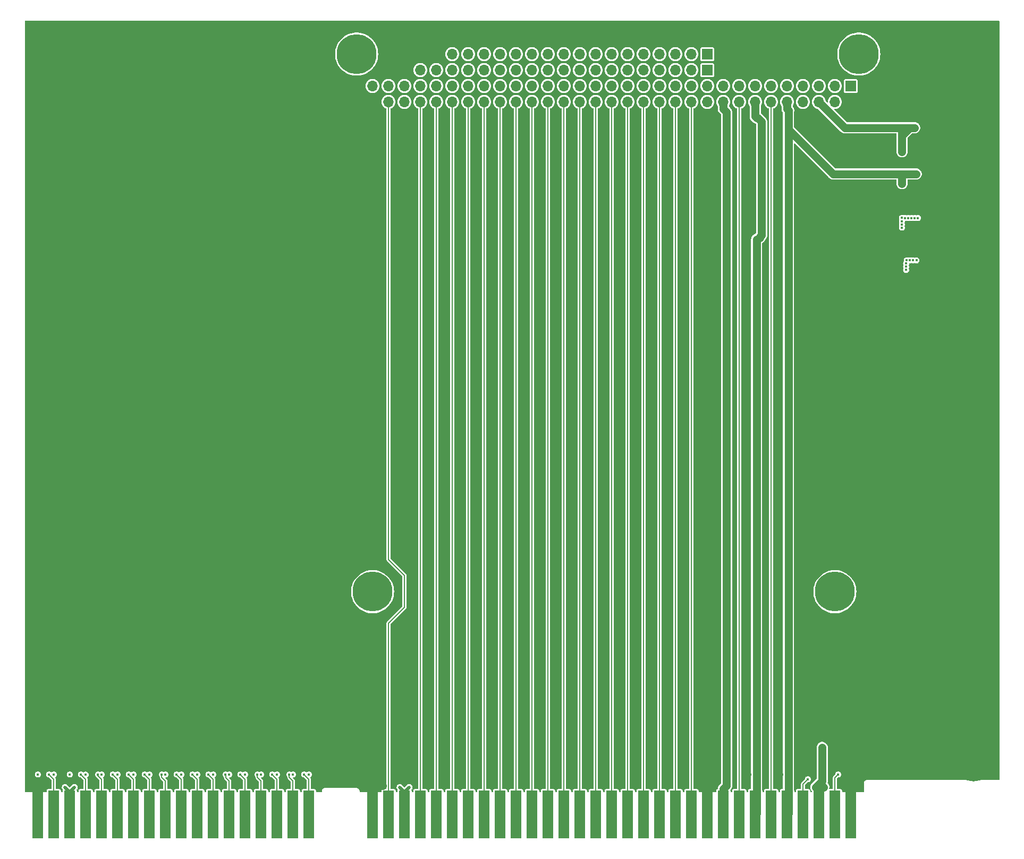
<source format=gbr>
%TF.GenerationSoftware,KiCad,Pcbnew,(7.0.0-0)*%
%TF.CreationDate,2023-03-28T15:20:12+02:00*%
%TF.ProjectId,PC104-ISA-Card,50433130-342d-4495-9341-2d436172642e,rev?*%
%TF.SameCoordinates,Original*%
%TF.FileFunction,Copper,L4,Bot*%
%TF.FilePolarity,Positive*%
%FSLAX46Y46*%
G04 Gerber Fmt 4.6, Leading zero omitted, Abs format (unit mm)*
G04 Created by KiCad (PCBNEW (7.0.0-0)) date 2023-03-28 15:20:12*
%MOMM*%
%LPD*%
G01*
G04 APERTURE LIST*
%TA.AperFunction,ComponentPad*%
%ADD10C,0.800000*%
%TD*%
%TA.AperFunction,ComponentPad*%
%ADD11C,6.400000*%
%TD*%
%TA.AperFunction,ConnectorPad*%
%ADD12R,1.780000X7.620000*%
%TD*%
%TA.AperFunction,ComponentPad*%
%ADD13C,6.350000*%
%TD*%
%TA.AperFunction,ComponentPad*%
%ADD14R,1.700000X1.700000*%
%TD*%
%TA.AperFunction,ComponentPad*%
%ADD15O,1.700000X1.700000*%
%TD*%
%TA.AperFunction,ViaPad*%
%ADD16C,0.450000*%
%TD*%
%TA.AperFunction,Conductor*%
%ADD17C,1.270000*%
%TD*%
%TA.AperFunction,Conductor*%
%ADD18C,0.500000*%
%TD*%
%TA.AperFunction,Conductor*%
%ADD19C,0.127000*%
%TD*%
G04 APERTURE END LIST*
D10*
%TO.P,H1,1,1*%
%TO.N,GND*%
X192680000Y-149015000D03*
X193382944Y-147317944D03*
X193382944Y-150712056D03*
X195080000Y-146615000D03*
D11*
X195080000Y-149015000D03*
D10*
X195080000Y-151415000D03*
X196777056Y-147317944D03*
X196777056Y-150712056D03*
X197480000Y-149015000D03*
%TD*%
%TO.P,H2,1,1*%
%TO.N,GND*%
X192680000Y-92500000D03*
X193382944Y-90802944D03*
X193382944Y-94197056D03*
X195080000Y-90100000D03*
D11*
X195080000Y-92500000D03*
D10*
X195080000Y-94900000D03*
X196777056Y-90802944D03*
X196777056Y-94197056D03*
X197480000Y-92500000D03*
%TD*%
D12*
%TO.P,J2,1,GND*%
%TO.N,GND*%
X175499999Y-157539999D03*
%TO.P,J2,2,RESET*%
%TO.N,/RESET*%
X172959999Y-157539999D03*
%TO.P,J2,3,+5V*%
%TO.N,+5V*%
X170419999Y-157539999D03*
%TO.P,J2,4,IRQ2*%
%TO.N,/IRQ2{slash}IRQ9*%
X167879999Y-157539999D03*
%TO.P,J2,5,-5V*%
%TO.N,-5V*%
X165339999Y-157539999D03*
%TO.P,J2,6,DRQ2*%
%TO.N,/DRQ2*%
X162799999Y-157539999D03*
%TO.P,J2,7,-12V*%
%TO.N,-12V*%
X160259999Y-157539999D03*
%TO.P,J2,8,~{SRDY}*%
%TO.N,/~{SRDY}*%
X157719999Y-157539999D03*
%TO.P,J2,9,+12V*%
%TO.N,+12V*%
X155179999Y-157539999D03*
%TO.P,J2,10,GND*%
%TO.N,GND*%
X152639999Y-157539999D03*
%TO.P,J2,11,~{SMEMW}*%
%TO.N,/~{SMEMW}*%
X150099999Y-157539999D03*
%TO.P,J2,12,~{SMEMR}*%
%TO.N,/~{SMEMR}*%
X147559999Y-157539999D03*
%TO.P,J2,13,~{IOW}*%
%TO.N,/~{IOW}*%
X145019999Y-157539999D03*
%TO.P,J2,14,~{IOR}*%
%TO.N,/~{IOR}*%
X142479999Y-157539999D03*
%TO.P,J2,15,~{DACK3}*%
%TO.N,/~{DACK3}*%
X139939999Y-157539999D03*
%TO.P,J2,16,DRQ3*%
%TO.N,/DRQ3*%
X137399999Y-157539999D03*
%TO.P,J2,17,~{DACK1}*%
%TO.N,/~{DACK1}*%
X134859999Y-157539999D03*
%TO.P,J2,18,DRQ1*%
%TO.N,/DRQ1*%
X132319999Y-157539999D03*
%TO.P,J2,19,~{REFRESH}*%
%TO.N,/~{REFRESH}*%
X129779999Y-157539999D03*
%TO.P,J2,20,CLK*%
%TO.N,/CLK{slash}BCLK*%
X127239999Y-157539999D03*
%TO.P,J2,21,IRQ7*%
%TO.N,/IRQ7*%
X124699999Y-157539999D03*
%TO.P,J2,22,IRQ6*%
%TO.N,/IRQ6*%
X122159999Y-157539999D03*
%TO.P,J2,23,IRQ5*%
%TO.N,/IRQ5*%
X119619999Y-157539999D03*
%TO.P,J2,24,IRQ4*%
%TO.N,/IRQ4*%
X117079999Y-157539999D03*
%TO.P,J2,25,IRQ3*%
%TO.N,/IRQ3*%
X114539999Y-157539999D03*
%TO.P,J2,26,~{DACK2}*%
%TO.N,/~{DACK2}*%
X111999999Y-157539999D03*
%TO.P,J2,27,TC*%
%TO.N,/TC*%
X109459999Y-157539999D03*
%TO.P,J2,28,ALE*%
%TO.N,/ALE{slash}BALE*%
X106919999Y-157539999D03*
%TO.P,J2,29,+5V*%
%TO.N,+5V*%
X104379999Y-157539999D03*
%TO.P,J2,30,OSC*%
%TO.N,/OSC*%
X101839999Y-157539999D03*
%TO.P,J2,31,GND*%
%TO.N,GND*%
X99299999Y-157539999D03*
%TO.P,J2,63,~{MEMCS16}*%
%TO.N,/~{MEMCS16}*%
X89139999Y-157539999D03*
%TO.P,J2,64,~{IOCS16}*%
%TO.N,/~{IOCS16}*%
X86599999Y-157539999D03*
%TO.P,J2,65,IRQ10*%
%TO.N,/IRQ10*%
X84059999Y-157539999D03*
%TO.P,J2,66,IRQ11*%
%TO.N,/IRQ11*%
X81519999Y-157539999D03*
%TO.P,J2,67,IRQ12*%
%TO.N,/IRQ12*%
X78979999Y-157539999D03*
%TO.P,J2,68,IRQ15*%
%TO.N,/IRQ15*%
X76439999Y-157539999D03*
%TO.P,J2,69,IRQ14*%
%TO.N,/IRQ14*%
X73899999Y-157539999D03*
%TO.P,J2,70,~{DACK0}*%
%TO.N,/~{DACK0}*%
X71359999Y-157539999D03*
%TO.P,J2,71,DRQ0*%
%TO.N,/DRQ0*%
X68819999Y-157539999D03*
%TO.P,J2,72,~{DACK5}*%
%TO.N,/~{DACK5}*%
X66279999Y-157539999D03*
%TO.P,J2,73,DRQ5*%
%TO.N,/DRQ5*%
X63739999Y-157539999D03*
%TO.P,J2,74,~{DACK6}*%
%TO.N,/~{DACK6}*%
X61199999Y-157539999D03*
%TO.P,J2,75,DRQ6*%
%TO.N,/DRQ6*%
X58659999Y-157539999D03*
%TO.P,J2,76,~{DACK7}*%
%TO.N,/~{DACK7}*%
X56119999Y-157539999D03*
%TO.P,J2,77,DRQ7*%
%TO.N,/DRQ7*%
X53579999Y-157539999D03*
%TO.P,J2,78,+5V*%
%TO.N,+5V*%
X51039999Y-157539999D03*
%TO.P,J2,79,MASTER*%
%TO.N,/MASTER{slash}~{MASTER}*%
X48499999Y-157539999D03*
%TO.P,J2,80,GND*%
%TO.N,GND*%
X45959999Y-157539999D03*
%TD*%
D13*
%TO.P,J1,*%
%TO.N,*%
X99300000Y-121980000D03*
X172960000Y-121980000D03*
X96760000Y-36250000D03*
X176770000Y-36250000D03*
D14*
%TO.P,J1,A1,~{IOCHK}*%
%TO.N,/IO{slash}~{IOCHK}*%
X175499999Y-41329999D03*
D15*
%TO.P,J1,A2,SD7*%
%TO.N,/DB7{slash}SD7*%
X172959999Y-41329999D03*
%TO.P,J1,A3,SD6*%
%TO.N,/DB6{slash}SD6*%
X170419999Y-41329999D03*
%TO.P,J1,A4,SD5*%
%TO.N,/DB5{slash}SD5*%
X167879999Y-41329999D03*
%TO.P,J1,A5,SD4*%
%TO.N,/DB4{slash}SD4*%
X165339999Y-41329999D03*
%TO.P,J1,A6,SD3*%
%TO.N,/DB3{slash}SD3*%
X162799999Y-41329999D03*
%TO.P,J1,A7,SD2*%
%TO.N,/DB2{slash}SD2*%
X160259999Y-41329999D03*
%TO.P,J1,A8,SD1*%
%TO.N,/DB1{slash}SD1*%
X157719999Y-41329999D03*
%TO.P,J1,A9,SD0*%
%TO.N,/DB0{slash}SD0*%
X155179999Y-41329999D03*
%TO.P,J1,A10,IOCHRDY*%
%TO.N,/IO_READY{slash}IOCHRDY*%
X152639999Y-41329999D03*
%TO.P,J1,A11,AEN*%
%TO.N,/AEN*%
X150099999Y-41329999D03*
%TO.P,J1,A12,SA19*%
%TO.N,/BA19{slash}SA19*%
X147559999Y-41329999D03*
%TO.P,J1,A13,SA18*%
%TO.N,/BA18{slash}SA18*%
X145019999Y-41329999D03*
%TO.P,J1,A14,SA17*%
%TO.N,/BA17{slash}SA17*%
X142479999Y-41329999D03*
%TO.P,J1,A15,SA16*%
%TO.N,/BA16{slash}SA16*%
X139939999Y-41329999D03*
%TO.P,J1,A16,SA15*%
%TO.N,/BA15{slash}SA15*%
X137399999Y-41329999D03*
%TO.P,J1,A17,SA14*%
%TO.N,/BA14{slash}SA14*%
X134859999Y-41329999D03*
%TO.P,J1,A18,SA13*%
%TO.N,/BA13{slash}SA13*%
X132319999Y-41329999D03*
%TO.P,J1,A19,SA12*%
%TO.N,/BA12{slash}SA12*%
X129779999Y-41329999D03*
%TO.P,J1,A20,SA11*%
%TO.N,/BA11{slash}SA11*%
X127239999Y-41329999D03*
%TO.P,J1,A21,SA10*%
%TO.N,/BA10{slash}SA10*%
X124699999Y-41329999D03*
%TO.P,J1,A22,SA9*%
%TO.N,/BA9{slash}SA9*%
X122159999Y-41329999D03*
%TO.P,J1,A23,SA8*%
%TO.N,/BA8{slash}SA8*%
X119619999Y-41329999D03*
%TO.P,J1,A24,SA7*%
%TO.N,/BA7{slash}SA7*%
X117079999Y-41329999D03*
%TO.P,J1,A25,SA6*%
%TO.N,/BA6{slash}SA6*%
X114539999Y-41329999D03*
%TO.P,J1,A26,SA5*%
%TO.N,/BA5{slash}SA5*%
X111999999Y-41329999D03*
%TO.P,J1,A27,SA4*%
%TO.N,/BA4{slash}SA4*%
X109459999Y-41329999D03*
%TO.P,J1,A28,SA3*%
%TO.N,/BA3{slash}SA3*%
X106919999Y-41329999D03*
%TO.P,J1,A29,SA2*%
%TO.N,/BA2{slash}SA2*%
X104379999Y-41329999D03*
%TO.P,J1,A30,SA1*%
%TO.N,/BA1{slash}SA1*%
X101839999Y-41329999D03*
%TO.P,J1,A31,SA0*%
%TO.N,/BA0{slash}SA0*%
X99299999Y-41329999D03*
%TO.P,J1,A32,GND*%
%TO.N,GND*%
X96759999Y-41329999D03*
D14*
%TO.P,J1,B1,GND*%
X175499999Y-43869999D03*
D15*
%TO.P,J1,B2,RESET*%
%TO.N,/RESET*%
X172959999Y-43869999D03*
%TO.P,J1,B3,+5V*%
%TO.N,+5V*%
X170419999Y-43869999D03*
%TO.P,J1,B4,IRQ9*%
%TO.N,/IRQ2{slash}IRQ9*%
X167879999Y-43869999D03*
%TO.P,J1,B5,-5V*%
%TO.N,-5V*%
X165339999Y-43869999D03*
%TO.P,J1,B6,DRQ2*%
%TO.N,/DRQ2*%
X162799999Y-43869999D03*
%TO.P,J1,B7,-12V*%
%TO.N,-12V*%
X160259999Y-43869999D03*
%TO.P,J1,B8,~{SRDY}*%
%TO.N,/~{SRDY}*%
X157719999Y-43869999D03*
%TO.P,J1,B9,+12V*%
%TO.N,+12V*%
X155179999Y-43869999D03*
%TO.P,J1,B10,KEY*%
%TO.N,unconnected-(J1-PadB10)*%
X152639999Y-43869999D03*
%TO.P,J1,B11,~{SMEMW}*%
%TO.N,/~{SMEMW}*%
X150099999Y-43869999D03*
%TO.P,J1,B12,~{SMEMR}*%
%TO.N,/~{SMEMR}*%
X147559999Y-43869999D03*
%TO.P,J1,B13,~{IOW}*%
%TO.N,/~{IOW}*%
X145019999Y-43869999D03*
%TO.P,J1,B14,~{IOR}*%
%TO.N,/~{IOR}*%
X142479999Y-43869999D03*
%TO.P,J1,B15,~{DACK3}*%
%TO.N,/~{DACK3}*%
X139939999Y-43869999D03*
%TO.P,J1,B16,DRQ3*%
%TO.N,/DRQ3*%
X137399999Y-43869999D03*
%TO.P,J1,B17,~{DACK1}*%
%TO.N,/~{DACK1}*%
X134859999Y-43869999D03*
%TO.P,J1,B18,DRQ1*%
%TO.N,/DRQ1*%
X132319999Y-43869999D03*
%TO.P,J1,B19,~{REFRESH}*%
%TO.N,/~{REFRESH}*%
X129779999Y-43869999D03*
%TO.P,J1,B20,BCLK*%
%TO.N,/CLK{slash}BCLK*%
X127239999Y-43869999D03*
%TO.P,J1,B21,IRQ7*%
%TO.N,/IRQ7*%
X124699999Y-43869999D03*
%TO.P,J1,B22,IRQ6*%
%TO.N,/IRQ6*%
X122159999Y-43869999D03*
%TO.P,J1,B23,IRQ5*%
%TO.N,/IRQ5*%
X119619999Y-43869999D03*
%TO.P,J1,B24,IRQ4*%
%TO.N,/IRQ4*%
X117079999Y-43869999D03*
%TO.P,J1,B25,IRQ3*%
%TO.N,/IRQ3*%
X114539999Y-43869999D03*
%TO.P,J1,B26,~{DACK2}*%
%TO.N,/~{DACK2}*%
X111999999Y-43869999D03*
%TO.P,J1,B27,TC*%
%TO.N,/TC*%
X109459999Y-43869999D03*
%TO.P,J1,B28,BALE*%
%TO.N,/ALE{slash}BALE*%
X106919999Y-43869999D03*
%TO.P,J1,B29,+5V*%
%TO.N,+5V*%
X104379999Y-43869999D03*
%TO.P,J1,B30,OSC*%
%TO.N,/OSC*%
X101839999Y-43869999D03*
%TO.P,J1,B31,GND*%
%TO.N,GND*%
X99299999Y-43869999D03*
%TO.P,J1,B32,GND*%
X96759999Y-43869999D03*
%TO.P,J1,C0,GND*%
X155179999Y-38789999D03*
D14*
%TO.P,J1,C1,~{SBHE}*%
%TO.N,/SBHE{slash}~{SBHE}*%
X152639999Y-38789999D03*
D15*
%TO.P,J1,C2,LA23*%
%TO.N,/LA23*%
X150099999Y-38789999D03*
%TO.P,J1,C3,LA22*%
%TO.N,/LA22*%
X147559999Y-38789999D03*
%TO.P,J1,C4,LA21*%
%TO.N,/LA21*%
X145019999Y-38789999D03*
%TO.P,J1,C5,LA20*%
%TO.N,/LA20*%
X142479999Y-38789999D03*
%TO.P,J1,C6,LA19*%
%TO.N,/LA19*%
X139939999Y-38789999D03*
%TO.P,J1,C7,LA18*%
%TO.N,/LA18*%
X137399999Y-38789999D03*
%TO.P,J1,C8,LA17*%
%TO.N,/LA17*%
X134859999Y-38789999D03*
%TO.P,J1,C9,~{MEMR}*%
%TO.N,/~{MEMR}*%
X132319999Y-38789999D03*
%TO.P,J1,C10,~{MEMW}*%
%TO.N,/~{MEMW}*%
X129779999Y-38789999D03*
%TO.P,J1,C11,SD8*%
%TO.N,/D8{slash}SD8*%
X127239999Y-38789999D03*
%TO.P,J1,C12,SD9*%
%TO.N,/D9{slash}SD9*%
X124699999Y-38789999D03*
%TO.P,J1,C13,SD10*%
%TO.N,/D10{slash}SD10*%
X122159999Y-38789999D03*
%TO.P,J1,C14,SD11*%
%TO.N,/D11{slash}SD11*%
X119619999Y-38789999D03*
%TO.P,J1,C15,SD12*%
%TO.N,/D12{slash}SD12*%
X117079999Y-38789999D03*
%TO.P,J1,C16,SD13*%
%TO.N,/D13{slash}SD13*%
X114539999Y-38789999D03*
%TO.P,J1,C17,SD14*%
%TO.N,/D14{slash}SD14*%
X111999999Y-38789999D03*
%TO.P,J1,C18,SD15*%
%TO.N,/D15{slash}SD15*%
X109459999Y-38789999D03*
%TO.P,J1,C19,KEY*%
%TO.N,unconnected-(J1-PadC19)*%
X106919999Y-38789999D03*
%TO.P,J1,D0,GND*%
%TO.N,GND*%
X155179999Y-36249999D03*
D14*
%TO.P,J1,D1,~{MEMCS16}*%
%TO.N,/~{MEMCS16}*%
X152639999Y-36249999D03*
D15*
%TO.P,J1,D2,~{IOCS16}*%
%TO.N,/~{IOCS16}*%
X150099999Y-36249999D03*
%TO.P,J1,D3,IRQ10*%
%TO.N,/IRQ10*%
X147559999Y-36249999D03*
%TO.P,J1,D4,IRQ11*%
%TO.N,/IRQ11*%
X145019999Y-36249999D03*
%TO.P,J1,D5,IRQ12*%
%TO.N,/IRQ12*%
X142479999Y-36249999D03*
%TO.P,J1,D6,IRQ15*%
%TO.N,/IRQ15*%
X139939999Y-36249999D03*
%TO.P,J1,D7,IRQ14*%
%TO.N,/IRQ14*%
X137399999Y-36249999D03*
%TO.P,J1,D8,~{DACK0}*%
%TO.N,/~{DACK0}*%
X134859999Y-36249999D03*
%TO.P,J1,D9,DRQ0*%
%TO.N,/DRQ0*%
X132319999Y-36249999D03*
%TO.P,J1,D10,~{DACK5}*%
%TO.N,/~{DACK5}*%
X129779999Y-36249999D03*
%TO.P,J1,D11,DRQ5*%
%TO.N,/DRQ5*%
X127239999Y-36249999D03*
%TO.P,J1,D12,~{DACK6}*%
%TO.N,/~{DACK6}*%
X124699999Y-36249999D03*
%TO.P,J1,D13,DRQ6*%
%TO.N,/DRQ6*%
X122159999Y-36249999D03*
%TO.P,J1,D14,~{DACK7}*%
%TO.N,/~{DACK7}*%
X119619999Y-36249999D03*
%TO.P,J1,D15,DRQ7*%
%TO.N,/DRQ7*%
X117079999Y-36249999D03*
%TO.P,J1,D16,+5V*%
%TO.N,+5V*%
X114539999Y-36249999D03*
%TO.P,J1,D17,~{MASTER}*%
%TO.N,/MASTER{slash}~{MASTER}*%
X111999999Y-36249999D03*
%TO.P,J1,D18,GND*%
%TO.N,GND*%
X109459999Y-36249999D03*
%TO.P,J1,D19,GND*%
X106919999Y-36249999D03*
%TD*%
D16*
%TO.N,GND*%
X136652000Y-151130000D03*
X189992000Y-63754000D03*
X153416000Y-153162000D03*
X123952000Y-151130000D03*
X189484000Y-62230000D03*
X175514000Y-117602000D03*
X190754000Y-70154800D03*
X46990000Y-152908000D03*
X162052000Y-151130000D03*
X189992000Y-56896000D03*
X190754000Y-69138800D03*
X188976000Y-55372000D03*
X189738000Y-50038000D03*
X113792000Y-151130000D03*
X98806000Y-152908000D03*
X167132000Y-151130000D03*
X126492000Y-151130000D03*
X141732000Y-151130000D03*
X169926000Y-117602000D03*
X99822000Y-152908000D03*
X189992000Y-63246000D03*
X189738000Y-49022000D03*
X151892000Y-153162000D03*
X189992000Y-55372000D03*
X189992000Y-62230000D03*
X149352000Y-151130000D03*
X174752000Y-153162000D03*
X188976000Y-62230000D03*
X106172000Y-151130000D03*
X139192000Y-151130000D03*
X169672000Y-151130000D03*
X144272000Y-151130000D03*
X174752000Y-151130000D03*
X190754000Y-69646800D03*
X176276000Y-153162000D03*
X189738000Y-48514000D03*
X116332000Y-151130000D03*
X189992000Y-62738000D03*
X118872000Y-151130000D03*
X171450000Y-117602000D03*
X190754000Y-70713600D03*
X164592000Y-151130000D03*
X189230000Y-69138800D03*
X188849000Y-47879000D03*
X189992000Y-56388000D03*
X156972000Y-151130000D03*
X159512000Y-151130000D03*
X129032000Y-151130000D03*
X187960000Y-55372000D03*
X168656000Y-117602000D03*
X146812000Y-151130000D03*
X111252000Y-151130000D03*
X188468000Y-55372000D03*
X172212000Y-151130000D03*
X189357000Y-47879000D03*
X189992000Y-55880000D03*
X108712000Y-151130000D03*
X189738000Y-69138800D03*
X189865000Y-47879000D03*
X190246000Y-69138800D03*
X131572000Y-151130000D03*
X44958000Y-152908000D03*
X121412000Y-151130000D03*
X154432000Y-151130000D03*
X189484000Y-55372000D03*
X151892000Y-151130000D03*
X189738000Y-49530000D03*
X134112000Y-151130000D03*
X101092000Y-153162000D03*
X103632000Y-151130000D03*
X188341000Y-47879000D03*
%TO.N,+5V*%
X170942000Y-150622000D03*
X185166000Y-48006000D03*
X169926000Y-153162000D03*
X183642000Y-51054000D03*
X170942000Y-148336000D03*
X183642000Y-49530000D03*
X183642000Y-50038000D03*
X105156000Y-153162000D03*
X183642000Y-48006000D03*
X183642000Y-49022000D03*
X170942000Y-152146000D03*
X51816000Y-153162000D03*
X170942000Y-149860000D03*
X50292000Y-153162000D03*
X170942000Y-146812000D03*
X183642000Y-50546000D03*
X184658000Y-48006000D03*
X171196000Y-153162000D03*
X170942000Y-147574000D03*
X170942000Y-149098000D03*
X183642000Y-51562000D03*
X103632000Y-153162000D03*
X184150000Y-48006000D03*
X183642000Y-48514000D03*
X170942000Y-151384000D03*
%TO.N,/RESET*%
X173482000Y-151130000D03*
%TO.N,/IRQ2{slash}IRQ9*%
X168656000Y-151892000D03*
%TO.N,-5V*%
X183642000Y-56388000D03*
X183642000Y-55372000D03*
X184150000Y-55372000D03*
X184658000Y-55372000D03*
X185166000Y-55372000D03*
X183642000Y-56896000D03*
X183642000Y-55880000D03*
%TO.N,-12V*%
X161290000Y-64770000D03*
X184658000Y-62382400D03*
X161290000Y-60198000D03*
X161290000Y-64008000D03*
X161290000Y-61722000D03*
X161036000Y-65532000D03*
X186182000Y-62382400D03*
X184150000Y-62382400D03*
X161290000Y-57912000D03*
X161290000Y-62484000D03*
X161290000Y-58674000D03*
X183639000Y-62360000D03*
X161290000Y-63246000D03*
X183642000Y-63906400D03*
X161290000Y-57150000D03*
X183642000Y-62890400D03*
X183642000Y-63398400D03*
X161290000Y-59436000D03*
X185674000Y-62382400D03*
X161290000Y-60960000D03*
X185166000Y-62382400D03*
%TO.N,+12V*%
X184302400Y-69646800D03*
X155702000Y-55880000D03*
X155702000Y-63500000D03*
X155702000Y-150368000D03*
X155702000Y-50800000D03*
X184912000Y-69138800D03*
X155702000Y-149606000D03*
X155702000Y-145796000D03*
X155702000Y-147320000D03*
X155702000Y-54610000D03*
X155702000Y-151130000D03*
X155702000Y-58420000D03*
X155702000Y-66040000D03*
X155702000Y-152654000D03*
X155702000Y-46990000D03*
X155702000Y-148844000D03*
X155702000Y-64770000D03*
X155702000Y-148082000D03*
X155702000Y-142748000D03*
X155702000Y-48260000D03*
X185420000Y-69138800D03*
X155702000Y-67310000D03*
X155702000Y-151892000D03*
X155702000Y-60960000D03*
X185953400Y-69139400D03*
X155702000Y-146558000D03*
X155702000Y-52070000D03*
X184302400Y-70662800D03*
X155702000Y-145034000D03*
X155702000Y-144272000D03*
X155702000Y-45720000D03*
X155702000Y-57150000D03*
X155702000Y-143510000D03*
X155702000Y-53340000D03*
X155702000Y-59690000D03*
X155702000Y-62230000D03*
X184302400Y-70154800D03*
X184404000Y-69138800D03*
X155702000Y-49530000D03*
%TO.N,/SBHE{slash}~{SBHE}*%
X89154000Y-151130000D03*
%TO.N,/LA23*%
X86614000Y-151130000D03*
%TO.N,/LA22*%
X84074000Y-151130000D03*
%TO.N,/LA21*%
X81534000Y-151130000D03*
%TO.N,/LA20*%
X78994000Y-151130000D03*
%TO.N,/LA19*%
X76454000Y-151130000D03*
%TO.N,/LA18*%
X73914000Y-151130000D03*
%TO.N,/LA17*%
X71374000Y-151130000D03*
%TO.N,/~{MEMR}*%
X68834000Y-151130000D03*
%TO.N,/~{MEMW}*%
X66294000Y-151130000D03*
%TO.N,/D8{slash}SD8*%
X63754000Y-151130000D03*
%TO.N,/D9{slash}SD9*%
X61214000Y-151130000D03*
%TO.N,/D10{slash}SD10*%
X58674000Y-151130000D03*
%TO.N,/D11{slash}SD11*%
X56134000Y-151130000D03*
%TO.N,/D12{slash}SD12*%
X53580000Y-151144000D03*
%TO.N,/D13{slash}SD13*%
X51054000Y-151130000D03*
%TO.N,/D14{slash}SD14*%
X48514000Y-151130000D03*
%TO.N,/D15{slash}SD15*%
X45974000Y-151130000D03*
%TO.N,/~{MEMCS16}*%
X88392000Y-151130000D03*
%TO.N,/~{IOCS16}*%
X86037497Y-151130000D03*
%TO.N,/IRQ10*%
X83312000Y-151130000D03*
%TO.N,/IRQ11*%
X80957497Y-151130000D03*
%TO.N,/IRQ12*%
X78232000Y-151130000D03*
%TO.N,/IRQ15*%
X75877497Y-151130000D03*
%TO.N,/IRQ14*%
X73152000Y-151130000D03*
%TO.N,/~{DACK0}*%
X70612000Y-151130000D03*
%TO.N,/DRQ0*%
X68072000Y-151130000D03*
%TO.N,/~{DACK5}*%
X65717497Y-151130000D03*
%TO.N,/DRQ5*%
X62992000Y-151130000D03*
%TO.N,/~{DACK6}*%
X60452000Y-151130000D03*
%TO.N,/DRQ6*%
X57912000Y-151130000D03*
%TO.N,/~{DACK7}*%
X55557497Y-151130000D03*
%TO.N,/DRQ7*%
X52832000Y-151130000D03*
%TO.N,/MASTER{slash}~{MASTER}*%
X47752000Y-151130000D03*
%TD*%
D17*
%TO.N,GND*%
X98806000Y-153162000D02*
X99300000Y-153656000D01*
X99300000Y-157540000D02*
X99300000Y-153856000D01*
D18*
X175500000Y-157540000D02*
X175500000Y-153910000D01*
X175514000Y-157526000D02*
X175500000Y-157540000D01*
D17*
X99300000Y-153856000D02*
X100188000Y-152968000D01*
D18*
X152640000Y-153938000D02*
X153416000Y-153162000D01*
X176276000Y-153162000D02*
X176022000Y-153416000D01*
D17*
X99300000Y-153656000D02*
X99300000Y-157540000D01*
D18*
X152640000Y-157540000D02*
X152640000Y-153938000D01*
X152640000Y-157540000D02*
X152640000Y-153910000D01*
X175514000Y-153416000D02*
X175514000Y-157526000D01*
X174752000Y-153162000D02*
X176276000Y-153162000D01*
X176022000Y-153416000D02*
X175514000Y-153416000D01*
X152640000Y-153910000D02*
X151892000Y-153162000D01*
D17*
X100188000Y-152968000D02*
X100898000Y-152968000D01*
D18*
X175500000Y-153910000D02*
X174752000Y-153162000D01*
D17*
%TO.N,+5V*%
X183642000Y-51054000D02*
X183642000Y-51562000D01*
D18*
X51040000Y-157540000D02*
X51040000Y-153910000D01*
D17*
X183642000Y-49022000D02*
X183642000Y-50546000D01*
D18*
X104380000Y-157540000D02*
X104380000Y-153938000D01*
D17*
X183642000Y-48006000D02*
X184912000Y-48006000D01*
X183642000Y-48514000D02*
X183642000Y-49022000D01*
X170942000Y-148336000D02*
X170942000Y-147574000D01*
X169926000Y-153162000D02*
X169926000Y-153162000D01*
D18*
X51040000Y-157540000D02*
X51040000Y-153938000D01*
D17*
X170942000Y-147574000D02*
X170942000Y-146812000D01*
X170942000Y-150622000D02*
X170942000Y-149860000D01*
X170942000Y-149098000D02*
X170942000Y-148336000D01*
X169926000Y-153162000D02*
X169926000Y-153162000D01*
X170942000Y-151384000D02*
X170942000Y-150622000D01*
X170942000Y-152146000D02*
X170942000Y-151384000D01*
X183642000Y-50546000D02*
X183642000Y-51054000D01*
X183642000Y-50038000D02*
X183642000Y-49530000D01*
X183642000Y-49530000D02*
X183642000Y-49276000D01*
X170420000Y-157540000D02*
X170420000Y-152668000D01*
D18*
X51040000Y-153938000D02*
X51816000Y-153162000D01*
D17*
X185166000Y-48006000D02*
X185674000Y-48006000D01*
X170420000Y-152668000D02*
X170942000Y-152146000D01*
X174556000Y-48006000D02*
X183642000Y-48006000D01*
D18*
X104380000Y-153938000D02*
X105156000Y-153162000D01*
D17*
X183642000Y-48006000D02*
X183642000Y-48514000D01*
X183642000Y-51562000D02*
X183642000Y-51816000D01*
X169926000Y-153162000D02*
X170942000Y-152146000D01*
X170420000Y-43870000D02*
X174556000Y-48006000D01*
X183642000Y-49276000D02*
X184912000Y-48006000D01*
D18*
X104380000Y-153910000D02*
X103632000Y-153162000D01*
D17*
X170420000Y-152668000D02*
X169926000Y-153162000D01*
D18*
X51040000Y-153910000D02*
X50292000Y-153162000D01*
D17*
X170942000Y-149860000D02*
X170942000Y-149098000D01*
X171196000Y-153162000D02*
X170420000Y-152668000D01*
D18*
X104380000Y-157540000D02*
X104380000Y-153910000D01*
D19*
%TO.N,/RESET*%
X173482000Y-151130000D02*
X172960000Y-151652000D01*
X172960000Y-151652000D02*
X172960000Y-157540000D01*
%TO.N,/IRQ2{slash}IRQ9*%
X167880000Y-152668000D02*
X167880000Y-157540000D01*
X168656000Y-151892000D02*
X167880000Y-152668000D01*
D17*
%TO.N,-5V*%
X183642000Y-55372000D02*
X183642000Y-56896000D01*
X165579000Y-48260000D02*
X165579000Y-157301000D01*
X172691000Y-55372000D02*
X183642000Y-55372000D01*
X165579000Y-48260000D02*
X172691000Y-55372000D01*
X183642000Y-55372000D02*
X185928000Y-55372000D01*
X165340000Y-43870000D02*
X165340000Y-44944000D01*
X165579000Y-45241000D02*
X165579000Y-48260000D01*
X165608000Y-45212000D02*
X165579000Y-45241000D01*
X165340000Y-44944000D02*
X165608000Y-45212000D01*
X165579000Y-157301000D02*
X165340000Y-157540000D01*
D19*
%TO.N,/DRQ2*%
X162800000Y-157540000D02*
X162800000Y-43870000D01*
D17*
%TO.N,-12V*%
X161290000Y-58674000D02*
X161290000Y-59436000D01*
X161036000Y-65425000D02*
X161036000Y-65532000D01*
X161036000Y-65532000D02*
X160929000Y-65532000D01*
X161290000Y-57912000D02*
X161290000Y-58674000D01*
X161290000Y-60960000D02*
X161290000Y-61722000D01*
X161290000Y-64770000D02*
X161290000Y-65171000D01*
X161290000Y-63246000D02*
X161290000Y-64008000D01*
X160499000Y-46431200D02*
X160680400Y-46431200D01*
X161290000Y-61722000D02*
X161290000Y-62484000D01*
X160499000Y-65786000D02*
X160499000Y-157301000D01*
X160929000Y-65532000D02*
X160675000Y-65786000D01*
X160499000Y-157301000D02*
X160260000Y-157540000D01*
X161290000Y-57150000D02*
X161290000Y-57912000D01*
X161290000Y-59436000D02*
X161290000Y-60198000D01*
X161290000Y-47040800D02*
X161290000Y-57150000D01*
X160680400Y-46431200D02*
X161290000Y-47040800D01*
X161290000Y-65171000D02*
X161036000Y-65425000D01*
X161290000Y-64008000D02*
X161290000Y-64770000D01*
X160260000Y-46192200D02*
X160499000Y-46431200D01*
X161290000Y-62484000D02*
X161290000Y-63246000D01*
X161290000Y-60198000D02*
X161290000Y-60960000D01*
X160260000Y-43870000D02*
X160260000Y-46192200D01*
X160675000Y-65786000D02*
X160499000Y-65786000D01*
D19*
%TO.N,/~{SRDY}*%
X157720000Y-43870000D02*
X157720000Y-157540000D01*
D17*
%TO.N,+12V*%
X155702000Y-49530000D02*
X155702000Y-50800000D01*
X155702000Y-59690000D02*
X155702000Y-60960000D01*
X155702000Y-52070000D02*
X155702000Y-53340000D01*
X155702000Y-147320000D02*
X155702000Y-148082000D01*
X155702000Y-57150000D02*
X155702000Y-58420000D01*
X155702000Y-148844000D02*
X155702000Y-149606000D01*
X155702000Y-46990000D02*
X155702000Y-48260000D01*
X155702000Y-50800000D02*
X155702000Y-52070000D01*
X155702000Y-48260000D02*
X155702000Y-49530000D01*
X155702000Y-152654000D02*
X155702000Y-152908000D01*
X155702000Y-66040000D02*
X155702000Y-67310000D01*
X155702000Y-142748000D02*
X155702000Y-143510000D01*
X155702000Y-143510000D02*
X155702000Y-144272000D01*
X155180000Y-153430000D02*
X155702000Y-152908000D01*
X155180000Y-44944000D02*
X155702000Y-45466000D01*
X155702000Y-67310000D02*
X155702000Y-142748000D01*
X155702000Y-150368000D02*
X155702000Y-151130000D01*
X155702000Y-145796000D02*
X155702000Y-146558000D01*
X155702000Y-151892000D02*
X155702000Y-152654000D01*
X155702000Y-45466000D02*
X155702000Y-46990000D01*
X155702000Y-64770000D02*
X155702000Y-66040000D01*
X155702000Y-58420000D02*
X155702000Y-59690000D01*
X155180000Y-43870000D02*
X155180000Y-44944000D01*
X155702000Y-63500000D02*
X155702000Y-64770000D01*
X155702000Y-62230000D02*
X155702000Y-63500000D01*
X155702000Y-54610000D02*
X155702000Y-55880000D01*
X155702000Y-151130000D02*
X155702000Y-151892000D01*
X155702000Y-148082000D02*
X155702000Y-148844000D01*
X155702000Y-53340000D02*
X155702000Y-54610000D01*
X155702000Y-60960000D02*
X155702000Y-62230000D01*
X155180000Y-157540000D02*
X155180000Y-153430000D01*
X155702000Y-145034000D02*
X155702000Y-145796000D01*
X155702000Y-149606000D02*
X155702000Y-150368000D01*
X155702000Y-146558000D02*
X155702000Y-147320000D01*
X155702000Y-55880000D02*
X155702000Y-57150000D01*
X155702000Y-144272000D02*
X155702000Y-145034000D01*
D19*
%TO.N,/~{SMEMW}*%
X150100000Y-43870000D02*
X150100000Y-157540000D01*
%TO.N,/~{SMEMR}*%
X147560000Y-43870000D02*
X147560000Y-157540000D01*
%TO.N,/~{IOW}*%
X145020000Y-43870000D02*
X145020000Y-157540000D01*
%TO.N,/~{IOR}*%
X142480000Y-43870000D02*
X142480000Y-157540000D01*
%TO.N,/~{DACK3}*%
X139940000Y-43870000D02*
X139940000Y-157540000D01*
%TO.N,/DRQ3*%
X137400000Y-43870000D02*
X137400000Y-157540000D01*
%TO.N,/~{DACK1}*%
X134860000Y-43870000D02*
X134860000Y-157540000D01*
%TO.N,/DRQ1*%
X132320000Y-43870000D02*
X132320000Y-157540000D01*
%TO.N,/~{REFRESH}*%
X129780000Y-157540000D02*
X129780000Y-43870000D01*
%TO.N,/CLK{slash}BCLK*%
X127240000Y-43870000D02*
X127240000Y-157540000D01*
%TO.N,/IRQ7*%
X124700000Y-157540000D02*
X124700000Y-43870000D01*
%TO.N,/IRQ6*%
X122160000Y-43870000D02*
X122160000Y-157540000D01*
%TO.N,/IRQ5*%
X119620000Y-157540000D02*
X119620000Y-43870000D01*
%TO.N,/IRQ4*%
X117080000Y-43870000D02*
X117080000Y-157540000D01*
%TO.N,/IRQ3*%
X114540000Y-157540000D02*
X114540000Y-43870000D01*
%TO.N,/~{DACK2}*%
X112000000Y-43870000D02*
X112000000Y-157540000D01*
%TO.N,/TC*%
X109460000Y-157540000D02*
X109460000Y-43870000D01*
%TO.N,/ALE{slash}BALE*%
X106920000Y-43870000D02*
X106920000Y-157540000D01*
%TO.N,/OSC*%
X104380000Y-119380000D02*
X101840000Y-116840000D01*
X101840000Y-157540000D02*
X101840000Y-127000000D01*
X101840000Y-127000000D02*
X104380000Y-124460000D01*
X104380000Y-124460000D02*
X104380000Y-119380000D01*
X101840000Y-116840000D02*
X101840000Y-43870000D01*
%TO.N,/~{MEMCS16}*%
X89140000Y-151878000D02*
X88392000Y-151130000D01*
X89140000Y-157540000D02*
X89140000Y-151878000D01*
%TO.N,/~{IOCS16}*%
X86600000Y-157540000D02*
X86600000Y-152132000D01*
X86600000Y-152132000D02*
X86037497Y-151569497D01*
X86037497Y-151569497D02*
X86037497Y-151130000D01*
%TO.N,/IRQ10*%
X84060000Y-151878000D02*
X83312000Y-151130000D01*
X84060000Y-157540000D02*
X84060000Y-151878000D01*
%TO.N,/IRQ11*%
X80957497Y-151569497D02*
X80957497Y-151130000D01*
X81520000Y-157540000D02*
X81520000Y-152132000D01*
X81520000Y-152132000D02*
X80957497Y-151569497D01*
%TO.N,/IRQ12*%
X78980000Y-157540000D02*
X78980000Y-151878000D01*
X78980000Y-151878000D02*
X78232000Y-151130000D01*
%TO.N,/IRQ15*%
X75946000Y-151198503D02*
X75877497Y-151130000D01*
X76440000Y-152132000D02*
X75946000Y-151638000D01*
X75946000Y-151638000D02*
X75946000Y-151198503D01*
X76440000Y-157540000D02*
X76440000Y-152132000D01*
%TO.N,/IRQ14*%
X73900000Y-157540000D02*
X73900000Y-151878000D01*
X73900000Y-151878000D02*
X73152000Y-151130000D01*
%TO.N,/~{DACK0}*%
X70612000Y-151130000D02*
X71360000Y-151878000D01*
X71360000Y-151878000D02*
X71360000Y-157540000D01*
%TO.N,/DRQ0*%
X68820000Y-151878000D02*
X68072000Y-151130000D01*
X68820000Y-157540000D02*
X68820000Y-151878000D01*
%TO.N,/~{DACK5}*%
X66280000Y-157540000D02*
X66280000Y-152132000D01*
X65717497Y-151569497D02*
X65717497Y-151130000D01*
X66280000Y-152132000D02*
X65717497Y-151569497D01*
%TO.N,/DRQ5*%
X63740000Y-151878000D02*
X62992000Y-151130000D01*
X63740000Y-157540000D02*
X63740000Y-151878000D01*
%TO.N,/~{DACK6}*%
X61200000Y-157540000D02*
X61200000Y-151878000D01*
X61200000Y-151878000D02*
X60452000Y-151130000D01*
%TO.N,/DRQ6*%
X58660000Y-157540000D02*
X58660000Y-151878000D01*
X58660000Y-151878000D02*
X57912000Y-151130000D01*
%TO.N,/~{DACK7}*%
X56134000Y-151892000D02*
X55557497Y-151315497D01*
X56120000Y-153176000D02*
X56134000Y-153162000D01*
X56120000Y-157540000D02*
X56120000Y-153176000D01*
X56134000Y-153162000D02*
X56134000Y-151892000D01*
X55557497Y-151315497D02*
X55557497Y-151130000D01*
%TO.N,/DRQ7*%
X53580000Y-151878000D02*
X52832000Y-151130000D01*
X53580000Y-157540000D02*
X53580000Y-151878000D01*
%TO.N,/MASTER{slash}~{MASTER}*%
X48500000Y-157540000D02*
X48500000Y-151878000D01*
X48500000Y-151878000D02*
X47752000Y-151130000D01*
%TD*%
%TA.AperFunction,Conductor*%
%TO.N,GND*%
G36*
X199141048Y-30968952D02*
G01*
X199159500Y-31013500D01*
X199159500Y-151966500D01*
X199141048Y-152011048D01*
X199096500Y-152029500D01*
X178107648Y-152029500D01*
X177972352Y-152029500D01*
X177944050Y-152037809D01*
X177935274Y-152039718D01*
X177910544Y-152043274D01*
X177910534Y-152043276D01*
X177906082Y-152043917D01*
X177901987Y-152045786D01*
X177901987Y-152045787D01*
X177879261Y-152056165D01*
X177870843Y-152059305D01*
X177846858Y-152066348D01*
X177846856Y-152066348D01*
X177842537Y-152067617D01*
X177838750Y-152070050D01*
X177838747Y-152070052D01*
X177817728Y-152083560D01*
X177809842Y-152087866D01*
X177787112Y-152098246D01*
X177787101Y-152098252D01*
X177783013Y-152100120D01*
X177779609Y-152103068D01*
X177779611Y-152103068D01*
X177760723Y-152119434D01*
X177753531Y-152124817D01*
X177732513Y-152138325D01*
X177732507Y-152138329D01*
X177728720Y-152140764D01*
X177725772Y-152144164D01*
X177725767Y-152144170D01*
X177709404Y-152163053D01*
X177703053Y-152169404D01*
X177684170Y-152185767D01*
X177684164Y-152185772D01*
X177680764Y-152188720D01*
X177678329Y-152192507D01*
X177678325Y-152192513D01*
X177664817Y-152213531D01*
X177659436Y-152220720D01*
X177640120Y-152243013D01*
X177638252Y-152247101D01*
X177638246Y-152247112D01*
X177627866Y-152269842D01*
X177623560Y-152277728D01*
X177610052Y-152298747D01*
X177610050Y-152298750D01*
X177607617Y-152302537D01*
X177606348Y-152306856D01*
X177606348Y-152306858D01*
X177599305Y-152330843D01*
X177596165Y-152339261D01*
X177583917Y-152366082D01*
X177583276Y-152370534D01*
X177583274Y-152370544D01*
X177579718Y-152395274D01*
X177577809Y-152404050D01*
X177569500Y-152432352D01*
X177569500Y-152436861D01*
X177569500Y-153861000D01*
X177551048Y-153905548D01*
X177506500Y-153924000D01*
X174167499Y-153924000D01*
X174122951Y-153905548D01*
X174104499Y-153861000D01*
X174104499Y-153708029D01*
X174104499Y-153708025D01*
X174104499Y-153704934D01*
X174089734Y-153630699D01*
X174033484Y-153546516D01*
X173949301Y-153490266D01*
X173943213Y-153489055D01*
X173878101Y-153476103D01*
X173878096Y-153476102D01*
X173875067Y-153475500D01*
X173871975Y-153475500D01*
X173341000Y-153475500D01*
X173296452Y-153457048D01*
X173278000Y-153412500D01*
X173278000Y-151809816D01*
X173296452Y-151765268D01*
X173433767Y-151627952D01*
X173454206Y-151614296D01*
X173478315Y-151609500D01*
X173546434Y-151609500D01*
X173550942Y-151609500D01*
X173683240Y-151570654D01*
X173799235Y-151496109D01*
X173889529Y-151391903D01*
X173946808Y-151266480D01*
X173966431Y-151130000D01*
X173946808Y-150993520D01*
X173889529Y-150868097D01*
X173799235Y-150763891D01*
X173768708Y-150744272D01*
X173687032Y-150691782D01*
X173687026Y-150691779D01*
X173683240Y-150689346D01*
X173550942Y-150650500D01*
X173413058Y-150650500D01*
X173408733Y-150651769D01*
X173408732Y-150651770D01*
X173285084Y-150688076D01*
X173285081Y-150688077D01*
X173280760Y-150689346D01*
X173276975Y-150691778D01*
X173276967Y-150691782D01*
X173168555Y-150761455D01*
X173168553Y-150761456D01*
X173164765Y-150763891D01*
X173161816Y-150767293D01*
X173161814Y-150767296D01*
X173101000Y-150837480D01*
X173074471Y-150868097D01*
X173072601Y-150872190D01*
X173072598Y-150872196D01*
X173019063Y-150989421D01*
X173019061Y-150989426D01*
X173017192Y-150993520D01*
X173016551Y-150997973D01*
X173016550Y-150997979D01*
X173004272Y-151083380D01*
X172997569Y-151130000D01*
X172998210Y-151134458D01*
X172998210Y-151137974D01*
X172993414Y-151162083D01*
X172979758Y-151182522D01*
X172746902Y-151415376D01*
X172742851Y-151419087D01*
X172716862Y-151440895D01*
X172716855Y-151440902D01*
X172712640Y-151444440D01*
X172709886Y-151449208D01*
X172709883Y-151449213D01*
X172692923Y-151478587D01*
X172689973Y-151483218D01*
X172670509Y-151511016D01*
X172670504Y-151511025D01*
X172667348Y-151515534D01*
X172665921Y-151520857D01*
X172665920Y-151520860D01*
X172665814Y-151521256D01*
X172659531Y-151536426D01*
X172659322Y-151536787D01*
X172659319Y-151536792D01*
X172656568Y-151541560D01*
X172655612Y-151546979D01*
X172655611Y-151546983D01*
X172649718Y-151580405D01*
X172648531Y-151585757D01*
X172638323Y-151623857D01*
X172638803Y-151629345D01*
X172638803Y-151629348D01*
X172641760Y-151663142D01*
X172642000Y-151668633D01*
X172642000Y-153412501D01*
X172623548Y-153457049D01*
X172579000Y-153475501D01*
X172119208Y-153475501D01*
X172081445Y-153462929D01*
X172058754Y-153430230D01*
X172060136Y-153391971D01*
X172060006Y-153391938D01*
X172060158Y-153391346D01*
X172060191Y-153390456D01*
X172061987Y-153385649D01*
X172089562Y-153200713D01*
X172078084Y-153014086D01*
X172028055Y-152833922D01*
X171941661Y-152668097D01*
X171822679Y-152523858D01*
X171804694Y-152509562D01*
X171784070Y-152479985D01*
X171783045Y-152443942D01*
X171794735Y-152400313D01*
X171795670Y-152397159D01*
X171815833Y-152335104D01*
X171815834Y-152335096D01*
X171816855Y-152331956D01*
X171818790Y-152313535D01*
X171820593Y-152303811D01*
X171825389Y-152285915D01*
X171828976Y-152217439D01*
X171829235Y-152214165D01*
X171831326Y-152194276D01*
X171831326Y-152194273D01*
X171831500Y-152192620D01*
X171831500Y-152170956D01*
X171831586Y-152167659D01*
X171833831Y-152124817D01*
X171835174Y-152099190D01*
X171832275Y-152080891D01*
X171831500Y-152071038D01*
X171831500Y-146767035D01*
X171831500Y-146765380D01*
X171816855Y-146626044D01*
X171759075Y-146448215D01*
X171665585Y-146286285D01*
X171540470Y-146147331D01*
X171537801Y-146145392D01*
X171537798Y-146145389D01*
X171391872Y-146039368D01*
X171391869Y-146039366D01*
X171389200Y-146037427D01*
X171386187Y-146036085D01*
X171386181Y-146036082D01*
X171221400Y-145962717D01*
X171221396Y-145962716D01*
X171218385Y-145961375D01*
X171215161Y-145960689D01*
X171215156Y-145960688D01*
X171038724Y-145923187D01*
X171038720Y-145923186D01*
X171035490Y-145922500D01*
X170848510Y-145922500D01*
X170845280Y-145923186D01*
X170845275Y-145923187D01*
X170668843Y-145960688D01*
X170668835Y-145960690D01*
X170665615Y-145961375D01*
X170662605Y-145962714D01*
X170662599Y-145962717D01*
X170497818Y-146036082D01*
X170497808Y-146036087D01*
X170494800Y-146037427D01*
X170492134Y-146039363D01*
X170492127Y-146039368D01*
X170346201Y-146145389D01*
X170346192Y-146145396D01*
X170343530Y-146147331D01*
X170341326Y-146149777D01*
X170341320Y-146149784D01*
X170220628Y-146283826D01*
X170220623Y-146283832D01*
X170218415Y-146286285D01*
X170216765Y-146289142D01*
X170216762Y-146289147D01*
X170126571Y-146445362D01*
X170126567Y-146445370D01*
X170124925Y-146448215D01*
X170123908Y-146451344D01*
X170123907Y-146451347D01*
X170068165Y-146622903D01*
X170068163Y-146622908D01*
X170067145Y-146626044D01*
X170066800Y-146629322D01*
X170066799Y-146629329D01*
X170052672Y-146763735D01*
X170052671Y-146763751D01*
X170052500Y-146765380D01*
X170052500Y-146767035D01*
X170052500Y-151751461D01*
X170047704Y-151775570D01*
X170034047Y-151796009D01*
X169856984Y-151973070D01*
X169853238Y-151976474D01*
X169850860Y-151978050D01*
X169848556Y-151980395D01*
X169848551Y-151980400D01*
X169840918Y-151988172D01*
X169833007Y-151994991D01*
X169824198Y-152001391D01*
X169824189Y-152001398D01*
X169821530Y-152003331D01*
X169819330Y-152005773D01*
X169819318Y-152005785D01*
X169775656Y-152054276D01*
X169773387Y-152056668D01*
X169314668Y-152515387D01*
X169312276Y-152517656D01*
X169263790Y-152561314D01*
X169263781Y-152561323D01*
X169261331Y-152563530D01*
X169259394Y-152566194D01*
X169259383Y-152566208D01*
X169221041Y-152618981D01*
X169219035Y-152621596D01*
X169177973Y-152672304D01*
X169177965Y-152672315D01*
X169175893Y-152674875D01*
X169174394Y-152677815D01*
X169174395Y-152677815D01*
X169167479Y-152691387D01*
X169162317Y-152699809D01*
X169153370Y-152712124D01*
X169153365Y-152712131D01*
X169151427Y-152714800D01*
X169150085Y-152717813D01*
X169150085Y-152717814D01*
X169123546Y-152777419D01*
X169122127Y-152780393D01*
X169092505Y-152838532D01*
X169092501Y-152838539D01*
X169091006Y-152841476D01*
X169090154Y-152844653D01*
X169090149Y-152844668D01*
X169086210Y-152859369D01*
X169082913Y-152868681D01*
X169076716Y-152882601D01*
X169076713Y-152882608D01*
X169075375Y-152885615D01*
X169074691Y-152888832D01*
X169074689Y-152888839D01*
X169061122Y-152952665D01*
X169060354Y-152955864D01*
X169042611Y-153022085D01*
X169042438Y-153025376D01*
X169042436Y-153025392D01*
X169041639Y-153040596D01*
X169040350Y-153050389D01*
X169037186Y-153065278D01*
X169037185Y-153065285D01*
X169036500Y-153068510D01*
X169036500Y-153071809D01*
X169036500Y-153137044D01*
X169036414Y-153140341D01*
X169032998Y-153205518D01*
X169032998Y-153205522D01*
X169032826Y-153208810D01*
X169033342Y-153212067D01*
X169035724Y-153227106D01*
X169036500Y-153236962D01*
X169036500Y-153255490D01*
X169037186Y-153258720D01*
X169037187Y-153258724D01*
X169050751Y-153322537D01*
X169051352Y-153325780D01*
X169061559Y-153390227D01*
X169061560Y-153390231D01*
X169062076Y-153393488D01*
X169063257Y-153396564D01*
X169063259Y-153396572D01*
X169068715Y-153410784D01*
X169071522Y-153420260D01*
X169075375Y-153438385D01*
X169076716Y-153441397D01*
X169076717Y-153441400D01*
X169091899Y-153475500D01*
X169100498Y-153494814D01*
X169103255Y-153501005D01*
X169104515Y-153504046D01*
X169114025Y-153528821D01*
X169121616Y-153548596D01*
X169129084Y-153568049D01*
X169134805Y-153576858D01*
X169139173Y-153583585D01*
X169143888Y-153592270D01*
X169150080Y-153606177D01*
X169150084Y-153606184D01*
X169151427Y-153609200D01*
X169153366Y-153611869D01*
X169153368Y-153611872D01*
X169191721Y-153664660D01*
X169193589Y-153667378D01*
X169229124Y-153722098D01*
X169229127Y-153722102D01*
X169230921Y-153724864D01*
X169233250Y-153727193D01*
X169244019Y-153737962D01*
X169250438Y-153745479D01*
X169261330Y-153760470D01*
X169260581Y-153761013D01*
X169275500Y-153799874D01*
X169275500Y-153861000D01*
X169257048Y-153905548D01*
X169212500Y-153924000D01*
X169087499Y-153924000D01*
X169042951Y-153905548D01*
X169024499Y-153861000D01*
X169024499Y-153708029D01*
X169024499Y-153708025D01*
X169024499Y-153704934D01*
X169009734Y-153630699D01*
X168953484Y-153546516D01*
X168869301Y-153490266D01*
X168863213Y-153489055D01*
X168798101Y-153476103D01*
X168798096Y-153476102D01*
X168795067Y-153475500D01*
X168791975Y-153475500D01*
X168261000Y-153475500D01*
X168216452Y-153457048D01*
X168198000Y-153412500D01*
X168198000Y-152825816D01*
X168216452Y-152781268D01*
X168607768Y-152389952D01*
X168652316Y-152371500D01*
X168720434Y-152371500D01*
X168724942Y-152371500D01*
X168857240Y-152332654D01*
X168973235Y-152258109D01*
X169063529Y-152153903D01*
X169120808Y-152028480D01*
X169140431Y-151892000D01*
X169120808Y-151755520D01*
X169063529Y-151630097D01*
X168973235Y-151525891D01*
X168925519Y-151495226D01*
X168861032Y-151453782D01*
X168861026Y-151453779D01*
X168857240Y-151451346D01*
X168724942Y-151412500D01*
X168587058Y-151412500D01*
X168582733Y-151413769D01*
X168582732Y-151413770D01*
X168459084Y-151450076D01*
X168459081Y-151450077D01*
X168454760Y-151451346D01*
X168450975Y-151453778D01*
X168450967Y-151453782D01*
X168342555Y-151523455D01*
X168342553Y-151523456D01*
X168338765Y-151525891D01*
X168335816Y-151529293D01*
X168335814Y-151529296D01*
X168255646Y-151621816D01*
X168248471Y-151630097D01*
X168246601Y-151634190D01*
X168246598Y-151634196D01*
X168193063Y-151751421D01*
X168193061Y-151751426D01*
X168191192Y-151755520D01*
X168190551Y-151759973D01*
X168190550Y-151759979D01*
X168178272Y-151845380D01*
X168171569Y-151892000D01*
X168172210Y-151896458D01*
X168172210Y-151899973D01*
X168167414Y-151924082D01*
X168153758Y-151944521D01*
X167666902Y-152431376D01*
X167662851Y-152435087D01*
X167636862Y-152456895D01*
X167636855Y-152456902D01*
X167632640Y-152460440D01*
X167629886Y-152465208D01*
X167629883Y-152465213D01*
X167612923Y-152494587D01*
X167609973Y-152499218D01*
X167590509Y-152527016D01*
X167590504Y-152527025D01*
X167587348Y-152531534D01*
X167585921Y-152536857D01*
X167585920Y-152536860D01*
X167585814Y-152537256D01*
X167579531Y-152552426D01*
X167579322Y-152552787D01*
X167579319Y-152552792D01*
X167576568Y-152557560D01*
X167575612Y-152562979D01*
X167575611Y-152562983D01*
X167569718Y-152596405D01*
X167568531Y-152601757D01*
X167558323Y-152639857D01*
X167558803Y-152645345D01*
X167558803Y-152645348D01*
X167561760Y-152679142D01*
X167562000Y-152684633D01*
X167562000Y-153412501D01*
X167543548Y-153457049D01*
X167499000Y-153475501D01*
X166964934Y-153475501D01*
X166961905Y-153476103D01*
X166961899Y-153476104D01*
X166896785Y-153489055D01*
X166896782Y-153489056D01*
X166890699Y-153490266D01*
X166885539Y-153493713D01*
X166885536Y-153493715D01*
X166811678Y-153543066D01*
X166811675Y-153543068D01*
X166806516Y-153546516D01*
X166803068Y-153551675D01*
X166803066Y-153551678D01*
X166753714Y-153625538D01*
X166753713Y-153625540D01*
X166750266Y-153630699D01*
X166749055Y-153636784D01*
X166749055Y-153636786D01*
X166736103Y-153701898D01*
X166736103Y-153701899D01*
X166735500Y-153704933D01*
X166735500Y-153708024D01*
X166735500Y-153708025D01*
X166735500Y-153861000D01*
X166717048Y-153905548D01*
X166672500Y-153924000D01*
X166547499Y-153924000D01*
X166502951Y-153905548D01*
X166484499Y-153861000D01*
X166484499Y-153708029D01*
X166484499Y-153708025D01*
X166484499Y-153704934D01*
X166469734Y-153630699D01*
X166470907Y-153630465D01*
X166468500Y-153618351D01*
X166468500Y-121980000D01*
X169525463Y-121980000D01*
X169545596Y-122351339D01*
X169545870Y-122353013D01*
X169545871Y-122353018D01*
X169605484Y-122716639D01*
X169605486Y-122716652D01*
X169605761Y-122718324D01*
X169606213Y-122719954D01*
X169606216Y-122719965D01*
X169704795Y-123075016D01*
X169705250Y-123076653D01*
X169705876Y-123078224D01*
X169705877Y-123078227D01*
X169842266Y-123420538D01*
X169842270Y-123420548D01*
X169842899Y-123422125D01*
X170017092Y-123750689D01*
X170018042Y-123752091D01*
X170018048Y-123752100D01*
X170204401Y-124026948D01*
X170225789Y-124058493D01*
X170226890Y-124059789D01*
X170226896Y-124059797D01*
X170432783Y-124302185D01*
X170466542Y-124341929D01*
X170736528Y-124597674D01*
X171032582Y-124822728D01*
X171351234Y-125014455D01*
X171688747Y-125170605D01*
X172041164Y-125289348D01*
X172404354Y-125369292D01*
X172774058Y-125409500D01*
X173144232Y-125409500D01*
X173145942Y-125409500D01*
X173515646Y-125369292D01*
X173878836Y-125289348D01*
X174231253Y-125170605D01*
X174568766Y-125014455D01*
X174887418Y-124822728D01*
X175183472Y-124597674D01*
X175453458Y-124341929D01*
X175694211Y-124058493D01*
X175902908Y-123750689D01*
X176077101Y-123422125D01*
X176214750Y-123076653D01*
X176314239Y-122718324D01*
X176374404Y-122351339D01*
X176394537Y-121980000D01*
X176374404Y-121608661D01*
X176314239Y-121241676D01*
X176214750Y-120883347D01*
X176077101Y-120537875D01*
X175902908Y-120209311D01*
X175694211Y-119901507D01*
X175453458Y-119618071D01*
X175183472Y-119362326D01*
X174887418Y-119137272D01*
X174885960Y-119136395D01*
X174885956Y-119136392D01*
X174731877Y-119043686D01*
X174568766Y-118945545D01*
X174231253Y-118789395D01*
X174229633Y-118788849D01*
X173880460Y-118671199D01*
X173880456Y-118671198D01*
X173878836Y-118670652D01*
X173877171Y-118670285D01*
X173877162Y-118670283D01*
X173517307Y-118591073D01*
X173517296Y-118591071D01*
X173515646Y-118590708D01*
X173513968Y-118590525D01*
X173513959Y-118590524D01*
X173147638Y-118550684D01*
X173147629Y-118550683D01*
X173145942Y-118550500D01*
X172774058Y-118550500D01*
X172772371Y-118550683D01*
X172772361Y-118550684D01*
X172406040Y-118590524D01*
X172406028Y-118590525D01*
X172404354Y-118590708D01*
X172402706Y-118591070D01*
X172402692Y-118591073D01*
X172042837Y-118670283D01*
X172042824Y-118670286D01*
X172041164Y-118670652D01*
X172039547Y-118671196D01*
X172039539Y-118671199D01*
X171690366Y-118788849D01*
X171690357Y-118788852D01*
X171688747Y-118789395D01*
X171687201Y-118790109D01*
X171687194Y-118790113D01*
X171352775Y-118944832D01*
X171351234Y-118945545D01*
X171349784Y-118946417D01*
X171349781Y-118946419D01*
X171034043Y-119136392D01*
X171034030Y-119136400D01*
X171032582Y-119137272D01*
X171031227Y-119138301D01*
X171031224Y-119138304D01*
X170737890Y-119361290D01*
X170737882Y-119361296D01*
X170736528Y-119362326D01*
X170735290Y-119363497D01*
X170735286Y-119363502D01*
X170467784Y-119616894D01*
X170467779Y-119616898D01*
X170466542Y-119618071D01*
X170465439Y-119619369D01*
X170465430Y-119619379D01*
X170226896Y-119900202D01*
X170226883Y-119900218D01*
X170225789Y-119901507D01*
X170224834Y-119902914D01*
X170224829Y-119902922D01*
X170018048Y-120207899D01*
X170018037Y-120207916D01*
X170017092Y-120209311D01*
X169842899Y-120537875D01*
X169842273Y-120539444D01*
X169842266Y-120539461D01*
X169705877Y-120881772D01*
X169705874Y-120881780D01*
X169705250Y-120883347D01*
X169704799Y-120884970D01*
X169704795Y-120884983D01*
X169606216Y-121240034D01*
X169606212Y-121240049D01*
X169605761Y-121241676D01*
X169605487Y-121243343D01*
X169605484Y-121243360D01*
X169545871Y-121606981D01*
X169545596Y-121608661D01*
X169525463Y-121980000D01*
X166468500Y-121980000D01*
X166468500Y-70662800D01*
X183817969Y-70662800D01*
X183818610Y-70667258D01*
X183836950Y-70794820D01*
X183836951Y-70794824D01*
X183837592Y-70799280D01*
X183839462Y-70803374D01*
X183839463Y-70803378D01*
X183892998Y-70920603D01*
X183893000Y-70920606D01*
X183894871Y-70924703D01*
X183985165Y-71028909D01*
X184046239Y-71068159D01*
X184097367Y-71101017D01*
X184097370Y-71101018D01*
X184101160Y-71103454D01*
X184233458Y-71142300D01*
X184366834Y-71142300D01*
X184371342Y-71142300D01*
X184503640Y-71103454D01*
X184619635Y-71028909D01*
X184709929Y-70924703D01*
X184767208Y-70799280D01*
X184786831Y-70662800D01*
X184767208Y-70526320D01*
X184725487Y-70434965D01*
X184719796Y-70408799D01*
X184725490Y-70382628D01*
X184767208Y-70291280D01*
X184786831Y-70154800D01*
X184767208Y-70018320D01*
X184725488Y-69926966D01*
X184719796Y-69900799D01*
X184725490Y-69874629D01*
X184767208Y-69783280D01*
X184783159Y-69672334D01*
X184804263Y-69633688D01*
X184845519Y-69618300D01*
X184976434Y-69618300D01*
X184980942Y-69618300D01*
X185113240Y-69579454D01*
X185131938Y-69567436D01*
X185165999Y-69557435D01*
X185200058Y-69567435D01*
X185218760Y-69579454D01*
X185351058Y-69618300D01*
X185484434Y-69618300D01*
X185488942Y-69618300D01*
X185621240Y-69579454D01*
X185652172Y-69559574D01*
X185686233Y-69549573D01*
X185720293Y-69559574D01*
X185752160Y-69580054D01*
X185884458Y-69618900D01*
X186017834Y-69618900D01*
X186022342Y-69618900D01*
X186154640Y-69580054D01*
X186270635Y-69505509D01*
X186360929Y-69401303D01*
X186418208Y-69275880D01*
X186437831Y-69139400D01*
X186418208Y-69002920D01*
X186360929Y-68877497D01*
X186270635Y-68773291D01*
X186219633Y-68740514D01*
X186158432Y-68701182D01*
X186158426Y-68701179D01*
X186154640Y-68698746D01*
X186148271Y-68696876D01*
X186026667Y-68661170D01*
X186022342Y-68659900D01*
X185884458Y-68659900D01*
X185880133Y-68661169D01*
X185880132Y-68661170D01*
X185756484Y-68697476D01*
X185756481Y-68697477D01*
X185752160Y-68698746D01*
X185748370Y-68701181D01*
X185748369Y-68701182D01*
X185721225Y-68718626D01*
X185687165Y-68728626D01*
X185653106Y-68718625D01*
X185625031Y-68700582D01*
X185625029Y-68700581D01*
X185621240Y-68698146D01*
X185488942Y-68659300D01*
X185351058Y-68659300D01*
X185346733Y-68660569D01*
X185346732Y-68660570D01*
X185223084Y-68696876D01*
X185223081Y-68696877D01*
X185218760Y-68698146D01*
X185214973Y-68700579D01*
X185214970Y-68700581D01*
X185200057Y-68710165D01*
X185165997Y-68720164D01*
X185131939Y-68710163D01*
X185117032Y-68700582D01*
X185117027Y-68700579D01*
X185113240Y-68698146D01*
X184980942Y-68659300D01*
X184843058Y-68659300D01*
X184838733Y-68660569D01*
X184838732Y-68660570D01*
X184715084Y-68696876D01*
X184715081Y-68696877D01*
X184710760Y-68698146D01*
X184706973Y-68700579D01*
X184706970Y-68700581D01*
X184692057Y-68710165D01*
X184657997Y-68720164D01*
X184623939Y-68710163D01*
X184609032Y-68700582D01*
X184609027Y-68700579D01*
X184605240Y-68698146D01*
X184472942Y-68659300D01*
X184335058Y-68659300D01*
X184330733Y-68660569D01*
X184330732Y-68660570D01*
X184207084Y-68696876D01*
X184207081Y-68696877D01*
X184202760Y-68698146D01*
X184198975Y-68700578D01*
X184198967Y-68700582D01*
X184090555Y-68770255D01*
X184090553Y-68770256D01*
X184086765Y-68772691D01*
X184083816Y-68776093D01*
X184083814Y-68776096D01*
X183999423Y-68873490D01*
X183996471Y-68876897D01*
X183994601Y-68880990D01*
X183994598Y-68880996D01*
X183941063Y-68998221D01*
X183941061Y-68998226D01*
X183939192Y-69002320D01*
X183938551Y-69006773D01*
X183938550Y-69006779D01*
X183920844Y-69129926D01*
X183919569Y-69138800D01*
X183920210Y-69143258D01*
X183938550Y-69270820D01*
X183938551Y-69270824D01*
X183939192Y-69275280D01*
X183941063Y-69279377D01*
X183942333Y-69283701D01*
X183940917Y-69284116D01*
X183944910Y-69311871D01*
X183930164Y-69344164D01*
X183897823Y-69381488D01*
X183897817Y-69381496D01*
X183894871Y-69384897D01*
X183893000Y-69388992D01*
X183892999Y-69388995D01*
X183839463Y-69506221D01*
X183839461Y-69506226D01*
X183837592Y-69510320D01*
X183836951Y-69514773D01*
X183836950Y-69514779D01*
X183822249Y-69617029D01*
X183817969Y-69646800D01*
X183818610Y-69651258D01*
X183836950Y-69778820D01*
X183836951Y-69778824D01*
X183837592Y-69783280D01*
X183839462Y-69787375D01*
X183839463Y-69787378D01*
X183879309Y-69874629D01*
X183885002Y-69900800D01*
X183879309Y-69926971D01*
X183839463Y-70014221D01*
X183839461Y-70014226D01*
X183837592Y-70018320D01*
X183836951Y-70022773D01*
X183836950Y-70022779D01*
X183819244Y-70145926D01*
X183817969Y-70154800D01*
X183818610Y-70159258D01*
X183836950Y-70286820D01*
X183836951Y-70286824D01*
X183837592Y-70291280D01*
X183839462Y-70295374D01*
X183839463Y-70295378D01*
X183879309Y-70382628D01*
X183885002Y-70408799D01*
X183879309Y-70434970D01*
X183839463Y-70522220D01*
X183839460Y-70522228D01*
X183837592Y-70526320D01*
X183836951Y-70530773D01*
X183836950Y-70530779D01*
X183819244Y-70653926D01*
X183817969Y-70662800D01*
X166468500Y-70662800D01*
X166468500Y-62360000D01*
X183154569Y-62360000D01*
X183155210Y-62364458D01*
X183173550Y-62492020D01*
X183173551Y-62492024D01*
X183174192Y-62496480D01*
X183176062Y-62500574D01*
X183176063Y-62500578D01*
X183222524Y-62602313D01*
X183228217Y-62628484D01*
X183222524Y-62654655D01*
X183179063Y-62749821D01*
X183179061Y-62749826D01*
X183177192Y-62753920D01*
X183176551Y-62758373D01*
X183176550Y-62758379D01*
X183161849Y-62860629D01*
X183157569Y-62890400D01*
X183158210Y-62894858D01*
X183176550Y-63022420D01*
X183176551Y-63022424D01*
X183177192Y-63026880D01*
X183179062Y-63030975D01*
X183179063Y-63030978D01*
X183218909Y-63118229D01*
X183224602Y-63144400D01*
X183218909Y-63170571D01*
X183179063Y-63257821D01*
X183179061Y-63257826D01*
X183177192Y-63261920D01*
X183176551Y-63266373D01*
X183176550Y-63266379D01*
X183158844Y-63389526D01*
X183157569Y-63398400D01*
X183158210Y-63402858D01*
X183176550Y-63530420D01*
X183176551Y-63530424D01*
X183177192Y-63534880D01*
X183179062Y-63538975D01*
X183179063Y-63538978D01*
X183218909Y-63626229D01*
X183224602Y-63652400D01*
X183218909Y-63678571D01*
X183179063Y-63765821D01*
X183179061Y-63765826D01*
X183177192Y-63769920D01*
X183176551Y-63774373D01*
X183176550Y-63774379D01*
X183158844Y-63897526D01*
X183157569Y-63906400D01*
X183158210Y-63910858D01*
X183176550Y-64038420D01*
X183176551Y-64038424D01*
X183177192Y-64042880D01*
X183179062Y-64046974D01*
X183179063Y-64046978D01*
X183232598Y-64164203D01*
X183232600Y-64164206D01*
X183234471Y-64168303D01*
X183324765Y-64272509D01*
X183385839Y-64311759D01*
X183436967Y-64344617D01*
X183436970Y-64344618D01*
X183440760Y-64347054D01*
X183573058Y-64385900D01*
X183706434Y-64385900D01*
X183710942Y-64385900D01*
X183843240Y-64347054D01*
X183959235Y-64272509D01*
X184049529Y-64168303D01*
X184106808Y-64042880D01*
X184126431Y-63906400D01*
X184106808Y-63769920D01*
X184065087Y-63678565D01*
X184059396Y-63652400D01*
X184065087Y-63626234D01*
X184106808Y-63534880D01*
X184126431Y-63398400D01*
X184106808Y-63261920D01*
X184065087Y-63170565D01*
X184059396Y-63144400D01*
X184065087Y-63118234D01*
X184106808Y-63026880D01*
X184122759Y-62915934D01*
X184143863Y-62877288D01*
X184185119Y-62861900D01*
X184214434Y-62861900D01*
X184218942Y-62861900D01*
X184351240Y-62823054D01*
X184369939Y-62811036D01*
X184404000Y-62801035D01*
X184438060Y-62811036D01*
X184456760Y-62823054D01*
X184589058Y-62861900D01*
X184722434Y-62861900D01*
X184726942Y-62861900D01*
X184859240Y-62823054D01*
X184877939Y-62811036D01*
X184912000Y-62801035D01*
X184946060Y-62811036D01*
X184964760Y-62823054D01*
X185097058Y-62861900D01*
X185230434Y-62861900D01*
X185234942Y-62861900D01*
X185367240Y-62823054D01*
X185385939Y-62811036D01*
X185420000Y-62801035D01*
X185454060Y-62811036D01*
X185472760Y-62823054D01*
X185605058Y-62861900D01*
X185738434Y-62861900D01*
X185742942Y-62861900D01*
X185875240Y-62823054D01*
X185893939Y-62811036D01*
X185928000Y-62801035D01*
X185962060Y-62811036D01*
X185980760Y-62823054D01*
X186113058Y-62861900D01*
X186246434Y-62861900D01*
X186250942Y-62861900D01*
X186383240Y-62823054D01*
X186499235Y-62748509D01*
X186589529Y-62644303D01*
X186646808Y-62518880D01*
X186666431Y-62382400D01*
X186646808Y-62245920D01*
X186589529Y-62120497D01*
X186499235Y-62016291D01*
X186460589Y-61991455D01*
X186387032Y-61944182D01*
X186387026Y-61944179D01*
X186383240Y-61941746D01*
X186378911Y-61940475D01*
X186255267Y-61904170D01*
X186250942Y-61902900D01*
X186113058Y-61902900D01*
X186108733Y-61904169D01*
X186108732Y-61904170D01*
X185985084Y-61940476D01*
X185985081Y-61940477D01*
X185980760Y-61941746D01*
X185976970Y-61944181D01*
X185976969Y-61944182D01*
X185962059Y-61953764D01*
X185928000Y-61963764D01*
X185893941Y-61953764D01*
X185890262Y-61951399D01*
X185875240Y-61941746D01*
X185870911Y-61940475D01*
X185747267Y-61904170D01*
X185742942Y-61902900D01*
X185605058Y-61902900D01*
X185600733Y-61904169D01*
X185600732Y-61904170D01*
X185477084Y-61940476D01*
X185477081Y-61940477D01*
X185472760Y-61941746D01*
X185468970Y-61944181D01*
X185468969Y-61944182D01*
X185454059Y-61953764D01*
X185420000Y-61963764D01*
X185385941Y-61953764D01*
X185382262Y-61951399D01*
X185367240Y-61941746D01*
X185362911Y-61940475D01*
X185239267Y-61904170D01*
X185234942Y-61902900D01*
X185097058Y-61902900D01*
X185092733Y-61904169D01*
X185092732Y-61904170D01*
X184969084Y-61940476D01*
X184969081Y-61940477D01*
X184964760Y-61941746D01*
X184960970Y-61944181D01*
X184960969Y-61944182D01*
X184946059Y-61953764D01*
X184912000Y-61963764D01*
X184877941Y-61953764D01*
X184874262Y-61951399D01*
X184859240Y-61941746D01*
X184854911Y-61940475D01*
X184731267Y-61904170D01*
X184726942Y-61902900D01*
X184589058Y-61902900D01*
X184584733Y-61904169D01*
X184584732Y-61904170D01*
X184461084Y-61940476D01*
X184461081Y-61940477D01*
X184456760Y-61941746D01*
X184452970Y-61944181D01*
X184452969Y-61944182D01*
X184438059Y-61953764D01*
X184404000Y-61963764D01*
X184369941Y-61953764D01*
X184366262Y-61951399D01*
X184351240Y-61941746D01*
X184346911Y-61940475D01*
X184223267Y-61904170D01*
X184218942Y-61902900D01*
X184081058Y-61902900D01*
X184076733Y-61904169D01*
X184076732Y-61904170D01*
X183953087Y-61940475D01*
X183953084Y-61940476D01*
X183948760Y-61941746D01*
X183944967Y-61944183D01*
X183940871Y-61946054D01*
X183940459Y-61945152D01*
X183911921Y-61953528D01*
X183877867Y-61943527D01*
X183844032Y-61921783D01*
X183840240Y-61919346D01*
X183707942Y-61880500D01*
X183570058Y-61880500D01*
X183565733Y-61881769D01*
X183565732Y-61881770D01*
X183442084Y-61918076D01*
X183442081Y-61918077D01*
X183437760Y-61919346D01*
X183433975Y-61921778D01*
X183433967Y-61921782D01*
X183325555Y-61991455D01*
X183325553Y-61991456D01*
X183321765Y-61993891D01*
X183318816Y-61997293D01*
X183318814Y-61997296D01*
X183299405Y-62019696D01*
X183231471Y-62098097D01*
X183229601Y-62102190D01*
X183229598Y-62102196D01*
X183176063Y-62219421D01*
X183176061Y-62219426D01*
X183174192Y-62223520D01*
X183173551Y-62227973D01*
X183173550Y-62227979D01*
X183170971Y-62245920D01*
X183154569Y-62360000D01*
X166468500Y-62360000D01*
X166468500Y-50559539D01*
X166486952Y-50514991D01*
X166531500Y-50496539D01*
X166576048Y-50514991D01*
X172009019Y-55947962D01*
X172015438Y-55955479D01*
X172024387Y-55967797D01*
X172024396Y-55967808D01*
X172026331Y-55970470D01*
X172028781Y-55972676D01*
X172028782Y-55972677D01*
X172077267Y-56016333D01*
X172079660Y-56018603D01*
X172094994Y-56033937D01*
X172096267Y-56034968D01*
X172096275Y-56034975D01*
X172111843Y-56047582D01*
X172114351Y-56049724D01*
X172162831Y-56093376D01*
X172162834Y-56093378D01*
X172165285Y-56095585D01*
X172181330Y-56104848D01*
X172189472Y-56110443D01*
X172203875Y-56122107D01*
X172206816Y-56123605D01*
X172206817Y-56123606D01*
X172264963Y-56153232D01*
X172267862Y-56154807D01*
X172324353Y-56187423D01*
X172324355Y-56187424D01*
X172327215Y-56189075D01*
X172344845Y-56194803D01*
X172353969Y-56198583D01*
X172370476Y-56206994D01*
X172436748Y-56224751D01*
X172439821Y-56225662D01*
X172505044Y-56246855D01*
X172523465Y-56248790D01*
X172533188Y-56250593D01*
X172547893Y-56254534D01*
X172547896Y-56254534D01*
X172551085Y-56255389D01*
X172619557Y-56258976D01*
X172622812Y-56259232D01*
X172644380Y-56261500D01*
X172666044Y-56261500D01*
X172669341Y-56261586D01*
X172737810Y-56265174D01*
X172756108Y-56262275D01*
X172765962Y-56261500D01*
X182689500Y-56261500D01*
X182734048Y-56279952D01*
X182752500Y-56324500D01*
X182752500Y-56942620D01*
X182752671Y-56944249D01*
X182752672Y-56944264D01*
X182766799Y-57078670D01*
X182766800Y-57078675D01*
X182767145Y-57081956D01*
X182824925Y-57259785D01*
X182826568Y-57262632D01*
X182826571Y-57262637D01*
X182916762Y-57418852D01*
X182918415Y-57421715D01*
X183043530Y-57560669D01*
X183046198Y-57562607D01*
X183046201Y-57562610D01*
X183192127Y-57668631D01*
X183194800Y-57670573D01*
X183197815Y-57671915D01*
X183197818Y-57671917D01*
X183298977Y-57716955D01*
X183365615Y-57746625D01*
X183548510Y-57785500D01*
X183732185Y-57785500D01*
X183735490Y-57785500D01*
X183918385Y-57746625D01*
X184089200Y-57670573D01*
X184240470Y-57560669D01*
X184365585Y-57421715D01*
X184459075Y-57259785D01*
X184516855Y-57081956D01*
X184531500Y-56942620D01*
X184531500Y-56324500D01*
X184549952Y-56279952D01*
X184594500Y-56261500D01*
X185972965Y-56261500D01*
X185974620Y-56261500D01*
X186113956Y-56246855D01*
X186291785Y-56189075D01*
X186453715Y-56095585D01*
X186592669Y-55970470D01*
X186702573Y-55819200D01*
X186778625Y-55648385D01*
X186817500Y-55465490D01*
X186817500Y-55278510D01*
X186778625Y-55095615D01*
X186702573Y-54924800D01*
X186592669Y-54773530D01*
X186453715Y-54648415D01*
X186450852Y-54646762D01*
X186294637Y-54556571D01*
X186294632Y-54556568D01*
X186291785Y-54554925D01*
X186288652Y-54553907D01*
X186117096Y-54498165D01*
X186117093Y-54498164D01*
X186113956Y-54497145D01*
X186110675Y-54496800D01*
X186110670Y-54496799D01*
X185976264Y-54482672D01*
X185976249Y-54482671D01*
X185974620Y-54482500D01*
X185972965Y-54482500D01*
X173085539Y-54482500D01*
X173040991Y-54464048D01*
X166486952Y-47910009D01*
X166468500Y-47865461D01*
X166468500Y-45463228D01*
X166470646Y-45446926D01*
X166470742Y-45446566D01*
X166471924Y-45443488D01*
X166478740Y-45400447D01*
X166480111Y-45394000D01*
X166491388Y-45351915D01*
X166493668Y-45308390D01*
X166494356Y-45301851D01*
X166501174Y-45258810D01*
X166498892Y-45215280D01*
X166498892Y-45208718D01*
X166501174Y-45165190D01*
X166494356Y-45122147D01*
X166493668Y-45115599D01*
X166491388Y-45072085D01*
X166480108Y-45029987D01*
X166478742Y-45023559D01*
X166471924Y-44980512D01*
X166456303Y-44939818D01*
X166454276Y-44933582D01*
X166442994Y-44891475D01*
X166441281Y-44888114D01*
X166423215Y-44852657D01*
X166420532Y-44846632D01*
X166406098Y-44809030D01*
X166406097Y-44809029D01*
X166404916Y-44805951D01*
X166381183Y-44769406D01*
X166377885Y-44763694D01*
X166359603Y-44727814D01*
X166358106Y-44724875D01*
X166330685Y-44691013D01*
X166326810Y-44685679D01*
X166303079Y-44649136D01*
X166247952Y-44594009D01*
X166229500Y-44549461D01*
X166229500Y-44546012D01*
X166242225Y-44508046D01*
X166283088Y-44453935D01*
X166374328Y-44270701D01*
X166430345Y-44073821D01*
X166449232Y-43870000D01*
X166770768Y-43870000D01*
X166771037Y-43872903D01*
X166789385Y-44070913D01*
X166789386Y-44070918D01*
X166789655Y-44073821D01*
X166845672Y-44270701D01*
X166936912Y-44453935D01*
X167060268Y-44617285D01*
X167211538Y-44755186D01*
X167385573Y-44862944D01*
X167576444Y-44936888D01*
X167777653Y-44974500D01*
X167979434Y-44974500D01*
X167982347Y-44974500D01*
X168183556Y-44936888D01*
X168374427Y-44862944D01*
X168548462Y-44755186D01*
X168699732Y-44617285D01*
X168823088Y-44453935D01*
X168914328Y-44270701D01*
X168970345Y-44073821D01*
X168989232Y-43870000D01*
X169310768Y-43870000D01*
X169311037Y-43872903D01*
X169329385Y-44070913D01*
X169329386Y-44070918D01*
X169329655Y-44073821D01*
X169385672Y-44270701D01*
X169476912Y-44453935D01*
X169600268Y-44617285D01*
X169751538Y-44755186D01*
X169925573Y-44862944D01*
X170116444Y-44936888D01*
X170235631Y-44959167D01*
X170268603Y-44976546D01*
X173874019Y-48581962D01*
X173880438Y-48589479D01*
X173889387Y-48601797D01*
X173889396Y-48601808D01*
X173891331Y-48604470D01*
X173893781Y-48606676D01*
X173893782Y-48606677D01*
X173942267Y-48650333D01*
X173944660Y-48652603D01*
X173959994Y-48667937D01*
X173976832Y-48681572D01*
X173979340Y-48683714D01*
X174027831Y-48727376D01*
X174027834Y-48727378D01*
X174030285Y-48729585D01*
X174033143Y-48731235D01*
X174046333Y-48738850D01*
X174054481Y-48744450D01*
X174068875Y-48756106D01*
X174071819Y-48757606D01*
X174071822Y-48757608D01*
X174129935Y-48787218D01*
X174132834Y-48788792D01*
X174189355Y-48821424D01*
X174192215Y-48823075D01*
X174195350Y-48824093D01*
X174195351Y-48824094D01*
X174209835Y-48828800D01*
X174218965Y-48832582D01*
X174235475Y-48840994D01*
X174301694Y-48858736D01*
X174304846Y-48859670D01*
X174370044Y-48880855D01*
X174388473Y-48882792D01*
X174398193Y-48884594D01*
X174416085Y-48889388D01*
X174484553Y-48892975D01*
X174487792Y-48893230D01*
X174509380Y-48895500D01*
X174531051Y-48895500D01*
X174534347Y-48895585D01*
X174602810Y-48899174D01*
X174621108Y-48896275D01*
X174630962Y-48895500D01*
X182689500Y-48895500D01*
X182734048Y-48913952D01*
X182752500Y-48958500D01*
X182752500Y-49251044D01*
X182752414Y-49254341D01*
X182748998Y-49319518D01*
X182748998Y-49319522D01*
X182748826Y-49322810D01*
X182749342Y-49326067D01*
X182751724Y-49341106D01*
X182752500Y-49350962D01*
X182752500Y-50499380D01*
X182752500Y-51007380D01*
X182752500Y-51515380D01*
X182752500Y-51862620D01*
X182752671Y-51864249D01*
X182752672Y-51864264D01*
X182766799Y-51998670D01*
X182766800Y-51998675D01*
X182767145Y-52001956D01*
X182824925Y-52179785D01*
X182826568Y-52182632D01*
X182826571Y-52182637D01*
X182916762Y-52338852D01*
X182918415Y-52341715D01*
X183043530Y-52480669D01*
X183046198Y-52482607D01*
X183046201Y-52482610D01*
X183192127Y-52588631D01*
X183194800Y-52590573D01*
X183197815Y-52591915D01*
X183197818Y-52591917D01*
X183298977Y-52636955D01*
X183365615Y-52666625D01*
X183548510Y-52705500D01*
X183732185Y-52705500D01*
X183735490Y-52705500D01*
X183918385Y-52666625D01*
X184089200Y-52590573D01*
X184240470Y-52480669D01*
X184365585Y-52341715D01*
X184459075Y-52179785D01*
X184516855Y-52001956D01*
X184531500Y-51862620D01*
X184531500Y-51515380D01*
X184531500Y-51007380D01*
X184531500Y-50499380D01*
X184531500Y-49670539D01*
X184549952Y-49625991D01*
X185261991Y-48913952D01*
X185306539Y-48895500D01*
X185718965Y-48895500D01*
X185720620Y-48895500D01*
X185859956Y-48880855D01*
X186037785Y-48823075D01*
X186199715Y-48729585D01*
X186338669Y-48604470D01*
X186448573Y-48453200D01*
X186524625Y-48282385D01*
X186563500Y-48099490D01*
X186563500Y-47912510D01*
X186524625Y-47729615D01*
X186448573Y-47558800D01*
X186446631Y-47556127D01*
X186340610Y-47410201D01*
X186340607Y-47410198D01*
X186338669Y-47407530D01*
X186320078Y-47390791D01*
X186202173Y-47284628D01*
X186202171Y-47284627D01*
X186199715Y-47282415D01*
X186173100Y-47267049D01*
X186040637Y-47190571D01*
X186040632Y-47190568D01*
X186037785Y-47188925D01*
X186007947Y-47179230D01*
X185863096Y-47132165D01*
X185863093Y-47132164D01*
X185859956Y-47131145D01*
X185856675Y-47130800D01*
X185856670Y-47130799D01*
X185722264Y-47116672D01*
X185722249Y-47116671D01*
X185720620Y-47116500D01*
X185119380Y-47116500D01*
X185117753Y-47116670D01*
X185117733Y-47116672D01*
X185045583Y-47124255D01*
X185032427Y-47124256D01*
X185029786Y-47123979D01*
X185026503Y-47123547D01*
X184962068Y-47113342D01*
X184962067Y-47113341D01*
X184958810Y-47112826D01*
X184955523Y-47112998D01*
X184955518Y-47112998D01*
X184890348Y-47116414D01*
X184887051Y-47116500D01*
X183735490Y-47116500D01*
X183688620Y-47116500D01*
X174950539Y-47116500D01*
X174905991Y-47098048D01*
X172889991Y-45082048D01*
X172871539Y-45037500D01*
X172889991Y-44992952D01*
X172934539Y-44974500D01*
X173059434Y-44974500D01*
X173062347Y-44974500D01*
X173263556Y-44936888D01*
X173454427Y-44862944D01*
X173628462Y-44755186D01*
X173779732Y-44617285D01*
X173903088Y-44453935D01*
X173994328Y-44270701D01*
X174050345Y-44073821D01*
X174069232Y-43870000D01*
X174050345Y-43666179D01*
X173994328Y-43469299D01*
X173903088Y-43286065D01*
X173779732Y-43122715D01*
X173628462Y-42984814D01*
X173596683Y-42965137D01*
X173456897Y-42878585D01*
X173456894Y-42878583D01*
X173454427Y-42877056D01*
X173451717Y-42876006D01*
X173266273Y-42804164D01*
X173266267Y-42804162D01*
X173263556Y-42803112D01*
X173227046Y-42796287D01*
X173065212Y-42766035D01*
X173065206Y-42766034D01*
X173062347Y-42765500D01*
X172857653Y-42765500D01*
X172854794Y-42766034D01*
X172854787Y-42766035D01*
X172659311Y-42802576D01*
X172656444Y-42803112D01*
X172653735Y-42804161D01*
X172653726Y-42804164D01*
X172468282Y-42876006D01*
X172468277Y-42876008D01*
X172465573Y-42877056D01*
X172463110Y-42878580D01*
X172463102Y-42878585D01*
X172294013Y-42983281D01*
X172294009Y-42983284D01*
X172291538Y-42984814D01*
X172289392Y-42986769D01*
X172289387Y-42986774D01*
X172142416Y-43120756D01*
X172142411Y-43120760D01*
X172140268Y-43122715D01*
X172138516Y-43125033D01*
X172138514Y-43125037D01*
X172018666Y-43283741D01*
X172018661Y-43283748D01*
X172016912Y-43286065D01*
X172015618Y-43288662D01*
X172015614Y-43288670D01*
X171926968Y-43466695D01*
X171926965Y-43466700D01*
X171925672Y-43469299D01*
X171924877Y-43472090D01*
X171924876Y-43472095D01*
X171870453Y-43663372D01*
X171870453Y-43663373D01*
X171869655Y-43666179D01*
X171869386Y-43669079D01*
X171869385Y-43669086D01*
X171864465Y-43722185D01*
X171850768Y-43870000D01*
X171852319Y-43886738D01*
X171844266Y-43923839D01*
X171816357Y-43949577D01*
X171778726Y-43954605D01*
X171745039Y-43937096D01*
X171530128Y-43722185D01*
X171511945Y-43683449D01*
X171510614Y-43669084D01*
X171510345Y-43666179D01*
X171454328Y-43469299D01*
X171363088Y-43286065D01*
X171239732Y-43122715D01*
X171088462Y-42984814D01*
X171056683Y-42965137D01*
X170916897Y-42878585D01*
X170916894Y-42878583D01*
X170914427Y-42877056D01*
X170911717Y-42876006D01*
X170726273Y-42804164D01*
X170726267Y-42804162D01*
X170723556Y-42803112D01*
X170687046Y-42796287D01*
X170525212Y-42766035D01*
X170525206Y-42766034D01*
X170522347Y-42765500D01*
X170317653Y-42765500D01*
X170314794Y-42766034D01*
X170314787Y-42766035D01*
X170119311Y-42802576D01*
X170116444Y-42803112D01*
X170113735Y-42804161D01*
X170113726Y-42804164D01*
X169928282Y-42876006D01*
X169928277Y-42876008D01*
X169925573Y-42877056D01*
X169923110Y-42878580D01*
X169923102Y-42878585D01*
X169754013Y-42983281D01*
X169754009Y-42983284D01*
X169751538Y-42984814D01*
X169749392Y-42986769D01*
X169749387Y-42986774D01*
X169602416Y-43120756D01*
X169602411Y-43120760D01*
X169600268Y-43122715D01*
X169598516Y-43125033D01*
X169598514Y-43125037D01*
X169478666Y-43283741D01*
X169478661Y-43283748D01*
X169476912Y-43286065D01*
X169475618Y-43288662D01*
X169475614Y-43288670D01*
X169386968Y-43466695D01*
X169386965Y-43466700D01*
X169385672Y-43469299D01*
X169384877Y-43472090D01*
X169384876Y-43472095D01*
X169330453Y-43663372D01*
X169330453Y-43663373D01*
X169329655Y-43666179D01*
X169329386Y-43669079D01*
X169329385Y-43669086D01*
X169324465Y-43722185D01*
X169310768Y-43870000D01*
X168989232Y-43870000D01*
X168970345Y-43666179D01*
X168914328Y-43469299D01*
X168823088Y-43286065D01*
X168699732Y-43122715D01*
X168548462Y-42984814D01*
X168516683Y-42965137D01*
X168376897Y-42878585D01*
X168376894Y-42878583D01*
X168374427Y-42877056D01*
X168371717Y-42876006D01*
X168186273Y-42804164D01*
X168186267Y-42804162D01*
X168183556Y-42803112D01*
X168147046Y-42796287D01*
X167985212Y-42766035D01*
X167985206Y-42766034D01*
X167982347Y-42765500D01*
X167777653Y-42765500D01*
X167774794Y-42766034D01*
X167774787Y-42766035D01*
X167579311Y-42802576D01*
X167576444Y-42803112D01*
X167573735Y-42804161D01*
X167573726Y-42804164D01*
X167388282Y-42876006D01*
X167388277Y-42876008D01*
X167385573Y-42877056D01*
X167383110Y-42878580D01*
X167383102Y-42878585D01*
X167214013Y-42983281D01*
X167214009Y-42983284D01*
X167211538Y-42984814D01*
X167209392Y-42986769D01*
X167209387Y-42986774D01*
X167062416Y-43120756D01*
X167062411Y-43120760D01*
X167060268Y-43122715D01*
X167058516Y-43125033D01*
X167058514Y-43125037D01*
X166938666Y-43283741D01*
X166938661Y-43283748D01*
X166936912Y-43286065D01*
X166935618Y-43288662D01*
X166935614Y-43288670D01*
X166846968Y-43466695D01*
X166846965Y-43466700D01*
X166845672Y-43469299D01*
X166844877Y-43472090D01*
X166844876Y-43472095D01*
X166790453Y-43663372D01*
X166790453Y-43663373D01*
X166789655Y-43666179D01*
X166789386Y-43669079D01*
X166789385Y-43669086D01*
X166784465Y-43722185D01*
X166770768Y-43870000D01*
X166449232Y-43870000D01*
X166430345Y-43666179D01*
X166374328Y-43469299D01*
X166283088Y-43286065D01*
X166159732Y-43122715D01*
X166008462Y-42984814D01*
X165976683Y-42965137D01*
X165836897Y-42878585D01*
X165836894Y-42878583D01*
X165834427Y-42877056D01*
X165831717Y-42876006D01*
X165646273Y-42804164D01*
X165646267Y-42804162D01*
X165643556Y-42803112D01*
X165607046Y-42796287D01*
X165445212Y-42766035D01*
X165445206Y-42766034D01*
X165442347Y-42765500D01*
X165237653Y-42765500D01*
X165234794Y-42766034D01*
X165234787Y-42766035D01*
X165039311Y-42802576D01*
X165036444Y-42803112D01*
X165033735Y-42804161D01*
X165033726Y-42804164D01*
X164848282Y-42876006D01*
X164848277Y-42876008D01*
X164845573Y-42877056D01*
X164843110Y-42878580D01*
X164843102Y-42878585D01*
X164674013Y-42983281D01*
X164674009Y-42983284D01*
X164671538Y-42984814D01*
X164669392Y-42986769D01*
X164669387Y-42986774D01*
X164522416Y-43120756D01*
X164522411Y-43120760D01*
X164520268Y-43122715D01*
X164518516Y-43125033D01*
X164518514Y-43125037D01*
X164398666Y-43283741D01*
X164398661Y-43283748D01*
X164396912Y-43286065D01*
X164395618Y-43288662D01*
X164395614Y-43288670D01*
X164306968Y-43466695D01*
X164306965Y-43466700D01*
X164305672Y-43469299D01*
X164304877Y-43472090D01*
X164304876Y-43472095D01*
X164250453Y-43663372D01*
X164250453Y-43663373D01*
X164249655Y-43666179D01*
X164249386Y-43669079D01*
X164249385Y-43669086D01*
X164244465Y-43722185D01*
X164230768Y-43870000D01*
X164231037Y-43872903D01*
X164249385Y-44070913D01*
X164249386Y-44070918D01*
X164249655Y-44073821D01*
X164305672Y-44270701D01*
X164396912Y-44453935D01*
X164398664Y-44456256D01*
X164398666Y-44456258D01*
X164437775Y-44508046D01*
X164450500Y-44546012D01*
X164450500Y-44869038D01*
X164449724Y-44878891D01*
X164446826Y-44897190D01*
X164446998Y-44900476D01*
X164446998Y-44900481D01*
X164450414Y-44965659D01*
X164450500Y-44968956D01*
X164450500Y-44990620D01*
X164450671Y-44992249D01*
X164450672Y-44992264D01*
X164452764Y-45012161D01*
X164453023Y-45015449D01*
X164456611Y-45083915D01*
X164457466Y-45087105D01*
X164461406Y-45101811D01*
X164463207Y-45111525D01*
X164464800Y-45126678D01*
X164465145Y-45129956D01*
X164466163Y-45133090D01*
X164466164Y-45133093D01*
X164486329Y-45195158D01*
X164487265Y-45198318D01*
X164504150Y-45261331D01*
X164505006Y-45264524D01*
X164506506Y-45267468D01*
X164513418Y-45281034D01*
X164517200Y-45290166D01*
X164521905Y-45304648D01*
X164521907Y-45304653D01*
X164522925Y-45307785D01*
X164524569Y-45310633D01*
X164524572Y-45310639D01*
X164557200Y-45367151D01*
X164558774Y-45370050D01*
X164588396Y-45428188D01*
X164588398Y-45428191D01*
X164589893Y-45431125D01*
X164599271Y-45442706D01*
X164601552Y-45445522D01*
X164607151Y-45453670D01*
X164616415Y-45469715D01*
X164618620Y-45472164D01*
X164618623Y-45472168D01*
X164662274Y-45520647D01*
X164664416Y-45523154D01*
X164675460Y-45536792D01*
X164689500Y-45576440D01*
X164689500Y-48185038D01*
X164688724Y-48194891D01*
X164685826Y-48213190D01*
X164685998Y-48216476D01*
X164685998Y-48216481D01*
X164689414Y-48281659D01*
X164689500Y-48284956D01*
X164689500Y-153412501D01*
X164671048Y-153457049D01*
X164626500Y-153475501D01*
X164424934Y-153475501D01*
X164421905Y-153476103D01*
X164421899Y-153476104D01*
X164356785Y-153489055D01*
X164356782Y-153489056D01*
X164350699Y-153490266D01*
X164345539Y-153493713D01*
X164345536Y-153493715D01*
X164271678Y-153543066D01*
X164271675Y-153543068D01*
X164266516Y-153546516D01*
X164263068Y-153551675D01*
X164263066Y-153551678D01*
X164213714Y-153625538D01*
X164213713Y-153625540D01*
X164210266Y-153630699D01*
X164209055Y-153636784D01*
X164209055Y-153636786D01*
X164196103Y-153701898D01*
X164196103Y-153701899D01*
X164195500Y-153704933D01*
X164195500Y-153708024D01*
X164195500Y-153708025D01*
X164195500Y-153861000D01*
X164177048Y-153905548D01*
X164132500Y-153924000D01*
X164007499Y-153924000D01*
X163962951Y-153905548D01*
X163944499Y-153861000D01*
X163944499Y-153708029D01*
X163944499Y-153708025D01*
X163944499Y-153704934D01*
X163929734Y-153630699D01*
X163873484Y-153546516D01*
X163789301Y-153490266D01*
X163783213Y-153489055D01*
X163718101Y-153476103D01*
X163718096Y-153476102D01*
X163715067Y-153475500D01*
X163711975Y-153475500D01*
X163181000Y-153475500D01*
X163136452Y-153457048D01*
X163118000Y-153412500D01*
X163118000Y-44974448D01*
X163129025Y-44938844D01*
X163158241Y-44915702D01*
X163294427Y-44862944D01*
X163468462Y-44755186D01*
X163619732Y-44617285D01*
X163743088Y-44453935D01*
X163834328Y-44270701D01*
X163890345Y-44073821D01*
X163909232Y-43870000D01*
X163890345Y-43666179D01*
X163834328Y-43469299D01*
X163743088Y-43286065D01*
X163619732Y-43122715D01*
X163468462Y-42984814D01*
X163436683Y-42965137D01*
X163296897Y-42878585D01*
X163296894Y-42878583D01*
X163294427Y-42877056D01*
X163291717Y-42876006D01*
X163106273Y-42804164D01*
X163106267Y-42804162D01*
X163103556Y-42803112D01*
X163067046Y-42796287D01*
X162905212Y-42766035D01*
X162905206Y-42766034D01*
X162902347Y-42765500D01*
X162697653Y-42765500D01*
X162694794Y-42766034D01*
X162694787Y-42766035D01*
X162499311Y-42802576D01*
X162496444Y-42803112D01*
X162493735Y-42804161D01*
X162493726Y-42804164D01*
X162308282Y-42876006D01*
X162308277Y-42876008D01*
X162305573Y-42877056D01*
X162303110Y-42878580D01*
X162303102Y-42878585D01*
X162134013Y-42983281D01*
X162134009Y-42983284D01*
X162131538Y-42984814D01*
X162129392Y-42986769D01*
X162129387Y-42986774D01*
X161982416Y-43120756D01*
X161982411Y-43120760D01*
X161980268Y-43122715D01*
X161978516Y-43125033D01*
X161978514Y-43125037D01*
X161858666Y-43283741D01*
X161858661Y-43283748D01*
X161856912Y-43286065D01*
X161855618Y-43288662D01*
X161855614Y-43288670D01*
X161766968Y-43466695D01*
X161766965Y-43466700D01*
X161765672Y-43469299D01*
X161764877Y-43472090D01*
X161764876Y-43472095D01*
X161710453Y-43663372D01*
X161710453Y-43663373D01*
X161709655Y-43666179D01*
X161709386Y-43669079D01*
X161709385Y-43669086D01*
X161704465Y-43722185D01*
X161690768Y-43870000D01*
X161691037Y-43872903D01*
X161709385Y-44070913D01*
X161709386Y-44070918D01*
X161709655Y-44073821D01*
X161765672Y-44270701D01*
X161856912Y-44453935D01*
X161980268Y-44617285D01*
X162131538Y-44755186D01*
X162305573Y-44862944D01*
X162441758Y-44915702D01*
X162470975Y-44938844D01*
X162482000Y-44974448D01*
X162482000Y-153412501D01*
X162463548Y-153457049D01*
X162419000Y-153475501D01*
X161884934Y-153475501D01*
X161881905Y-153476103D01*
X161881899Y-153476104D01*
X161816785Y-153489055D01*
X161816782Y-153489056D01*
X161810699Y-153490266D01*
X161805539Y-153493713D01*
X161805536Y-153493715D01*
X161731678Y-153543066D01*
X161731675Y-153543068D01*
X161726516Y-153546516D01*
X161723068Y-153551675D01*
X161723066Y-153551678D01*
X161673714Y-153625538D01*
X161673713Y-153625540D01*
X161670266Y-153630699D01*
X161669055Y-153636784D01*
X161669055Y-153636786D01*
X161656103Y-153701898D01*
X161656103Y-153701899D01*
X161655500Y-153704933D01*
X161655500Y-153708024D01*
X161655500Y-153708025D01*
X161655500Y-153861000D01*
X161637048Y-153905548D01*
X161592500Y-153924000D01*
X161467499Y-153924000D01*
X161422951Y-153905548D01*
X161404499Y-153861000D01*
X161404499Y-153708029D01*
X161404499Y-153708025D01*
X161404499Y-153704934D01*
X161389734Y-153630699D01*
X161390907Y-153630465D01*
X161388500Y-153618351D01*
X161388500Y-66391963D01*
X161396940Y-66360464D01*
X161419996Y-66337405D01*
X161437529Y-66327282D01*
X161443392Y-66324296D01*
X161480183Y-66307916D01*
X161480181Y-66307916D01*
X161483200Y-66306573D01*
X161518461Y-66280953D01*
X161523963Y-66277380D01*
X161561715Y-66255585D01*
X161594105Y-66226419D01*
X161599202Y-66222291D01*
X161634470Y-66196669D01*
X161663638Y-66164272D01*
X161668272Y-66159638D01*
X161700669Y-66130470D01*
X161726291Y-66095202D01*
X161730419Y-66090105D01*
X161759585Y-66057715D01*
X161781380Y-66019963D01*
X161784953Y-66014461D01*
X161810573Y-65979200D01*
X161828296Y-65939390D01*
X161831286Y-65933522D01*
X161853075Y-65895785D01*
X161861380Y-65870223D01*
X161883416Y-65839896D01*
X161883346Y-65839818D01*
X161883716Y-65839484D01*
X161884273Y-65838717D01*
X161888470Y-65835669D01*
X161934352Y-65784710D01*
X161936585Y-65782356D01*
X161951937Y-65767006D01*
X161965582Y-65750154D01*
X161967699Y-65747675D01*
X162013585Y-65696715D01*
X162022853Y-65680660D01*
X162028446Y-65672522D01*
X162040106Y-65658125D01*
X162071252Y-65596996D01*
X162072769Y-65594203D01*
X162107075Y-65534785D01*
X162112802Y-65517157D01*
X162116580Y-65508035D01*
X162124994Y-65491525D01*
X162142742Y-65425285D01*
X162143668Y-65422158D01*
X162164855Y-65356956D01*
X162166792Y-65338522D01*
X162168592Y-65328813D01*
X162173388Y-65310915D01*
X162176975Y-65242442D01*
X162177234Y-65239174D01*
X162179326Y-65219274D01*
X162179500Y-65217620D01*
X162179500Y-65195949D01*
X162179586Y-65192652D01*
X162179970Y-65185321D01*
X162183174Y-65124190D01*
X162180275Y-65105891D01*
X162179500Y-65096038D01*
X162179500Y-47115762D01*
X162180276Y-47105906D01*
X162183174Y-47087610D01*
X162179586Y-47019141D01*
X162179500Y-47015844D01*
X162179500Y-46995833D01*
X162179500Y-46994180D01*
X162177232Y-46972612D01*
X162176975Y-46969340D01*
X162175615Y-46943380D01*
X162173389Y-46900885D01*
X162168592Y-46882986D01*
X162166790Y-46873261D01*
X162166518Y-46870674D01*
X162164855Y-46854844D01*
X162143662Y-46789621D01*
X162142751Y-46786548D01*
X162124994Y-46720276D01*
X162116583Y-46703769D01*
X162112803Y-46694645D01*
X162107075Y-46677015D01*
X162072804Y-46617658D01*
X162071232Y-46614763D01*
X162041606Y-46556617D01*
X162041605Y-46556616D01*
X162040107Y-46553675D01*
X162028443Y-46539272D01*
X162022848Y-46531130D01*
X162021753Y-46529234D01*
X162013585Y-46515085D01*
X162011378Y-46512634D01*
X162011376Y-46512631D01*
X161967724Y-46464151D01*
X161965582Y-46461643D01*
X161952975Y-46446075D01*
X161952968Y-46446067D01*
X161951937Y-46444794D01*
X161936602Y-46429459D01*
X161934333Y-46427067D01*
X161890677Y-46378582D01*
X161890676Y-46378581D01*
X161888470Y-46376131D01*
X161885808Y-46374196D01*
X161885797Y-46374187D01*
X161873479Y-46365238D01*
X161865962Y-46358819D01*
X161362376Y-45855233D01*
X161355956Y-45847715D01*
X161345069Y-45832730D01*
X161294132Y-45786866D01*
X161291739Y-45784596D01*
X161277563Y-45770420D01*
X161277562Y-45770419D01*
X161276406Y-45769263D01*
X161275121Y-45768222D01*
X161259554Y-45755615D01*
X161257047Y-45753474D01*
X161208568Y-45709823D01*
X161208564Y-45709820D01*
X161206115Y-45707615D01*
X161203258Y-45705965D01*
X161203256Y-45705964D01*
X161190072Y-45698353D01*
X161181922Y-45692752D01*
X161172851Y-45685406D01*
X161155637Y-45663568D01*
X161149500Y-45636447D01*
X161149500Y-44546012D01*
X161162225Y-44508046D01*
X161203088Y-44453935D01*
X161294328Y-44270701D01*
X161350345Y-44073821D01*
X161369232Y-43870000D01*
X161350345Y-43666179D01*
X161294328Y-43469299D01*
X161203088Y-43286065D01*
X161079732Y-43122715D01*
X160928462Y-42984814D01*
X160896683Y-42965137D01*
X160756897Y-42878585D01*
X160756894Y-42878583D01*
X160754427Y-42877056D01*
X160751717Y-42876006D01*
X160566273Y-42804164D01*
X160566267Y-42804162D01*
X160563556Y-42803112D01*
X160527046Y-42796287D01*
X160365212Y-42766035D01*
X160365206Y-42766034D01*
X160362347Y-42765500D01*
X160157653Y-42765500D01*
X160154794Y-42766034D01*
X160154787Y-42766035D01*
X159959311Y-42802576D01*
X159956444Y-42803112D01*
X159953735Y-42804161D01*
X159953726Y-42804164D01*
X159768282Y-42876006D01*
X159768277Y-42876008D01*
X159765573Y-42877056D01*
X159763110Y-42878580D01*
X159763102Y-42878585D01*
X159594013Y-42983281D01*
X159594009Y-42983284D01*
X159591538Y-42984814D01*
X159589392Y-42986769D01*
X159589387Y-42986774D01*
X159442416Y-43120756D01*
X159442411Y-43120760D01*
X159440268Y-43122715D01*
X159438516Y-43125033D01*
X159438514Y-43125037D01*
X159318666Y-43283741D01*
X159318661Y-43283748D01*
X159316912Y-43286065D01*
X159315618Y-43288662D01*
X159315614Y-43288670D01*
X159226968Y-43466695D01*
X159226965Y-43466700D01*
X159225672Y-43469299D01*
X159224877Y-43472090D01*
X159224876Y-43472095D01*
X159170453Y-43663372D01*
X159170453Y-43663373D01*
X159169655Y-43666179D01*
X159169386Y-43669079D01*
X159169385Y-43669086D01*
X159164465Y-43722185D01*
X159150768Y-43870000D01*
X159151037Y-43872903D01*
X159169385Y-44070913D01*
X159169386Y-44070918D01*
X159169655Y-44073821D01*
X159225672Y-44270701D01*
X159316912Y-44453935D01*
X159318664Y-44456256D01*
X159318666Y-44456258D01*
X159357775Y-44508046D01*
X159370500Y-44546012D01*
X159370500Y-46117238D01*
X159369724Y-46127091D01*
X159366826Y-46145390D01*
X159366998Y-46148676D01*
X159366998Y-46148681D01*
X159370414Y-46213859D01*
X159370500Y-46217156D01*
X159370500Y-46238820D01*
X159370671Y-46240449D01*
X159370672Y-46240464D01*
X159372764Y-46260361D01*
X159373023Y-46263649D01*
X159376611Y-46332115D01*
X159377466Y-46335305D01*
X159381406Y-46350011D01*
X159383207Y-46359725D01*
X159384800Y-46374878D01*
X159385145Y-46378156D01*
X159386163Y-46381290D01*
X159386164Y-46381293D01*
X159406329Y-46443358D01*
X159407265Y-46446518D01*
X159411990Y-46464151D01*
X159425006Y-46512724D01*
X159426506Y-46515668D01*
X159433418Y-46529234D01*
X159437200Y-46538366D01*
X159441905Y-46552848D01*
X159441907Y-46552853D01*
X159442925Y-46555985D01*
X159444569Y-46558833D01*
X159444572Y-46558839D01*
X159475825Y-46612969D01*
X159476860Y-46614763D01*
X159477200Y-46615351D01*
X159478774Y-46618250D01*
X159508396Y-46676388D01*
X159508398Y-46676391D01*
X159509893Y-46679325D01*
X159511967Y-46681886D01*
X159521552Y-46693722D01*
X159527151Y-46701870D01*
X159536415Y-46717915D01*
X159538620Y-46720364D01*
X159538623Y-46720368D01*
X159582274Y-46768847D01*
X159584415Y-46771354D01*
X159596678Y-46786496D01*
X159598063Y-46788206D01*
X159599220Y-46789363D01*
X159613396Y-46803539D01*
X159615666Y-46805932D01*
X159656877Y-46851702D01*
X159661530Y-46856869D01*
X159676515Y-46867756D01*
X159684033Y-46874176D01*
X159817019Y-47007162D01*
X159823438Y-47014679D01*
X159832387Y-47026997D01*
X159832396Y-47027008D01*
X159834331Y-47029670D01*
X159836781Y-47031876D01*
X159836782Y-47031877D01*
X159885267Y-47075533D01*
X159887660Y-47077803D01*
X159902994Y-47093137D01*
X159904267Y-47094168D01*
X159904275Y-47094175D01*
X159919843Y-47106782D01*
X159922351Y-47108924D01*
X159970831Y-47152576D01*
X159970834Y-47152578D01*
X159973285Y-47154785D01*
X159989330Y-47164048D01*
X159997472Y-47169643D01*
X160011875Y-47181307D01*
X160014816Y-47182805D01*
X160014817Y-47182806D01*
X160072963Y-47212432D01*
X160075862Y-47214007D01*
X160132353Y-47246623D01*
X160132355Y-47246624D01*
X160135215Y-47248275D01*
X160152845Y-47254003D01*
X160161969Y-47257783D01*
X160178476Y-47266194D01*
X160244691Y-47283935D01*
X160247808Y-47284858D01*
X160275357Y-47293809D01*
X160300433Y-47309176D01*
X160382048Y-47390791D01*
X160400500Y-47435339D01*
X160400500Y-64776462D01*
X160382049Y-64821007D01*
X160374063Y-64828994D01*
X160373029Y-64830271D01*
X160360426Y-64845833D01*
X160358271Y-64848355D01*
X160357661Y-64849032D01*
X160353022Y-64853670D01*
X160352357Y-64854269D01*
X160349843Y-64856417D01*
X160334279Y-64869021D01*
X160334263Y-64869034D01*
X160332994Y-64870063D01*
X160331831Y-64871225D01*
X160331832Y-64871225D01*
X160317667Y-64885389D01*
X160315277Y-64887656D01*
X160287083Y-64913042D01*
X160258028Y-64927847D01*
X160225845Y-64934688D01*
X160225841Y-64934689D01*
X160222615Y-64935375D01*
X160219600Y-64936717D01*
X160219598Y-64936718D01*
X160182814Y-64953095D01*
X160176660Y-64955457D01*
X160138361Y-64967901D01*
X160138346Y-64967907D01*
X160135215Y-64968925D01*
X160132356Y-64970575D01*
X160132355Y-64970576D01*
X160097478Y-64990711D01*
X160091606Y-64993702D01*
X160054824Y-65010079D01*
X160054812Y-65010085D01*
X160051800Y-65011427D01*
X160049133Y-65013364D01*
X160049127Y-65013368D01*
X160016548Y-65037037D01*
X160011022Y-65040625D01*
X159976145Y-65060762D01*
X159976133Y-65060770D01*
X159973285Y-65062415D01*
X159970842Y-65064614D01*
X159970829Y-65064624D01*
X159940900Y-65091572D01*
X159935778Y-65095720D01*
X159903199Y-65119391D01*
X159903194Y-65119395D01*
X159900530Y-65121331D01*
X159898327Y-65123777D01*
X159898321Y-65123783D01*
X159871373Y-65153712D01*
X159866712Y-65158373D01*
X159836783Y-65185321D01*
X159836777Y-65185327D01*
X159834331Y-65187530D01*
X159832395Y-65190194D01*
X159832391Y-65190199D01*
X159808720Y-65222778D01*
X159804572Y-65227900D01*
X159777624Y-65257829D01*
X159777614Y-65257842D01*
X159775415Y-65260285D01*
X159773770Y-65263133D01*
X159773762Y-65263145D01*
X159753625Y-65298022D01*
X159750037Y-65303548D01*
X159726368Y-65336127D01*
X159726364Y-65336133D01*
X159724427Y-65338800D01*
X159723085Y-65341812D01*
X159723079Y-65341824D01*
X159706702Y-65378606D01*
X159703711Y-65384478D01*
X159683576Y-65419355D01*
X159681925Y-65422215D01*
X159680907Y-65425346D01*
X159680901Y-65425361D01*
X159668457Y-65463660D01*
X159666095Y-65469814D01*
X159656429Y-65491525D01*
X159648375Y-65509615D01*
X159647689Y-65512837D01*
X159647687Y-65512847D01*
X159639316Y-65552231D01*
X159637610Y-65558599D01*
X159625163Y-65596907D01*
X159625160Y-65596918D01*
X159624145Y-65600044D01*
X159623801Y-65603313D01*
X159623800Y-65603320D01*
X159619589Y-65643384D01*
X159618558Y-65649891D01*
X159609500Y-65692510D01*
X159609500Y-65695815D01*
X159609500Y-153412501D01*
X159591048Y-153457049D01*
X159546500Y-153475501D01*
X159344934Y-153475501D01*
X159341905Y-153476103D01*
X159341899Y-153476104D01*
X159276785Y-153489055D01*
X159276782Y-153489056D01*
X159270699Y-153490266D01*
X159265539Y-153493713D01*
X159265536Y-153493715D01*
X159191678Y-153543066D01*
X159191675Y-153543068D01*
X159186516Y-153546516D01*
X159183068Y-153551675D01*
X159183066Y-153551678D01*
X159133714Y-153625538D01*
X159133713Y-153625540D01*
X159130266Y-153630699D01*
X159129055Y-153636784D01*
X159129055Y-153636786D01*
X159116103Y-153701898D01*
X159116103Y-153701899D01*
X159115500Y-153704933D01*
X159115500Y-153708024D01*
X159115500Y-153708025D01*
X159115500Y-153861000D01*
X159097048Y-153905548D01*
X159052500Y-153924000D01*
X158927499Y-153924000D01*
X158882951Y-153905548D01*
X158864499Y-153861000D01*
X158864499Y-153708029D01*
X158864499Y-153708025D01*
X158864499Y-153704934D01*
X158849734Y-153630699D01*
X158793484Y-153546516D01*
X158709301Y-153490266D01*
X158703213Y-153489055D01*
X158638101Y-153476103D01*
X158638096Y-153476102D01*
X158635067Y-153475500D01*
X158631975Y-153475500D01*
X158101000Y-153475500D01*
X158056452Y-153457048D01*
X158038000Y-153412500D01*
X158038000Y-44974448D01*
X158049025Y-44938844D01*
X158078241Y-44915702D01*
X158214427Y-44862944D01*
X158388462Y-44755186D01*
X158539732Y-44617285D01*
X158663088Y-44453935D01*
X158754328Y-44270701D01*
X158810345Y-44073821D01*
X158829232Y-43870000D01*
X158810345Y-43666179D01*
X158754328Y-43469299D01*
X158663088Y-43286065D01*
X158539732Y-43122715D01*
X158388462Y-42984814D01*
X158356683Y-42965137D01*
X158216897Y-42878585D01*
X158216894Y-42878583D01*
X158214427Y-42877056D01*
X158211717Y-42876006D01*
X158026273Y-42804164D01*
X158026267Y-42804162D01*
X158023556Y-42803112D01*
X157987046Y-42796287D01*
X157825212Y-42766035D01*
X157825206Y-42766034D01*
X157822347Y-42765500D01*
X157617653Y-42765500D01*
X157614794Y-42766034D01*
X157614787Y-42766035D01*
X157419311Y-42802576D01*
X157416444Y-42803112D01*
X157413735Y-42804161D01*
X157413726Y-42804164D01*
X157228282Y-42876006D01*
X157228277Y-42876008D01*
X157225573Y-42877056D01*
X157223110Y-42878580D01*
X157223102Y-42878585D01*
X157054013Y-42983281D01*
X157054009Y-42983284D01*
X157051538Y-42984814D01*
X157049392Y-42986769D01*
X157049387Y-42986774D01*
X156902416Y-43120756D01*
X156902411Y-43120760D01*
X156900268Y-43122715D01*
X156898516Y-43125033D01*
X156898514Y-43125037D01*
X156778666Y-43283741D01*
X156778661Y-43283748D01*
X156776912Y-43286065D01*
X156775618Y-43288662D01*
X156775614Y-43288670D01*
X156686968Y-43466695D01*
X156686965Y-43466700D01*
X156685672Y-43469299D01*
X156684877Y-43472090D01*
X156684876Y-43472095D01*
X156630453Y-43663372D01*
X156630453Y-43663373D01*
X156629655Y-43666179D01*
X156629386Y-43669079D01*
X156629385Y-43669086D01*
X156624465Y-43722185D01*
X156610768Y-43870000D01*
X156611037Y-43872903D01*
X156629385Y-44070913D01*
X156629386Y-44070918D01*
X156629655Y-44073821D01*
X156685672Y-44270701D01*
X156776912Y-44453935D01*
X156900268Y-44617285D01*
X157051538Y-44755186D01*
X157225573Y-44862944D01*
X157361758Y-44915702D01*
X157390975Y-44938844D01*
X157402000Y-44974448D01*
X157402000Y-153412501D01*
X157383548Y-153457049D01*
X157339000Y-153475501D01*
X156804934Y-153475501D01*
X156801905Y-153476103D01*
X156801899Y-153476104D01*
X156736785Y-153489055D01*
X156736782Y-153489056D01*
X156730699Y-153490266D01*
X156725539Y-153493713D01*
X156725536Y-153493715D01*
X156651678Y-153543066D01*
X156651675Y-153543068D01*
X156646516Y-153546516D01*
X156643068Y-153551675D01*
X156643066Y-153551678D01*
X156593714Y-153625538D01*
X156593713Y-153625540D01*
X156590266Y-153630699D01*
X156589055Y-153636784D01*
X156589055Y-153636786D01*
X156576103Y-153701898D01*
X156576103Y-153701899D01*
X156575500Y-153704933D01*
X156575500Y-153708024D01*
X156575500Y-153708025D01*
X156575500Y-153861000D01*
X156557048Y-153905548D01*
X156512500Y-153924000D01*
X156387499Y-153924000D01*
X156342951Y-153905548D01*
X156324499Y-153861000D01*
X156324499Y-153708029D01*
X156324499Y-153708025D01*
X156324499Y-153704934D01*
X156309734Y-153630699D01*
X156306284Y-153625536D01*
X156304666Y-153621629D01*
X156300780Y-153586850D01*
X156316052Y-153555363D01*
X156320514Y-153550408D01*
X156346351Y-153521711D01*
X156348585Y-153519356D01*
X156363936Y-153504007D01*
X156377581Y-153487155D01*
X156379698Y-153484676D01*
X156405729Y-153455767D01*
X156423374Y-153436171D01*
X156423375Y-153436168D01*
X156425585Y-153433715D01*
X156434853Y-153417660D01*
X156440446Y-153409522D01*
X156452106Y-153395125D01*
X156483252Y-153333996D01*
X156484769Y-153331203D01*
X156519075Y-153271785D01*
X156524802Y-153254157D01*
X156528580Y-153245035D01*
X156536994Y-153228525D01*
X156554733Y-153162322D01*
X156555670Y-153159159D01*
X156575833Y-153097102D01*
X156575833Y-153097100D01*
X156576855Y-153093956D01*
X156578790Y-153075532D01*
X156580593Y-153065808D01*
X156584533Y-153051105D01*
X156585388Y-153047916D01*
X156588975Y-152979441D01*
X156589234Y-152976172D01*
X156589830Y-152970500D01*
X156591500Y-152954620D01*
X156591500Y-152932950D01*
X156591586Y-152929653D01*
X156592766Y-152907142D01*
X156595174Y-152861191D01*
X156592275Y-152842892D01*
X156591500Y-152833039D01*
X156591500Y-45540961D01*
X156592276Y-45531105D01*
X156595174Y-45512809D01*
X156591585Y-45444346D01*
X156591500Y-45441050D01*
X156591500Y-45421033D01*
X156591500Y-45419380D01*
X156589234Y-45397825D01*
X156588975Y-45394554D01*
X156585388Y-45326084D01*
X156580591Y-45308186D01*
X156578790Y-45298462D01*
X156577918Y-45290166D01*
X156576855Y-45280044D01*
X156555669Y-45214839D01*
X156554733Y-45211677D01*
X156550307Y-45195158D01*
X156536994Y-45145475D01*
X156528582Y-45128965D01*
X156524800Y-45119835D01*
X156520094Y-45105351D01*
X156520093Y-45105350D01*
X156519075Y-45102215D01*
X156517424Y-45099355D01*
X156484792Y-45042834D01*
X156483218Y-45039935D01*
X156453608Y-44981822D01*
X156453606Y-44981819D01*
X156452106Y-44978875D01*
X156440450Y-44964481D01*
X156434850Y-44956333D01*
X156427235Y-44943143D01*
X156425585Y-44940285D01*
X156379713Y-44889339D01*
X156377571Y-44886831D01*
X156363936Y-44869993D01*
X156348602Y-44854659D01*
X156346333Y-44852267D01*
X156302677Y-44803782D01*
X156302676Y-44803781D01*
X156300470Y-44801331D01*
X156297808Y-44799396D01*
X156297797Y-44799387D01*
X156285479Y-44790438D01*
X156277962Y-44784019D01*
X156087952Y-44594009D01*
X156069500Y-44549461D01*
X156069500Y-44546012D01*
X156082225Y-44508046D01*
X156123088Y-44453935D01*
X156214328Y-44270701D01*
X156270345Y-44073821D01*
X156289232Y-43870000D01*
X156270345Y-43666179D01*
X156214328Y-43469299D01*
X156123088Y-43286065D01*
X155999732Y-43122715D01*
X155848462Y-42984814D01*
X155816683Y-42965137D01*
X155676897Y-42878585D01*
X155676894Y-42878583D01*
X155674427Y-42877056D01*
X155671717Y-42876006D01*
X155486273Y-42804164D01*
X155486267Y-42804162D01*
X155483556Y-42803112D01*
X155447046Y-42796287D01*
X155285212Y-42766035D01*
X155285206Y-42766034D01*
X155282347Y-42765500D01*
X155077653Y-42765500D01*
X155074794Y-42766034D01*
X155074787Y-42766035D01*
X154879311Y-42802576D01*
X154876444Y-42803112D01*
X154873735Y-42804161D01*
X154873726Y-42804164D01*
X154688282Y-42876006D01*
X154688277Y-42876008D01*
X154685573Y-42877056D01*
X154683110Y-42878580D01*
X154683102Y-42878585D01*
X154514013Y-42983281D01*
X154514009Y-42983284D01*
X154511538Y-42984814D01*
X154509392Y-42986769D01*
X154509387Y-42986774D01*
X154362416Y-43120756D01*
X154362411Y-43120760D01*
X154360268Y-43122715D01*
X154358516Y-43125033D01*
X154358514Y-43125037D01*
X154238666Y-43283741D01*
X154238661Y-43283748D01*
X154236912Y-43286065D01*
X154235618Y-43288662D01*
X154235614Y-43288670D01*
X154146968Y-43466695D01*
X154146965Y-43466700D01*
X154145672Y-43469299D01*
X154144877Y-43472090D01*
X154144876Y-43472095D01*
X154090453Y-43663372D01*
X154090453Y-43663373D01*
X154089655Y-43666179D01*
X154089386Y-43669079D01*
X154089385Y-43669086D01*
X154084465Y-43722185D01*
X154070768Y-43870000D01*
X154071037Y-43872903D01*
X154089385Y-44070913D01*
X154089386Y-44070918D01*
X154089655Y-44073821D01*
X154145672Y-44270701D01*
X154236912Y-44453935D01*
X154238664Y-44456256D01*
X154238666Y-44456258D01*
X154277775Y-44508046D01*
X154290500Y-44546012D01*
X154290500Y-44869038D01*
X154289724Y-44878891D01*
X154286826Y-44897190D01*
X154286998Y-44900476D01*
X154286998Y-44900481D01*
X154290414Y-44965659D01*
X154290500Y-44968956D01*
X154290500Y-44990620D01*
X154290671Y-44992249D01*
X154290672Y-44992264D01*
X154292764Y-45012161D01*
X154293023Y-45015449D01*
X154296611Y-45083915D01*
X154297466Y-45087105D01*
X154301406Y-45101811D01*
X154303207Y-45111525D01*
X154304800Y-45126678D01*
X154305145Y-45129956D01*
X154306163Y-45133090D01*
X154306164Y-45133093D01*
X154326329Y-45195158D01*
X154327265Y-45198318D01*
X154344150Y-45261331D01*
X154345006Y-45264524D01*
X154346506Y-45267468D01*
X154353418Y-45281034D01*
X154357200Y-45290166D01*
X154361905Y-45304648D01*
X154361907Y-45304653D01*
X154362925Y-45307785D01*
X154364569Y-45310633D01*
X154364572Y-45310639D01*
X154397200Y-45367151D01*
X154398774Y-45370050D01*
X154428396Y-45428188D01*
X154428398Y-45428191D01*
X154429893Y-45431125D01*
X154439271Y-45442706D01*
X154441552Y-45445522D01*
X154447151Y-45453670D01*
X154456415Y-45469715D01*
X154458620Y-45472164D01*
X154458623Y-45472168D01*
X154502274Y-45520647D01*
X154504415Y-45523154D01*
X154515460Y-45536792D01*
X154518063Y-45540006D01*
X154519219Y-45541162D01*
X154519220Y-45541163D01*
X154533396Y-45555339D01*
X154535666Y-45557732D01*
X154581530Y-45608669D01*
X154596515Y-45619556D01*
X154604033Y-45625976D01*
X154794048Y-45815991D01*
X154812500Y-45860539D01*
X154812500Y-152513461D01*
X154807704Y-152537570D01*
X154794047Y-152558009D01*
X154604033Y-152748021D01*
X154596520Y-152754439D01*
X154584196Y-152763393D01*
X154584190Y-152763397D01*
X154581530Y-152765331D01*
X154579330Y-152767773D01*
X154579318Y-152767785D01*
X154535646Y-152816287D01*
X154533380Y-152818676D01*
X154518063Y-152833994D01*
X154509419Y-152844668D01*
X154504434Y-152850823D01*
X154502296Y-152853325D01*
X154458624Y-152901829D01*
X154458614Y-152901842D01*
X154456415Y-152904285D01*
X154454767Y-152907138D01*
X154454765Y-152907142D01*
X154447152Y-152920328D01*
X154441554Y-152928473D01*
X154431973Y-152940304D01*
X154431965Y-152940315D01*
X154429893Y-152942875D01*
X154428395Y-152945814D01*
X154428393Y-152945818D01*
X154398777Y-153003942D01*
X154397204Y-153006839D01*
X154364578Y-153063350D01*
X154364574Y-153063358D01*
X154362925Y-153066215D01*
X154361907Y-153069345D01*
X154361904Y-153069354D01*
X154357198Y-153083839D01*
X154353417Y-153092966D01*
X154346505Y-153106532D01*
X154346502Y-153106539D01*
X154345006Y-153109476D01*
X154344153Y-153112657D01*
X154344151Y-153112664D01*
X154327265Y-153175680D01*
X154326329Y-153178840D01*
X154306164Y-153240905D01*
X154306162Y-153240912D01*
X154305145Y-153244044D01*
X154304800Y-153247316D01*
X154304800Y-153247321D01*
X154303208Y-153262467D01*
X154301407Y-153272182D01*
X154297464Y-153286899D01*
X154297463Y-153286904D01*
X154296611Y-153290085D01*
X154296438Y-153293367D01*
X154296438Y-153293374D01*
X154293023Y-153358549D01*
X154292764Y-153361837D01*
X154290672Y-153381735D01*
X154290671Y-153381751D01*
X154290500Y-153383380D01*
X154290500Y-153385035D01*
X154290500Y-153405044D01*
X154290414Y-153408339D01*
X154290043Y-153415412D01*
X154289690Y-153422154D01*
X154274412Y-153460085D01*
X154239066Y-153480646D01*
X154196785Y-153489055D01*
X154196782Y-153489056D01*
X154190699Y-153490266D01*
X154185539Y-153493713D01*
X154185536Y-153493715D01*
X154111678Y-153543066D01*
X154111675Y-153543068D01*
X154106516Y-153546516D01*
X154103068Y-153551675D01*
X154103066Y-153551678D01*
X154053714Y-153625538D01*
X154053713Y-153625540D01*
X154050266Y-153630699D01*
X154049055Y-153636784D01*
X154049055Y-153636786D01*
X154036103Y-153701898D01*
X154036103Y-153701899D01*
X154035500Y-153704933D01*
X154035500Y-153708024D01*
X154035500Y-153708025D01*
X154035500Y-153861000D01*
X154017048Y-153905548D01*
X153972500Y-153924000D01*
X151307499Y-153924000D01*
X151262951Y-153905548D01*
X151244499Y-153861000D01*
X151244499Y-153708029D01*
X151244499Y-153708025D01*
X151244499Y-153704934D01*
X151229734Y-153630699D01*
X151173484Y-153546516D01*
X151089301Y-153490266D01*
X151083213Y-153489055D01*
X151018101Y-153476103D01*
X151018096Y-153476102D01*
X151015067Y-153475500D01*
X151011975Y-153475500D01*
X150481000Y-153475500D01*
X150436452Y-153457048D01*
X150418000Y-153412500D01*
X150418000Y-44974448D01*
X150429025Y-44938844D01*
X150458241Y-44915702D01*
X150594427Y-44862944D01*
X150768462Y-44755186D01*
X150919732Y-44617285D01*
X151043088Y-44453935D01*
X151134328Y-44270701D01*
X151190345Y-44073821D01*
X151209232Y-43870000D01*
X151530768Y-43870000D01*
X151531037Y-43872903D01*
X151549385Y-44070913D01*
X151549386Y-44070918D01*
X151549655Y-44073821D01*
X151605672Y-44270701D01*
X151696912Y-44453935D01*
X151820268Y-44617285D01*
X151971538Y-44755186D01*
X152145573Y-44862944D01*
X152336444Y-44936888D01*
X152537653Y-44974500D01*
X152739434Y-44974500D01*
X152742347Y-44974500D01*
X152943556Y-44936888D01*
X153134427Y-44862944D01*
X153308462Y-44755186D01*
X153459732Y-44617285D01*
X153583088Y-44453935D01*
X153674328Y-44270701D01*
X153730345Y-44073821D01*
X153749232Y-43870000D01*
X153730345Y-43666179D01*
X153674328Y-43469299D01*
X153583088Y-43286065D01*
X153459732Y-43122715D01*
X153308462Y-42984814D01*
X153276683Y-42965137D01*
X153136897Y-42878585D01*
X153136894Y-42878583D01*
X153134427Y-42877056D01*
X153131717Y-42876006D01*
X152946273Y-42804164D01*
X152946267Y-42804162D01*
X152943556Y-42803112D01*
X152907046Y-42796287D01*
X152745212Y-42766035D01*
X152745206Y-42766034D01*
X152742347Y-42765500D01*
X152537653Y-42765500D01*
X152534794Y-42766034D01*
X152534787Y-42766035D01*
X152339311Y-42802576D01*
X152336444Y-42803112D01*
X152333735Y-42804161D01*
X152333726Y-42804164D01*
X152148282Y-42876006D01*
X152148277Y-42876008D01*
X152145573Y-42877056D01*
X152143110Y-42878580D01*
X152143102Y-42878585D01*
X151974013Y-42983281D01*
X151974009Y-42983284D01*
X151971538Y-42984814D01*
X151969392Y-42986769D01*
X151969387Y-42986774D01*
X151822416Y-43120756D01*
X151822411Y-43120760D01*
X151820268Y-43122715D01*
X151818516Y-43125033D01*
X151818514Y-43125037D01*
X151698666Y-43283741D01*
X151698661Y-43283748D01*
X151696912Y-43286065D01*
X151695618Y-43288662D01*
X151695614Y-43288670D01*
X151606968Y-43466695D01*
X151606965Y-43466700D01*
X151605672Y-43469299D01*
X151604877Y-43472090D01*
X151604876Y-43472095D01*
X151550453Y-43663372D01*
X151550453Y-43663373D01*
X151549655Y-43666179D01*
X151549386Y-43669079D01*
X151549385Y-43669086D01*
X151544465Y-43722185D01*
X151530768Y-43870000D01*
X151209232Y-43870000D01*
X151190345Y-43666179D01*
X151134328Y-43469299D01*
X151043088Y-43286065D01*
X150919732Y-43122715D01*
X150768462Y-42984814D01*
X150736683Y-42965137D01*
X150596897Y-42878585D01*
X150596894Y-42878583D01*
X150594427Y-42877056D01*
X150591717Y-42876006D01*
X150406273Y-42804164D01*
X150406267Y-42804162D01*
X150403556Y-42803112D01*
X150367046Y-42796287D01*
X150205212Y-42766035D01*
X150205206Y-42766034D01*
X150202347Y-42765500D01*
X149997653Y-42765500D01*
X149994794Y-42766034D01*
X149994787Y-42766035D01*
X149799311Y-42802576D01*
X149796444Y-42803112D01*
X149793735Y-42804161D01*
X149793726Y-42804164D01*
X149608282Y-42876006D01*
X149608277Y-42876008D01*
X149605573Y-42877056D01*
X149603110Y-42878580D01*
X149603102Y-42878585D01*
X149434013Y-42983281D01*
X149434009Y-42983284D01*
X149431538Y-42984814D01*
X149429392Y-42986769D01*
X149429387Y-42986774D01*
X149282416Y-43120756D01*
X149282411Y-43120760D01*
X149280268Y-43122715D01*
X149278516Y-43125033D01*
X149278514Y-43125037D01*
X149158666Y-43283741D01*
X149158661Y-43283748D01*
X149156912Y-43286065D01*
X149155618Y-43288662D01*
X149155614Y-43288670D01*
X149066968Y-43466695D01*
X149066965Y-43466700D01*
X149065672Y-43469299D01*
X149064877Y-43472090D01*
X149064876Y-43472095D01*
X149010453Y-43663372D01*
X149010453Y-43663373D01*
X149009655Y-43666179D01*
X149009386Y-43669079D01*
X149009385Y-43669086D01*
X149004465Y-43722185D01*
X148990768Y-43870000D01*
X148991037Y-43872903D01*
X149009385Y-44070913D01*
X149009386Y-44070918D01*
X149009655Y-44073821D01*
X149065672Y-44270701D01*
X149156912Y-44453935D01*
X149280268Y-44617285D01*
X149431538Y-44755186D01*
X149605573Y-44862944D01*
X149741758Y-44915702D01*
X149770975Y-44938844D01*
X149782000Y-44974448D01*
X149782000Y-153412501D01*
X149763548Y-153457049D01*
X149719000Y-153475501D01*
X149184934Y-153475501D01*
X149181905Y-153476103D01*
X149181899Y-153476104D01*
X149116785Y-153489055D01*
X149116782Y-153489056D01*
X149110699Y-153490266D01*
X149105539Y-153493713D01*
X149105536Y-153493715D01*
X149031678Y-153543066D01*
X149031675Y-153543068D01*
X149026516Y-153546516D01*
X149023068Y-153551675D01*
X149023066Y-153551678D01*
X148973714Y-153625538D01*
X148973713Y-153625540D01*
X148970266Y-153630699D01*
X148969055Y-153636784D01*
X148969055Y-153636786D01*
X148956103Y-153701898D01*
X148956103Y-153701899D01*
X148955500Y-153704933D01*
X148955500Y-153708024D01*
X148955500Y-153708025D01*
X148955500Y-153861000D01*
X148937048Y-153905548D01*
X148892500Y-153924000D01*
X148767499Y-153924000D01*
X148722951Y-153905548D01*
X148704499Y-153861000D01*
X148704499Y-153708029D01*
X148704499Y-153708025D01*
X148704499Y-153704934D01*
X148689734Y-153630699D01*
X148633484Y-153546516D01*
X148549301Y-153490266D01*
X148543213Y-153489055D01*
X148478101Y-153476103D01*
X148478096Y-153476102D01*
X148475067Y-153475500D01*
X148471975Y-153475500D01*
X147941000Y-153475500D01*
X147896452Y-153457048D01*
X147878000Y-153412500D01*
X147878000Y-44974448D01*
X147889025Y-44938844D01*
X147918241Y-44915702D01*
X148054427Y-44862944D01*
X148228462Y-44755186D01*
X148379732Y-44617285D01*
X148503088Y-44453935D01*
X148594328Y-44270701D01*
X148650345Y-44073821D01*
X148669232Y-43870000D01*
X148650345Y-43666179D01*
X148594328Y-43469299D01*
X148503088Y-43286065D01*
X148379732Y-43122715D01*
X148228462Y-42984814D01*
X148196683Y-42965137D01*
X148056897Y-42878585D01*
X148056894Y-42878583D01*
X148054427Y-42877056D01*
X148051717Y-42876006D01*
X147866273Y-42804164D01*
X147866267Y-42804162D01*
X147863556Y-42803112D01*
X147827046Y-42796287D01*
X147665212Y-42766035D01*
X147665206Y-42766034D01*
X147662347Y-42765500D01*
X147457653Y-42765500D01*
X147454794Y-42766034D01*
X147454787Y-42766035D01*
X147259311Y-42802576D01*
X147256444Y-42803112D01*
X147253735Y-42804161D01*
X147253726Y-42804164D01*
X147068282Y-42876006D01*
X147068277Y-42876008D01*
X147065573Y-42877056D01*
X147063110Y-42878580D01*
X147063102Y-42878585D01*
X146894013Y-42983281D01*
X146894009Y-42983284D01*
X146891538Y-42984814D01*
X146889392Y-42986769D01*
X146889387Y-42986774D01*
X146742416Y-43120756D01*
X146742411Y-43120760D01*
X146740268Y-43122715D01*
X146738516Y-43125033D01*
X146738514Y-43125037D01*
X146618666Y-43283741D01*
X146618661Y-43283748D01*
X146616912Y-43286065D01*
X146615618Y-43288662D01*
X146615614Y-43288670D01*
X146526968Y-43466695D01*
X146526965Y-43466700D01*
X146525672Y-43469299D01*
X146524877Y-43472090D01*
X146524876Y-43472095D01*
X146470453Y-43663372D01*
X146470453Y-43663373D01*
X146469655Y-43666179D01*
X146469386Y-43669079D01*
X146469385Y-43669086D01*
X146464465Y-43722185D01*
X146450768Y-43870000D01*
X146451037Y-43872903D01*
X146469385Y-44070913D01*
X146469386Y-44070918D01*
X146469655Y-44073821D01*
X146525672Y-44270701D01*
X146616912Y-44453935D01*
X146740268Y-44617285D01*
X146891538Y-44755186D01*
X147065573Y-44862944D01*
X147201758Y-44915702D01*
X147230975Y-44938844D01*
X147242000Y-44974448D01*
X147242000Y-153412501D01*
X147223548Y-153457049D01*
X147179000Y-153475501D01*
X146644934Y-153475501D01*
X146641905Y-153476103D01*
X146641899Y-153476104D01*
X146576785Y-153489055D01*
X146576782Y-153489056D01*
X146570699Y-153490266D01*
X146565539Y-153493713D01*
X146565536Y-153493715D01*
X146491678Y-153543066D01*
X146491675Y-153543068D01*
X146486516Y-153546516D01*
X146483068Y-153551675D01*
X146483066Y-153551678D01*
X146433714Y-153625538D01*
X146433713Y-153625540D01*
X146430266Y-153630699D01*
X146429055Y-153636784D01*
X146429055Y-153636786D01*
X146416103Y-153701898D01*
X146416103Y-153701899D01*
X146415500Y-153704933D01*
X146415500Y-153708024D01*
X146415500Y-153708025D01*
X146415500Y-153861000D01*
X146397048Y-153905548D01*
X146352500Y-153924000D01*
X146227499Y-153924000D01*
X146182951Y-153905548D01*
X146164499Y-153861000D01*
X146164499Y-153708029D01*
X146164499Y-153708025D01*
X146164499Y-153704934D01*
X146149734Y-153630699D01*
X146093484Y-153546516D01*
X146009301Y-153490266D01*
X146003213Y-153489055D01*
X145938101Y-153476103D01*
X145938096Y-153476102D01*
X145935067Y-153475500D01*
X145931975Y-153475500D01*
X145401000Y-153475500D01*
X145356452Y-153457048D01*
X145338000Y-153412500D01*
X145338000Y-44974448D01*
X145349025Y-44938844D01*
X145378241Y-44915702D01*
X145514427Y-44862944D01*
X145688462Y-44755186D01*
X145839732Y-44617285D01*
X145963088Y-44453935D01*
X146054328Y-44270701D01*
X146110345Y-44073821D01*
X146129232Y-43870000D01*
X146110345Y-43666179D01*
X146054328Y-43469299D01*
X145963088Y-43286065D01*
X145839732Y-43122715D01*
X145688462Y-42984814D01*
X145656683Y-42965137D01*
X145516897Y-42878585D01*
X145516894Y-42878583D01*
X145514427Y-42877056D01*
X145511717Y-42876006D01*
X145326273Y-42804164D01*
X145326267Y-42804162D01*
X145323556Y-42803112D01*
X145287046Y-42796287D01*
X145125212Y-42766035D01*
X145125206Y-42766034D01*
X145122347Y-42765500D01*
X144917653Y-42765500D01*
X144914794Y-42766034D01*
X144914787Y-42766035D01*
X144719311Y-42802576D01*
X144716444Y-42803112D01*
X144713735Y-42804161D01*
X144713726Y-42804164D01*
X144528282Y-42876006D01*
X144528277Y-42876008D01*
X144525573Y-42877056D01*
X144523110Y-42878580D01*
X144523102Y-42878585D01*
X144354013Y-42983281D01*
X144354009Y-42983284D01*
X144351538Y-42984814D01*
X144349392Y-42986769D01*
X144349387Y-42986774D01*
X144202416Y-43120756D01*
X144202411Y-43120760D01*
X144200268Y-43122715D01*
X144198516Y-43125033D01*
X144198514Y-43125037D01*
X144078666Y-43283741D01*
X144078661Y-43283748D01*
X144076912Y-43286065D01*
X144075618Y-43288662D01*
X144075614Y-43288670D01*
X143986968Y-43466695D01*
X143986965Y-43466700D01*
X143985672Y-43469299D01*
X143984877Y-43472090D01*
X143984876Y-43472095D01*
X143930453Y-43663372D01*
X143930453Y-43663373D01*
X143929655Y-43666179D01*
X143929386Y-43669079D01*
X143929385Y-43669086D01*
X143924465Y-43722185D01*
X143910768Y-43870000D01*
X143911037Y-43872903D01*
X143929385Y-44070913D01*
X143929386Y-44070918D01*
X143929655Y-44073821D01*
X143985672Y-44270701D01*
X144076912Y-44453935D01*
X144200268Y-44617285D01*
X144351538Y-44755186D01*
X144525573Y-44862944D01*
X144661758Y-44915702D01*
X144690975Y-44938844D01*
X144702000Y-44974448D01*
X144702000Y-153412501D01*
X144683548Y-153457049D01*
X144639000Y-153475501D01*
X144104934Y-153475501D01*
X144101905Y-153476103D01*
X144101899Y-153476104D01*
X144036785Y-153489055D01*
X144036782Y-153489056D01*
X144030699Y-153490266D01*
X144025539Y-153493713D01*
X144025536Y-153493715D01*
X143951678Y-153543066D01*
X143951675Y-153543068D01*
X143946516Y-153546516D01*
X143943068Y-153551675D01*
X143943066Y-153551678D01*
X143893714Y-153625538D01*
X143893713Y-153625540D01*
X143890266Y-153630699D01*
X143889055Y-153636784D01*
X143889055Y-153636786D01*
X143876103Y-153701898D01*
X143876103Y-153701899D01*
X143875500Y-153704933D01*
X143875500Y-153708024D01*
X143875500Y-153708025D01*
X143875500Y-153861000D01*
X143857048Y-153905548D01*
X143812500Y-153924000D01*
X143687499Y-153924000D01*
X143642951Y-153905548D01*
X143624499Y-153861000D01*
X143624499Y-153708029D01*
X143624499Y-153708025D01*
X143624499Y-153704934D01*
X143609734Y-153630699D01*
X143553484Y-153546516D01*
X143469301Y-153490266D01*
X143463213Y-153489055D01*
X143398101Y-153476103D01*
X143398096Y-153476102D01*
X143395067Y-153475500D01*
X143391975Y-153475500D01*
X142861000Y-153475500D01*
X142816452Y-153457048D01*
X142798000Y-153412500D01*
X142798000Y-44974448D01*
X142809025Y-44938844D01*
X142838241Y-44915702D01*
X142974427Y-44862944D01*
X143148462Y-44755186D01*
X143299732Y-44617285D01*
X143423088Y-44453935D01*
X143514328Y-44270701D01*
X143570345Y-44073821D01*
X143589232Y-43870000D01*
X143570345Y-43666179D01*
X143514328Y-43469299D01*
X143423088Y-43286065D01*
X143299732Y-43122715D01*
X143148462Y-42984814D01*
X143116683Y-42965137D01*
X142976897Y-42878585D01*
X142976894Y-42878583D01*
X142974427Y-42877056D01*
X142971717Y-42876006D01*
X142786273Y-42804164D01*
X142786267Y-42804162D01*
X142783556Y-42803112D01*
X142747046Y-42796287D01*
X142585212Y-42766035D01*
X142585206Y-42766034D01*
X142582347Y-42765500D01*
X142377653Y-42765500D01*
X142374794Y-42766034D01*
X142374787Y-42766035D01*
X142179311Y-42802576D01*
X142176444Y-42803112D01*
X142173735Y-42804161D01*
X142173726Y-42804164D01*
X141988282Y-42876006D01*
X141988277Y-42876008D01*
X141985573Y-42877056D01*
X141983110Y-42878580D01*
X141983102Y-42878585D01*
X141814013Y-42983281D01*
X141814009Y-42983284D01*
X141811538Y-42984814D01*
X141809392Y-42986769D01*
X141809387Y-42986774D01*
X141662416Y-43120756D01*
X141662411Y-43120760D01*
X141660268Y-43122715D01*
X141658516Y-43125033D01*
X141658514Y-43125037D01*
X141538666Y-43283741D01*
X141538661Y-43283748D01*
X141536912Y-43286065D01*
X141535618Y-43288662D01*
X141535614Y-43288670D01*
X141446968Y-43466695D01*
X141446965Y-43466700D01*
X141445672Y-43469299D01*
X141444877Y-43472090D01*
X141444876Y-43472095D01*
X141390453Y-43663372D01*
X141390453Y-43663373D01*
X141389655Y-43666179D01*
X141389386Y-43669079D01*
X141389385Y-43669086D01*
X141384465Y-43722185D01*
X141370768Y-43870000D01*
X141371037Y-43872903D01*
X141389385Y-44070913D01*
X141389386Y-44070918D01*
X141389655Y-44073821D01*
X141445672Y-44270701D01*
X141536912Y-44453935D01*
X141660268Y-44617285D01*
X141811538Y-44755186D01*
X141985573Y-44862944D01*
X142121758Y-44915702D01*
X142150975Y-44938844D01*
X142162000Y-44974448D01*
X142162000Y-153412501D01*
X142143548Y-153457049D01*
X142099000Y-153475501D01*
X141564934Y-153475501D01*
X141561905Y-153476103D01*
X141561899Y-153476104D01*
X141496785Y-153489055D01*
X141496782Y-153489056D01*
X141490699Y-153490266D01*
X141485539Y-153493713D01*
X141485536Y-153493715D01*
X141411678Y-153543066D01*
X141411675Y-153543068D01*
X141406516Y-153546516D01*
X141403068Y-153551675D01*
X141403066Y-153551678D01*
X141353714Y-153625538D01*
X141353713Y-153625540D01*
X141350266Y-153630699D01*
X141349055Y-153636784D01*
X141349055Y-153636786D01*
X141336103Y-153701898D01*
X141336103Y-153701899D01*
X141335500Y-153704933D01*
X141335500Y-153708024D01*
X141335500Y-153708025D01*
X141335500Y-153861000D01*
X141317048Y-153905548D01*
X141272500Y-153924000D01*
X141147499Y-153924000D01*
X141102951Y-153905548D01*
X141084499Y-153861000D01*
X141084499Y-153708029D01*
X141084499Y-153708025D01*
X141084499Y-153704934D01*
X141069734Y-153630699D01*
X141013484Y-153546516D01*
X140929301Y-153490266D01*
X140923213Y-153489055D01*
X140858101Y-153476103D01*
X140858096Y-153476102D01*
X140855067Y-153475500D01*
X140851975Y-153475500D01*
X140321000Y-153475500D01*
X140276452Y-153457048D01*
X140258000Y-153412500D01*
X140258000Y-44974448D01*
X140269025Y-44938844D01*
X140298241Y-44915702D01*
X140434427Y-44862944D01*
X140608462Y-44755186D01*
X140759732Y-44617285D01*
X140883088Y-44453935D01*
X140974328Y-44270701D01*
X141030345Y-44073821D01*
X141049232Y-43870000D01*
X141030345Y-43666179D01*
X140974328Y-43469299D01*
X140883088Y-43286065D01*
X140759732Y-43122715D01*
X140608462Y-42984814D01*
X140576683Y-42965137D01*
X140436897Y-42878585D01*
X140436894Y-42878583D01*
X140434427Y-42877056D01*
X140431717Y-42876006D01*
X140246273Y-42804164D01*
X140246267Y-42804162D01*
X140243556Y-42803112D01*
X140207046Y-42796287D01*
X140045212Y-42766035D01*
X140045206Y-42766034D01*
X140042347Y-42765500D01*
X139837653Y-42765500D01*
X139834794Y-42766034D01*
X139834787Y-42766035D01*
X139639311Y-42802576D01*
X139636444Y-42803112D01*
X139633735Y-42804161D01*
X139633726Y-42804164D01*
X139448282Y-42876006D01*
X139448277Y-42876008D01*
X139445573Y-42877056D01*
X139443110Y-42878580D01*
X139443102Y-42878585D01*
X139274013Y-42983281D01*
X139274009Y-42983284D01*
X139271538Y-42984814D01*
X139269392Y-42986769D01*
X139269387Y-42986774D01*
X139122416Y-43120756D01*
X139122411Y-43120760D01*
X139120268Y-43122715D01*
X139118516Y-43125033D01*
X139118514Y-43125037D01*
X138998666Y-43283741D01*
X138998661Y-43283748D01*
X138996912Y-43286065D01*
X138995618Y-43288662D01*
X138995614Y-43288670D01*
X138906968Y-43466695D01*
X138906965Y-43466700D01*
X138905672Y-43469299D01*
X138904877Y-43472090D01*
X138904876Y-43472095D01*
X138850453Y-43663372D01*
X138850453Y-43663373D01*
X138849655Y-43666179D01*
X138849386Y-43669079D01*
X138849385Y-43669086D01*
X138844465Y-43722185D01*
X138830768Y-43870000D01*
X138831037Y-43872903D01*
X138849385Y-44070913D01*
X138849386Y-44070918D01*
X138849655Y-44073821D01*
X138905672Y-44270701D01*
X138996912Y-44453935D01*
X139120268Y-44617285D01*
X139271538Y-44755186D01*
X139445573Y-44862944D01*
X139581758Y-44915702D01*
X139610975Y-44938844D01*
X139622000Y-44974448D01*
X139622000Y-153412501D01*
X139603548Y-153457049D01*
X139559000Y-153475501D01*
X139024934Y-153475501D01*
X139021905Y-153476103D01*
X139021899Y-153476104D01*
X138956785Y-153489055D01*
X138956782Y-153489056D01*
X138950699Y-153490266D01*
X138945539Y-153493713D01*
X138945536Y-153493715D01*
X138871678Y-153543066D01*
X138871675Y-153543068D01*
X138866516Y-153546516D01*
X138863068Y-153551675D01*
X138863066Y-153551678D01*
X138813714Y-153625538D01*
X138813713Y-153625540D01*
X138810266Y-153630699D01*
X138809055Y-153636784D01*
X138809055Y-153636786D01*
X138796103Y-153701898D01*
X138796103Y-153701899D01*
X138795500Y-153704933D01*
X138795500Y-153708024D01*
X138795500Y-153708025D01*
X138795500Y-153861000D01*
X138777048Y-153905548D01*
X138732500Y-153924000D01*
X138607499Y-153924000D01*
X138562951Y-153905548D01*
X138544499Y-153861000D01*
X138544499Y-153708029D01*
X138544499Y-153708025D01*
X138544499Y-153704934D01*
X138529734Y-153630699D01*
X138473484Y-153546516D01*
X138389301Y-153490266D01*
X138383213Y-153489055D01*
X138318101Y-153476103D01*
X138318096Y-153476102D01*
X138315067Y-153475500D01*
X138311975Y-153475500D01*
X137781000Y-153475500D01*
X137736452Y-153457048D01*
X137718000Y-153412500D01*
X137718000Y-44974448D01*
X137729025Y-44938844D01*
X137758241Y-44915702D01*
X137894427Y-44862944D01*
X138068462Y-44755186D01*
X138219732Y-44617285D01*
X138343088Y-44453935D01*
X138434328Y-44270701D01*
X138490345Y-44073821D01*
X138509232Y-43870000D01*
X138490345Y-43666179D01*
X138434328Y-43469299D01*
X138343088Y-43286065D01*
X138219732Y-43122715D01*
X138068462Y-42984814D01*
X138036683Y-42965137D01*
X137896897Y-42878585D01*
X137896894Y-42878583D01*
X137894427Y-42877056D01*
X137891717Y-42876006D01*
X137706273Y-42804164D01*
X137706267Y-42804162D01*
X137703556Y-42803112D01*
X137667046Y-42796287D01*
X137505212Y-42766035D01*
X137505206Y-42766034D01*
X137502347Y-42765500D01*
X137297653Y-42765500D01*
X137294794Y-42766034D01*
X137294787Y-42766035D01*
X137099311Y-42802576D01*
X137096444Y-42803112D01*
X137093735Y-42804161D01*
X137093726Y-42804164D01*
X136908282Y-42876006D01*
X136908277Y-42876008D01*
X136905573Y-42877056D01*
X136903110Y-42878580D01*
X136903102Y-42878585D01*
X136734013Y-42983281D01*
X136734009Y-42983284D01*
X136731538Y-42984814D01*
X136729392Y-42986769D01*
X136729387Y-42986774D01*
X136582416Y-43120756D01*
X136582411Y-43120760D01*
X136580268Y-43122715D01*
X136578516Y-43125033D01*
X136578514Y-43125037D01*
X136458666Y-43283741D01*
X136458661Y-43283748D01*
X136456912Y-43286065D01*
X136455618Y-43288662D01*
X136455614Y-43288670D01*
X136366968Y-43466695D01*
X136366965Y-43466700D01*
X136365672Y-43469299D01*
X136364877Y-43472090D01*
X136364876Y-43472095D01*
X136310453Y-43663372D01*
X136310453Y-43663373D01*
X136309655Y-43666179D01*
X136309386Y-43669079D01*
X136309385Y-43669086D01*
X136304465Y-43722185D01*
X136290768Y-43870000D01*
X136291037Y-43872903D01*
X136309385Y-44070913D01*
X136309386Y-44070918D01*
X136309655Y-44073821D01*
X136365672Y-44270701D01*
X136456912Y-44453935D01*
X136580268Y-44617285D01*
X136731538Y-44755186D01*
X136905573Y-44862944D01*
X137041758Y-44915702D01*
X137070975Y-44938844D01*
X137082000Y-44974448D01*
X137082000Y-153412501D01*
X137063548Y-153457049D01*
X137019000Y-153475501D01*
X136484934Y-153475501D01*
X136481905Y-153476103D01*
X136481899Y-153476104D01*
X136416785Y-153489055D01*
X136416782Y-153489056D01*
X136410699Y-153490266D01*
X136405539Y-153493713D01*
X136405536Y-153493715D01*
X136331678Y-153543066D01*
X136331675Y-153543068D01*
X136326516Y-153546516D01*
X136323068Y-153551675D01*
X136323066Y-153551678D01*
X136273714Y-153625538D01*
X136273713Y-153625540D01*
X136270266Y-153630699D01*
X136269055Y-153636784D01*
X136269055Y-153636786D01*
X136256103Y-153701898D01*
X136256103Y-153701899D01*
X136255500Y-153704933D01*
X136255500Y-153708024D01*
X136255500Y-153708025D01*
X136255500Y-153861000D01*
X136237048Y-153905548D01*
X136192500Y-153924000D01*
X136067499Y-153924000D01*
X136022951Y-153905548D01*
X136004499Y-153861000D01*
X136004499Y-153708029D01*
X136004499Y-153708025D01*
X136004499Y-153704934D01*
X135989734Y-153630699D01*
X135933484Y-153546516D01*
X135849301Y-153490266D01*
X135843213Y-153489055D01*
X135778101Y-153476103D01*
X135778096Y-153476102D01*
X135775067Y-153475500D01*
X135771975Y-153475500D01*
X135241000Y-153475500D01*
X135196452Y-153457048D01*
X135178000Y-153412500D01*
X135178000Y-44974448D01*
X135189025Y-44938844D01*
X135218241Y-44915702D01*
X135354427Y-44862944D01*
X135528462Y-44755186D01*
X135679732Y-44617285D01*
X135803088Y-44453935D01*
X135894328Y-44270701D01*
X135950345Y-44073821D01*
X135969232Y-43870000D01*
X135950345Y-43666179D01*
X135894328Y-43469299D01*
X135803088Y-43286065D01*
X135679732Y-43122715D01*
X135528462Y-42984814D01*
X135496683Y-42965137D01*
X135356897Y-42878585D01*
X135356894Y-42878583D01*
X135354427Y-42877056D01*
X135351717Y-42876006D01*
X135166273Y-42804164D01*
X135166267Y-42804162D01*
X135163556Y-42803112D01*
X135127046Y-42796287D01*
X134965212Y-42766035D01*
X134965206Y-42766034D01*
X134962347Y-42765500D01*
X134757653Y-42765500D01*
X134754794Y-42766034D01*
X134754787Y-42766035D01*
X134559311Y-42802576D01*
X134556444Y-42803112D01*
X134553735Y-42804161D01*
X134553726Y-42804164D01*
X134368282Y-42876006D01*
X134368277Y-42876008D01*
X134365573Y-42877056D01*
X134363110Y-42878580D01*
X134363102Y-42878585D01*
X134194013Y-42983281D01*
X134194009Y-42983284D01*
X134191538Y-42984814D01*
X134189392Y-42986769D01*
X134189387Y-42986774D01*
X134042416Y-43120756D01*
X134042411Y-43120760D01*
X134040268Y-43122715D01*
X134038516Y-43125033D01*
X134038514Y-43125037D01*
X133918666Y-43283741D01*
X133918661Y-43283748D01*
X133916912Y-43286065D01*
X133915618Y-43288662D01*
X133915614Y-43288670D01*
X133826968Y-43466695D01*
X133826965Y-43466700D01*
X133825672Y-43469299D01*
X133824877Y-43472090D01*
X133824876Y-43472095D01*
X133770453Y-43663372D01*
X133770453Y-43663373D01*
X133769655Y-43666179D01*
X133769386Y-43669079D01*
X133769385Y-43669086D01*
X133764465Y-43722185D01*
X133750768Y-43870000D01*
X133751037Y-43872903D01*
X133769385Y-44070913D01*
X133769386Y-44070918D01*
X133769655Y-44073821D01*
X133825672Y-44270701D01*
X133916912Y-44453935D01*
X134040268Y-44617285D01*
X134191538Y-44755186D01*
X134365573Y-44862944D01*
X134501758Y-44915702D01*
X134530975Y-44938844D01*
X134542000Y-44974448D01*
X134542000Y-153412501D01*
X134523548Y-153457049D01*
X134479000Y-153475501D01*
X133944934Y-153475501D01*
X133941905Y-153476103D01*
X133941899Y-153476104D01*
X133876785Y-153489055D01*
X133876782Y-153489056D01*
X133870699Y-153490266D01*
X133865539Y-153493713D01*
X133865536Y-153493715D01*
X133791678Y-153543066D01*
X133791675Y-153543068D01*
X133786516Y-153546516D01*
X133783068Y-153551675D01*
X133783066Y-153551678D01*
X133733714Y-153625538D01*
X133733713Y-153625540D01*
X133730266Y-153630699D01*
X133729055Y-153636784D01*
X133729055Y-153636786D01*
X133716103Y-153701898D01*
X133716103Y-153701899D01*
X133715500Y-153704933D01*
X133715500Y-153708024D01*
X133715500Y-153708025D01*
X133715500Y-153861000D01*
X133697048Y-153905548D01*
X133652500Y-153924000D01*
X133527499Y-153924000D01*
X133482951Y-153905548D01*
X133464499Y-153861000D01*
X133464499Y-153708029D01*
X133464499Y-153708025D01*
X133464499Y-153704934D01*
X133449734Y-153630699D01*
X133393484Y-153546516D01*
X133309301Y-153490266D01*
X133303213Y-153489055D01*
X133238101Y-153476103D01*
X133238096Y-153476102D01*
X133235067Y-153475500D01*
X133231975Y-153475500D01*
X132701000Y-153475500D01*
X132656452Y-153457048D01*
X132638000Y-153412500D01*
X132638000Y-44974448D01*
X132649025Y-44938844D01*
X132678241Y-44915702D01*
X132814427Y-44862944D01*
X132988462Y-44755186D01*
X133139732Y-44617285D01*
X133263088Y-44453935D01*
X133354328Y-44270701D01*
X133410345Y-44073821D01*
X133429232Y-43870000D01*
X133410345Y-43666179D01*
X133354328Y-43469299D01*
X133263088Y-43286065D01*
X133139732Y-43122715D01*
X132988462Y-42984814D01*
X132956683Y-42965137D01*
X132816897Y-42878585D01*
X132816894Y-42878583D01*
X132814427Y-42877056D01*
X132811717Y-42876006D01*
X132626273Y-42804164D01*
X132626267Y-42804162D01*
X132623556Y-42803112D01*
X132587046Y-42796287D01*
X132425212Y-42766035D01*
X132425206Y-42766034D01*
X132422347Y-42765500D01*
X132217653Y-42765500D01*
X132214794Y-42766034D01*
X132214787Y-42766035D01*
X132019311Y-42802576D01*
X132016444Y-42803112D01*
X132013735Y-42804161D01*
X132013726Y-42804164D01*
X131828282Y-42876006D01*
X131828277Y-42876008D01*
X131825573Y-42877056D01*
X131823110Y-42878580D01*
X131823102Y-42878585D01*
X131654013Y-42983281D01*
X131654009Y-42983284D01*
X131651538Y-42984814D01*
X131649392Y-42986769D01*
X131649387Y-42986774D01*
X131502416Y-43120756D01*
X131502411Y-43120760D01*
X131500268Y-43122715D01*
X131498516Y-43125033D01*
X131498514Y-43125037D01*
X131378666Y-43283741D01*
X131378661Y-43283748D01*
X131376912Y-43286065D01*
X131375618Y-43288662D01*
X131375614Y-43288670D01*
X131286968Y-43466695D01*
X131286965Y-43466700D01*
X131285672Y-43469299D01*
X131284877Y-43472090D01*
X131284876Y-43472095D01*
X131230453Y-43663372D01*
X131230453Y-43663373D01*
X131229655Y-43666179D01*
X131229386Y-43669079D01*
X131229385Y-43669086D01*
X131224465Y-43722185D01*
X131210768Y-43870000D01*
X131211037Y-43872903D01*
X131229385Y-44070913D01*
X131229386Y-44070918D01*
X131229655Y-44073821D01*
X131285672Y-44270701D01*
X131376912Y-44453935D01*
X131500268Y-44617285D01*
X131651538Y-44755186D01*
X131825573Y-44862944D01*
X131961758Y-44915702D01*
X131990975Y-44938844D01*
X132002000Y-44974448D01*
X132002000Y-153412501D01*
X131983548Y-153457049D01*
X131939000Y-153475501D01*
X131404934Y-153475501D01*
X131401905Y-153476103D01*
X131401899Y-153476104D01*
X131336785Y-153489055D01*
X131336782Y-153489056D01*
X131330699Y-153490266D01*
X131325539Y-153493713D01*
X131325536Y-153493715D01*
X131251678Y-153543066D01*
X131251675Y-153543068D01*
X131246516Y-153546516D01*
X131243068Y-153551675D01*
X131243066Y-153551678D01*
X131193714Y-153625538D01*
X131193713Y-153625540D01*
X131190266Y-153630699D01*
X131189055Y-153636784D01*
X131189055Y-153636786D01*
X131176103Y-153701898D01*
X131176103Y-153701899D01*
X131175500Y-153704933D01*
X131175500Y-153708024D01*
X131175500Y-153708025D01*
X131175500Y-153861000D01*
X131157048Y-153905548D01*
X131112500Y-153924000D01*
X130987499Y-153924000D01*
X130942951Y-153905548D01*
X130924499Y-153861000D01*
X130924499Y-153708029D01*
X130924499Y-153708025D01*
X130924499Y-153704934D01*
X130909734Y-153630699D01*
X130853484Y-153546516D01*
X130769301Y-153490266D01*
X130763213Y-153489055D01*
X130698101Y-153476103D01*
X130698096Y-153476102D01*
X130695067Y-153475500D01*
X130691975Y-153475500D01*
X130161000Y-153475500D01*
X130116452Y-153457048D01*
X130098000Y-153412500D01*
X130098000Y-44974448D01*
X130109025Y-44938844D01*
X130138241Y-44915702D01*
X130274427Y-44862944D01*
X130448462Y-44755186D01*
X130599732Y-44617285D01*
X130723088Y-44453935D01*
X130814328Y-44270701D01*
X130870345Y-44073821D01*
X130889232Y-43870000D01*
X130870345Y-43666179D01*
X130814328Y-43469299D01*
X130723088Y-43286065D01*
X130599732Y-43122715D01*
X130448462Y-42984814D01*
X130416683Y-42965137D01*
X130276897Y-42878585D01*
X130276894Y-42878583D01*
X130274427Y-42877056D01*
X130271717Y-42876006D01*
X130086273Y-42804164D01*
X130086267Y-42804162D01*
X130083556Y-42803112D01*
X130047046Y-42796287D01*
X129885212Y-42766035D01*
X129885206Y-42766034D01*
X129882347Y-42765500D01*
X129677653Y-42765500D01*
X129674794Y-42766034D01*
X129674787Y-42766035D01*
X129479311Y-42802576D01*
X129476444Y-42803112D01*
X129473735Y-42804161D01*
X129473726Y-42804164D01*
X129288282Y-42876006D01*
X129288277Y-42876008D01*
X129285573Y-42877056D01*
X129283110Y-42878580D01*
X129283102Y-42878585D01*
X129114013Y-42983281D01*
X129114009Y-42983284D01*
X129111538Y-42984814D01*
X129109392Y-42986769D01*
X129109387Y-42986774D01*
X128962416Y-43120756D01*
X128962411Y-43120760D01*
X128960268Y-43122715D01*
X128958516Y-43125033D01*
X128958514Y-43125037D01*
X128838666Y-43283741D01*
X128838661Y-43283748D01*
X128836912Y-43286065D01*
X128835618Y-43288662D01*
X128835614Y-43288670D01*
X128746968Y-43466695D01*
X128746965Y-43466700D01*
X128745672Y-43469299D01*
X128744877Y-43472090D01*
X128744876Y-43472095D01*
X128690453Y-43663372D01*
X128690453Y-43663373D01*
X128689655Y-43666179D01*
X128689386Y-43669079D01*
X128689385Y-43669086D01*
X128684465Y-43722185D01*
X128670768Y-43870000D01*
X128671037Y-43872903D01*
X128689385Y-44070913D01*
X128689386Y-44070918D01*
X128689655Y-44073821D01*
X128745672Y-44270701D01*
X128836912Y-44453935D01*
X128960268Y-44617285D01*
X129111538Y-44755186D01*
X129285573Y-44862944D01*
X129421758Y-44915702D01*
X129450975Y-44938844D01*
X129462000Y-44974448D01*
X129462000Y-153412501D01*
X129443548Y-153457049D01*
X129399000Y-153475501D01*
X128864934Y-153475501D01*
X128861905Y-153476103D01*
X128861899Y-153476104D01*
X128796785Y-153489055D01*
X128796782Y-153489056D01*
X128790699Y-153490266D01*
X128785539Y-153493713D01*
X128785536Y-153493715D01*
X128711678Y-153543066D01*
X128711675Y-153543068D01*
X128706516Y-153546516D01*
X128703068Y-153551675D01*
X128703066Y-153551678D01*
X128653714Y-153625538D01*
X128653713Y-153625540D01*
X128650266Y-153630699D01*
X128649055Y-153636784D01*
X128649055Y-153636786D01*
X128636103Y-153701898D01*
X128636103Y-153701899D01*
X128635500Y-153704933D01*
X128635500Y-153708024D01*
X128635500Y-153708025D01*
X128635500Y-153861000D01*
X128617048Y-153905548D01*
X128572500Y-153924000D01*
X128447499Y-153924000D01*
X128402951Y-153905548D01*
X128384499Y-153861000D01*
X128384499Y-153708029D01*
X128384499Y-153708025D01*
X128384499Y-153704934D01*
X128369734Y-153630699D01*
X128313484Y-153546516D01*
X128229301Y-153490266D01*
X128223213Y-153489055D01*
X128158101Y-153476103D01*
X128158096Y-153476102D01*
X128155067Y-153475500D01*
X128151975Y-153475500D01*
X127621000Y-153475500D01*
X127576452Y-153457048D01*
X127558000Y-153412500D01*
X127558000Y-44974448D01*
X127569025Y-44938844D01*
X127598241Y-44915702D01*
X127734427Y-44862944D01*
X127908462Y-44755186D01*
X128059732Y-44617285D01*
X128183088Y-44453935D01*
X128274328Y-44270701D01*
X128330345Y-44073821D01*
X128349232Y-43870000D01*
X128330345Y-43666179D01*
X128274328Y-43469299D01*
X128183088Y-43286065D01*
X128059732Y-43122715D01*
X127908462Y-42984814D01*
X127876683Y-42965137D01*
X127736897Y-42878585D01*
X127736894Y-42878583D01*
X127734427Y-42877056D01*
X127731717Y-42876006D01*
X127546273Y-42804164D01*
X127546267Y-42804162D01*
X127543556Y-42803112D01*
X127507046Y-42796287D01*
X127345212Y-42766035D01*
X127345206Y-42766034D01*
X127342347Y-42765500D01*
X127137653Y-42765500D01*
X127134794Y-42766034D01*
X127134787Y-42766035D01*
X126939311Y-42802576D01*
X126936444Y-42803112D01*
X126933735Y-42804161D01*
X126933726Y-42804164D01*
X126748282Y-42876006D01*
X126748277Y-42876008D01*
X126745573Y-42877056D01*
X126743110Y-42878580D01*
X126743102Y-42878585D01*
X126574013Y-42983281D01*
X126574009Y-42983284D01*
X126571538Y-42984814D01*
X126569392Y-42986769D01*
X126569387Y-42986774D01*
X126422416Y-43120756D01*
X126422411Y-43120760D01*
X126420268Y-43122715D01*
X126418516Y-43125033D01*
X126418514Y-43125037D01*
X126298666Y-43283741D01*
X126298661Y-43283748D01*
X126296912Y-43286065D01*
X126295618Y-43288662D01*
X126295614Y-43288670D01*
X126206968Y-43466695D01*
X126206965Y-43466700D01*
X126205672Y-43469299D01*
X126204877Y-43472090D01*
X126204876Y-43472095D01*
X126150453Y-43663372D01*
X126150453Y-43663373D01*
X126149655Y-43666179D01*
X126149386Y-43669079D01*
X126149385Y-43669086D01*
X126144465Y-43722185D01*
X126130768Y-43870000D01*
X126131037Y-43872903D01*
X126149385Y-44070913D01*
X126149386Y-44070918D01*
X126149655Y-44073821D01*
X126205672Y-44270701D01*
X126296912Y-44453935D01*
X126420268Y-44617285D01*
X126571538Y-44755186D01*
X126745573Y-44862944D01*
X126881758Y-44915702D01*
X126910975Y-44938844D01*
X126922000Y-44974448D01*
X126922000Y-153412501D01*
X126903548Y-153457049D01*
X126859000Y-153475501D01*
X126324934Y-153475501D01*
X126321905Y-153476103D01*
X126321899Y-153476104D01*
X126256785Y-153489055D01*
X126256782Y-153489056D01*
X126250699Y-153490266D01*
X126245539Y-153493713D01*
X126245536Y-153493715D01*
X126171678Y-153543066D01*
X126171675Y-153543068D01*
X126166516Y-153546516D01*
X126163068Y-153551675D01*
X126163066Y-153551678D01*
X126113714Y-153625538D01*
X126113713Y-153625540D01*
X126110266Y-153630699D01*
X126109055Y-153636784D01*
X126109055Y-153636786D01*
X126096103Y-153701898D01*
X126096103Y-153701899D01*
X126095500Y-153704933D01*
X126095500Y-153708024D01*
X126095500Y-153708025D01*
X126095500Y-153861000D01*
X126077048Y-153905548D01*
X126032500Y-153924000D01*
X125907499Y-153924000D01*
X125862951Y-153905548D01*
X125844499Y-153861000D01*
X125844499Y-153708029D01*
X125844499Y-153708025D01*
X125844499Y-153704934D01*
X125829734Y-153630699D01*
X125773484Y-153546516D01*
X125689301Y-153490266D01*
X125683213Y-153489055D01*
X125618101Y-153476103D01*
X125618096Y-153476102D01*
X125615067Y-153475500D01*
X125611975Y-153475500D01*
X125081000Y-153475500D01*
X125036452Y-153457048D01*
X125018000Y-153412500D01*
X125018000Y-44974448D01*
X125029025Y-44938844D01*
X125058241Y-44915702D01*
X125194427Y-44862944D01*
X125368462Y-44755186D01*
X125519732Y-44617285D01*
X125643088Y-44453935D01*
X125734328Y-44270701D01*
X125790345Y-44073821D01*
X125809232Y-43870000D01*
X125790345Y-43666179D01*
X125734328Y-43469299D01*
X125643088Y-43286065D01*
X125519732Y-43122715D01*
X125368462Y-42984814D01*
X125336683Y-42965137D01*
X125196897Y-42878585D01*
X125196894Y-42878583D01*
X125194427Y-42877056D01*
X125191717Y-42876006D01*
X125006273Y-42804164D01*
X125006267Y-42804162D01*
X125003556Y-42803112D01*
X124967046Y-42796287D01*
X124805212Y-42766035D01*
X124805206Y-42766034D01*
X124802347Y-42765500D01*
X124597653Y-42765500D01*
X124594794Y-42766034D01*
X124594787Y-42766035D01*
X124399311Y-42802576D01*
X124396444Y-42803112D01*
X124393735Y-42804161D01*
X124393726Y-42804164D01*
X124208282Y-42876006D01*
X124208277Y-42876008D01*
X124205573Y-42877056D01*
X124203110Y-42878580D01*
X124203102Y-42878585D01*
X124034013Y-42983281D01*
X124034009Y-42983284D01*
X124031538Y-42984814D01*
X124029392Y-42986769D01*
X124029387Y-42986774D01*
X123882416Y-43120756D01*
X123882411Y-43120760D01*
X123880268Y-43122715D01*
X123878516Y-43125033D01*
X123878514Y-43125037D01*
X123758666Y-43283741D01*
X123758661Y-43283748D01*
X123756912Y-43286065D01*
X123755618Y-43288662D01*
X123755614Y-43288670D01*
X123666968Y-43466695D01*
X123666965Y-43466700D01*
X123665672Y-43469299D01*
X123664877Y-43472090D01*
X123664876Y-43472095D01*
X123610453Y-43663372D01*
X123610453Y-43663373D01*
X123609655Y-43666179D01*
X123609386Y-43669079D01*
X123609385Y-43669086D01*
X123604465Y-43722185D01*
X123590768Y-43870000D01*
X123591037Y-43872903D01*
X123609385Y-44070913D01*
X123609386Y-44070918D01*
X123609655Y-44073821D01*
X123665672Y-44270701D01*
X123756912Y-44453935D01*
X123880268Y-44617285D01*
X124031538Y-44755186D01*
X124205573Y-44862944D01*
X124341758Y-44915702D01*
X124370975Y-44938844D01*
X124382000Y-44974448D01*
X124382000Y-153412501D01*
X124363548Y-153457049D01*
X124319000Y-153475501D01*
X123784934Y-153475501D01*
X123781905Y-153476103D01*
X123781899Y-153476104D01*
X123716785Y-153489055D01*
X123716782Y-153489056D01*
X123710699Y-153490266D01*
X123705539Y-153493713D01*
X123705536Y-153493715D01*
X123631678Y-153543066D01*
X123631675Y-153543068D01*
X123626516Y-153546516D01*
X123623068Y-153551675D01*
X123623066Y-153551678D01*
X123573714Y-153625538D01*
X123573713Y-153625540D01*
X123570266Y-153630699D01*
X123569055Y-153636784D01*
X123569055Y-153636786D01*
X123556103Y-153701898D01*
X123556103Y-153701899D01*
X123555500Y-153704933D01*
X123555500Y-153708024D01*
X123555500Y-153708025D01*
X123555500Y-153861000D01*
X123537048Y-153905548D01*
X123492500Y-153924000D01*
X123367499Y-153924000D01*
X123322951Y-153905548D01*
X123304499Y-153861000D01*
X123304499Y-153708029D01*
X123304499Y-153708025D01*
X123304499Y-153704934D01*
X123289734Y-153630699D01*
X123233484Y-153546516D01*
X123149301Y-153490266D01*
X123143213Y-153489055D01*
X123078101Y-153476103D01*
X123078096Y-153476102D01*
X123075067Y-153475500D01*
X123071975Y-153475500D01*
X122541000Y-153475500D01*
X122496452Y-153457048D01*
X122478000Y-153412500D01*
X122478000Y-44974448D01*
X122489025Y-44938844D01*
X122518241Y-44915702D01*
X122654427Y-44862944D01*
X122828462Y-44755186D01*
X122979732Y-44617285D01*
X123103088Y-44453935D01*
X123194328Y-44270701D01*
X123250345Y-44073821D01*
X123269232Y-43870000D01*
X123250345Y-43666179D01*
X123194328Y-43469299D01*
X123103088Y-43286065D01*
X122979732Y-43122715D01*
X122828462Y-42984814D01*
X122796683Y-42965137D01*
X122656897Y-42878585D01*
X122656894Y-42878583D01*
X122654427Y-42877056D01*
X122651717Y-42876006D01*
X122466273Y-42804164D01*
X122466267Y-42804162D01*
X122463556Y-42803112D01*
X122427046Y-42796287D01*
X122265212Y-42766035D01*
X122265206Y-42766034D01*
X122262347Y-42765500D01*
X122057653Y-42765500D01*
X122054794Y-42766034D01*
X122054787Y-42766035D01*
X121859311Y-42802576D01*
X121856444Y-42803112D01*
X121853735Y-42804161D01*
X121853726Y-42804164D01*
X121668282Y-42876006D01*
X121668277Y-42876008D01*
X121665573Y-42877056D01*
X121663110Y-42878580D01*
X121663102Y-42878585D01*
X121494013Y-42983281D01*
X121494009Y-42983284D01*
X121491538Y-42984814D01*
X121489392Y-42986769D01*
X121489387Y-42986774D01*
X121342416Y-43120756D01*
X121342411Y-43120760D01*
X121340268Y-43122715D01*
X121338516Y-43125033D01*
X121338514Y-43125037D01*
X121218666Y-43283741D01*
X121218661Y-43283748D01*
X121216912Y-43286065D01*
X121215618Y-43288662D01*
X121215614Y-43288670D01*
X121126968Y-43466695D01*
X121126965Y-43466700D01*
X121125672Y-43469299D01*
X121124877Y-43472090D01*
X121124876Y-43472095D01*
X121070453Y-43663372D01*
X121070453Y-43663373D01*
X121069655Y-43666179D01*
X121069386Y-43669079D01*
X121069385Y-43669086D01*
X121064465Y-43722185D01*
X121050768Y-43870000D01*
X121051037Y-43872903D01*
X121069385Y-44070913D01*
X121069386Y-44070918D01*
X121069655Y-44073821D01*
X121125672Y-44270701D01*
X121216912Y-44453935D01*
X121340268Y-44617285D01*
X121491538Y-44755186D01*
X121665573Y-44862944D01*
X121801758Y-44915702D01*
X121830975Y-44938844D01*
X121842000Y-44974448D01*
X121842000Y-153412501D01*
X121823548Y-153457049D01*
X121779000Y-153475501D01*
X121244934Y-153475501D01*
X121241905Y-153476103D01*
X121241899Y-153476104D01*
X121176785Y-153489055D01*
X121176782Y-153489056D01*
X121170699Y-153490266D01*
X121165539Y-153493713D01*
X121165536Y-153493715D01*
X121091678Y-153543066D01*
X121091675Y-153543068D01*
X121086516Y-153546516D01*
X121083068Y-153551675D01*
X121083066Y-153551678D01*
X121033714Y-153625538D01*
X121033713Y-153625540D01*
X121030266Y-153630699D01*
X121029055Y-153636784D01*
X121029055Y-153636786D01*
X121016103Y-153701898D01*
X121016103Y-153701899D01*
X121015500Y-153704933D01*
X121015500Y-153708024D01*
X121015500Y-153708025D01*
X121015500Y-153861000D01*
X120997048Y-153905548D01*
X120952500Y-153924000D01*
X120827499Y-153924000D01*
X120782951Y-153905548D01*
X120764499Y-153861000D01*
X120764499Y-153708029D01*
X120764499Y-153708025D01*
X120764499Y-153704934D01*
X120749734Y-153630699D01*
X120693484Y-153546516D01*
X120609301Y-153490266D01*
X120603213Y-153489055D01*
X120538101Y-153476103D01*
X120538096Y-153476102D01*
X120535067Y-153475500D01*
X120531975Y-153475500D01*
X120001000Y-153475500D01*
X119956452Y-153457048D01*
X119938000Y-153412500D01*
X119938000Y-44974448D01*
X119949025Y-44938844D01*
X119978241Y-44915702D01*
X120114427Y-44862944D01*
X120288462Y-44755186D01*
X120439732Y-44617285D01*
X120563088Y-44453935D01*
X120654328Y-44270701D01*
X120710345Y-44073821D01*
X120729232Y-43870000D01*
X120710345Y-43666179D01*
X120654328Y-43469299D01*
X120563088Y-43286065D01*
X120439732Y-43122715D01*
X120288462Y-42984814D01*
X120256683Y-42965137D01*
X120116897Y-42878585D01*
X120116894Y-42878583D01*
X120114427Y-42877056D01*
X120111717Y-42876006D01*
X119926273Y-42804164D01*
X119926267Y-42804162D01*
X119923556Y-42803112D01*
X119887046Y-42796287D01*
X119725212Y-42766035D01*
X119725206Y-42766034D01*
X119722347Y-42765500D01*
X119517653Y-42765500D01*
X119514794Y-42766034D01*
X119514787Y-42766035D01*
X119319311Y-42802576D01*
X119316444Y-42803112D01*
X119313735Y-42804161D01*
X119313726Y-42804164D01*
X119128282Y-42876006D01*
X119128277Y-42876008D01*
X119125573Y-42877056D01*
X119123110Y-42878580D01*
X119123102Y-42878585D01*
X118954013Y-42983281D01*
X118954009Y-42983284D01*
X118951538Y-42984814D01*
X118949392Y-42986769D01*
X118949387Y-42986774D01*
X118802416Y-43120756D01*
X118802411Y-43120760D01*
X118800268Y-43122715D01*
X118798516Y-43125033D01*
X118798514Y-43125037D01*
X118678666Y-43283741D01*
X118678661Y-43283748D01*
X118676912Y-43286065D01*
X118675618Y-43288662D01*
X118675614Y-43288670D01*
X118586968Y-43466695D01*
X118586965Y-43466700D01*
X118585672Y-43469299D01*
X118584877Y-43472090D01*
X118584876Y-43472095D01*
X118530453Y-43663372D01*
X118530453Y-43663373D01*
X118529655Y-43666179D01*
X118529386Y-43669079D01*
X118529385Y-43669086D01*
X118524465Y-43722185D01*
X118510768Y-43870000D01*
X118511037Y-43872903D01*
X118529385Y-44070913D01*
X118529386Y-44070918D01*
X118529655Y-44073821D01*
X118585672Y-44270701D01*
X118676912Y-44453935D01*
X118800268Y-44617285D01*
X118951538Y-44755186D01*
X119125573Y-44862944D01*
X119261758Y-44915702D01*
X119290975Y-44938844D01*
X119302000Y-44974448D01*
X119302000Y-153412501D01*
X119283548Y-153457049D01*
X119239000Y-153475501D01*
X118704934Y-153475501D01*
X118701905Y-153476103D01*
X118701899Y-153476104D01*
X118636785Y-153489055D01*
X118636782Y-153489056D01*
X118630699Y-153490266D01*
X118625539Y-153493713D01*
X118625536Y-153493715D01*
X118551678Y-153543066D01*
X118551675Y-153543068D01*
X118546516Y-153546516D01*
X118543068Y-153551675D01*
X118543066Y-153551678D01*
X118493714Y-153625538D01*
X118493713Y-153625540D01*
X118490266Y-153630699D01*
X118489055Y-153636784D01*
X118489055Y-153636786D01*
X118476103Y-153701898D01*
X118476103Y-153701899D01*
X118475500Y-153704933D01*
X118475500Y-153708024D01*
X118475500Y-153708025D01*
X118475500Y-153861000D01*
X118457048Y-153905548D01*
X118412500Y-153924000D01*
X118287499Y-153924000D01*
X118242951Y-153905548D01*
X118224499Y-153861000D01*
X118224499Y-153708029D01*
X118224499Y-153708025D01*
X118224499Y-153704934D01*
X118209734Y-153630699D01*
X118153484Y-153546516D01*
X118069301Y-153490266D01*
X118063213Y-153489055D01*
X117998101Y-153476103D01*
X117998096Y-153476102D01*
X117995067Y-153475500D01*
X117991975Y-153475500D01*
X117461000Y-153475500D01*
X117416452Y-153457048D01*
X117398000Y-153412500D01*
X117398000Y-44974448D01*
X117409025Y-44938844D01*
X117438241Y-44915702D01*
X117574427Y-44862944D01*
X117748462Y-44755186D01*
X117899732Y-44617285D01*
X118023088Y-44453935D01*
X118114328Y-44270701D01*
X118170345Y-44073821D01*
X118189232Y-43870000D01*
X118170345Y-43666179D01*
X118114328Y-43469299D01*
X118023088Y-43286065D01*
X117899732Y-43122715D01*
X117748462Y-42984814D01*
X117716683Y-42965137D01*
X117576897Y-42878585D01*
X117576894Y-42878583D01*
X117574427Y-42877056D01*
X117571717Y-42876006D01*
X117386273Y-42804164D01*
X117386267Y-42804162D01*
X117383556Y-42803112D01*
X117347046Y-42796287D01*
X117185212Y-42766035D01*
X117185206Y-42766034D01*
X117182347Y-42765500D01*
X116977653Y-42765500D01*
X116974794Y-42766034D01*
X116974787Y-42766035D01*
X116779311Y-42802576D01*
X116776444Y-42803112D01*
X116773735Y-42804161D01*
X116773726Y-42804164D01*
X116588282Y-42876006D01*
X116588277Y-42876008D01*
X116585573Y-42877056D01*
X116583110Y-42878580D01*
X116583102Y-42878585D01*
X116414013Y-42983281D01*
X116414009Y-42983284D01*
X116411538Y-42984814D01*
X116409392Y-42986769D01*
X116409387Y-42986774D01*
X116262416Y-43120756D01*
X116262411Y-43120760D01*
X116260268Y-43122715D01*
X116258516Y-43125033D01*
X116258514Y-43125037D01*
X116138666Y-43283741D01*
X116138661Y-43283748D01*
X116136912Y-43286065D01*
X116135618Y-43288662D01*
X116135614Y-43288670D01*
X116046968Y-43466695D01*
X116046965Y-43466700D01*
X116045672Y-43469299D01*
X116044877Y-43472090D01*
X116044876Y-43472095D01*
X115990453Y-43663372D01*
X115990453Y-43663373D01*
X115989655Y-43666179D01*
X115989386Y-43669079D01*
X115989385Y-43669086D01*
X115984465Y-43722185D01*
X115970768Y-43870000D01*
X115971037Y-43872903D01*
X115989385Y-44070913D01*
X115989386Y-44070918D01*
X115989655Y-44073821D01*
X116045672Y-44270701D01*
X116136912Y-44453935D01*
X116260268Y-44617285D01*
X116411538Y-44755186D01*
X116585573Y-44862944D01*
X116721758Y-44915702D01*
X116750975Y-44938844D01*
X116762000Y-44974448D01*
X116762000Y-153412501D01*
X116743548Y-153457049D01*
X116699000Y-153475501D01*
X116164934Y-153475501D01*
X116161905Y-153476103D01*
X116161899Y-153476104D01*
X116096785Y-153489055D01*
X116096782Y-153489056D01*
X116090699Y-153490266D01*
X116085539Y-153493713D01*
X116085536Y-153493715D01*
X116011678Y-153543066D01*
X116011675Y-153543068D01*
X116006516Y-153546516D01*
X116003068Y-153551675D01*
X116003066Y-153551678D01*
X115953714Y-153625538D01*
X115953713Y-153625540D01*
X115950266Y-153630699D01*
X115949055Y-153636784D01*
X115949055Y-153636786D01*
X115936103Y-153701898D01*
X115936103Y-153701899D01*
X115935500Y-153704933D01*
X115935500Y-153708024D01*
X115935500Y-153708025D01*
X115935500Y-153861000D01*
X115917048Y-153905548D01*
X115872500Y-153924000D01*
X115747499Y-153924000D01*
X115702951Y-153905548D01*
X115684499Y-153861000D01*
X115684499Y-153708029D01*
X115684499Y-153708025D01*
X115684499Y-153704934D01*
X115669734Y-153630699D01*
X115613484Y-153546516D01*
X115529301Y-153490266D01*
X115523213Y-153489055D01*
X115458101Y-153476103D01*
X115458096Y-153476102D01*
X115455067Y-153475500D01*
X115451975Y-153475500D01*
X114921000Y-153475500D01*
X114876452Y-153457048D01*
X114858000Y-153412500D01*
X114858000Y-44974448D01*
X114869025Y-44938844D01*
X114898241Y-44915702D01*
X115034427Y-44862944D01*
X115208462Y-44755186D01*
X115359732Y-44617285D01*
X115483088Y-44453935D01*
X115574328Y-44270701D01*
X115630345Y-44073821D01*
X115649232Y-43870000D01*
X115630345Y-43666179D01*
X115574328Y-43469299D01*
X115483088Y-43286065D01*
X115359732Y-43122715D01*
X115208462Y-42984814D01*
X115176683Y-42965137D01*
X115036897Y-42878585D01*
X115036894Y-42878583D01*
X115034427Y-42877056D01*
X115031717Y-42876006D01*
X114846273Y-42804164D01*
X114846267Y-42804162D01*
X114843556Y-42803112D01*
X114807046Y-42796287D01*
X114645212Y-42766035D01*
X114645206Y-42766034D01*
X114642347Y-42765500D01*
X114437653Y-42765500D01*
X114434794Y-42766034D01*
X114434787Y-42766035D01*
X114239311Y-42802576D01*
X114236444Y-42803112D01*
X114233735Y-42804161D01*
X114233726Y-42804164D01*
X114048282Y-42876006D01*
X114048277Y-42876008D01*
X114045573Y-42877056D01*
X114043110Y-42878580D01*
X114043102Y-42878585D01*
X113874013Y-42983281D01*
X113874009Y-42983284D01*
X113871538Y-42984814D01*
X113869392Y-42986769D01*
X113869387Y-42986774D01*
X113722416Y-43120756D01*
X113722411Y-43120760D01*
X113720268Y-43122715D01*
X113718516Y-43125033D01*
X113718514Y-43125037D01*
X113598666Y-43283741D01*
X113598661Y-43283748D01*
X113596912Y-43286065D01*
X113595618Y-43288662D01*
X113595614Y-43288670D01*
X113506968Y-43466695D01*
X113506965Y-43466700D01*
X113505672Y-43469299D01*
X113504877Y-43472090D01*
X113504876Y-43472095D01*
X113450453Y-43663372D01*
X113450453Y-43663373D01*
X113449655Y-43666179D01*
X113449386Y-43669079D01*
X113449385Y-43669086D01*
X113444465Y-43722185D01*
X113430768Y-43870000D01*
X113431037Y-43872903D01*
X113449385Y-44070913D01*
X113449386Y-44070918D01*
X113449655Y-44073821D01*
X113505672Y-44270701D01*
X113596912Y-44453935D01*
X113720268Y-44617285D01*
X113871538Y-44755186D01*
X114045573Y-44862944D01*
X114181758Y-44915702D01*
X114210975Y-44938844D01*
X114222000Y-44974448D01*
X114222000Y-153412501D01*
X114203548Y-153457049D01*
X114159000Y-153475501D01*
X113624934Y-153475501D01*
X113621905Y-153476103D01*
X113621899Y-153476104D01*
X113556785Y-153489055D01*
X113556782Y-153489056D01*
X113550699Y-153490266D01*
X113545539Y-153493713D01*
X113545536Y-153493715D01*
X113471678Y-153543066D01*
X113471675Y-153543068D01*
X113466516Y-153546516D01*
X113463068Y-153551675D01*
X113463066Y-153551678D01*
X113413714Y-153625538D01*
X113413713Y-153625540D01*
X113410266Y-153630699D01*
X113409055Y-153636784D01*
X113409055Y-153636786D01*
X113396103Y-153701898D01*
X113396103Y-153701899D01*
X113395500Y-153704933D01*
X113395500Y-153708024D01*
X113395500Y-153708025D01*
X113395500Y-153861000D01*
X113377048Y-153905548D01*
X113332500Y-153924000D01*
X113207499Y-153924000D01*
X113162951Y-153905548D01*
X113144499Y-153861000D01*
X113144499Y-153708029D01*
X113144499Y-153708025D01*
X113144499Y-153704934D01*
X113129734Y-153630699D01*
X113073484Y-153546516D01*
X112989301Y-153490266D01*
X112983213Y-153489055D01*
X112918101Y-153476103D01*
X112918096Y-153476102D01*
X112915067Y-153475500D01*
X112911975Y-153475500D01*
X112381000Y-153475500D01*
X112336452Y-153457048D01*
X112318000Y-153412500D01*
X112318000Y-44974448D01*
X112329025Y-44938844D01*
X112358241Y-44915702D01*
X112494427Y-44862944D01*
X112668462Y-44755186D01*
X112819732Y-44617285D01*
X112943088Y-44453935D01*
X113034328Y-44270701D01*
X113090345Y-44073821D01*
X113109232Y-43870000D01*
X113090345Y-43666179D01*
X113034328Y-43469299D01*
X112943088Y-43286065D01*
X112819732Y-43122715D01*
X112668462Y-42984814D01*
X112636683Y-42965137D01*
X112496897Y-42878585D01*
X112496894Y-42878583D01*
X112494427Y-42877056D01*
X112491717Y-42876006D01*
X112306273Y-42804164D01*
X112306267Y-42804162D01*
X112303556Y-42803112D01*
X112267046Y-42796287D01*
X112105212Y-42766035D01*
X112105206Y-42766034D01*
X112102347Y-42765500D01*
X111897653Y-42765500D01*
X111894794Y-42766034D01*
X111894787Y-42766035D01*
X111699311Y-42802576D01*
X111696444Y-42803112D01*
X111693735Y-42804161D01*
X111693726Y-42804164D01*
X111508282Y-42876006D01*
X111508277Y-42876008D01*
X111505573Y-42877056D01*
X111503110Y-42878580D01*
X111503102Y-42878585D01*
X111334013Y-42983281D01*
X111334009Y-42983284D01*
X111331538Y-42984814D01*
X111329392Y-42986769D01*
X111329387Y-42986774D01*
X111182416Y-43120756D01*
X111182411Y-43120760D01*
X111180268Y-43122715D01*
X111178516Y-43125033D01*
X111178514Y-43125037D01*
X111058666Y-43283741D01*
X111058661Y-43283748D01*
X111056912Y-43286065D01*
X111055618Y-43288662D01*
X111055614Y-43288670D01*
X110966968Y-43466695D01*
X110966965Y-43466700D01*
X110965672Y-43469299D01*
X110964877Y-43472090D01*
X110964876Y-43472095D01*
X110910453Y-43663372D01*
X110910453Y-43663373D01*
X110909655Y-43666179D01*
X110909386Y-43669079D01*
X110909385Y-43669086D01*
X110904465Y-43722185D01*
X110890768Y-43870000D01*
X110891037Y-43872903D01*
X110909385Y-44070913D01*
X110909386Y-44070918D01*
X110909655Y-44073821D01*
X110965672Y-44270701D01*
X111056912Y-44453935D01*
X111180268Y-44617285D01*
X111331538Y-44755186D01*
X111505573Y-44862944D01*
X111641758Y-44915702D01*
X111670975Y-44938844D01*
X111682000Y-44974448D01*
X111682000Y-153412501D01*
X111663548Y-153457049D01*
X111619000Y-153475501D01*
X111084934Y-153475501D01*
X111081905Y-153476103D01*
X111081899Y-153476104D01*
X111016785Y-153489055D01*
X111016782Y-153489056D01*
X111010699Y-153490266D01*
X111005539Y-153493713D01*
X111005536Y-153493715D01*
X110931678Y-153543066D01*
X110931675Y-153543068D01*
X110926516Y-153546516D01*
X110923068Y-153551675D01*
X110923066Y-153551678D01*
X110873714Y-153625538D01*
X110873713Y-153625540D01*
X110870266Y-153630699D01*
X110869055Y-153636784D01*
X110869055Y-153636786D01*
X110856103Y-153701898D01*
X110856103Y-153701899D01*
X110855500Y-153704933D01*
X110855500Y-153708024D01*
X110855500Y-153708025D01*
X110855500Y-153861000D01*
X110837048Y-153905548D01*
X110792500Y-153924000D01*
X110667499Y-153924000D01*
X110622951Y-153905548D01*
X110604499Y-153861000D01*
X110604499Y-153708029D01*
X110604499Y-153708025D01*
X110604499Y-153704934D01*
X110589734Y-153630699D01*
X110533484Y-153546516D01*
X110449301Y-153490266D01*
X110443213Y-153489055D01*
X110378101Y-153476103D01*
X110378096Y-153476102D01*
X110375067Y-153475500D01*
X110371975Y-153475500D01*
X109841000Y-153475500D01*
X109796452Y-153457048D01*
X109778000Y-153412500D01*
X109778000Y-44974448D01*
X109789025Y-44938844D01*
X109818241Y-44915702D01*
X109954427Y-44862944D01*
X110128462Y-44755186D01*
X110279732Y-44617285D01*
X110403088Y-44453935D01*
X110494328Y-44270701D01*
X110550345Y-44073821D01*
X110569232Y-43870000D01*
X110550345Y-43666179D01*
X110494328Y-43469299D01*
X110403088Y-43286065D01*
X110279732Y-43122715D01*
X110128462Y-42984814D01*
X110096683Y-42965137D01*
X109956897Y-42878585D01*
X109956894Y-42878583D01*
X109954427Y-42877056D01*
X109951717Y-42876006D01*
X109766273Y-42804164D01*
X109766267Y-42804162D01*
X109763556Y-42803112D01*
X109727046Y-42796287D01*
X109565212Y-42766035D01*
X109565206Y-42766034D01*
X109562347Y-42765500D01*
X109357653Y-42765500D01*
X109354794Y-42766034D01*
X109354787Y-42766035D01*
X109159311Y-42802576D01*
X109156444Y-42803112D01*
X109153735Y-42804161D01*
X109153726Y-42804164D01*
X108968282Y-42876006D01*
X108968277Y-42876008D01*
X108965573Y-42877056D01*
X108963110Y-42878580D01*
X108963102Y-42878585D01*
X108794013Y-42983281D01*
X108794009Y-42983284D01*
X108791538Y-42984814D01*
X108789392Y-42986769D01*
X108789387Y-42986774D01*
X108642416Y-43120756D01*
X108642411Y-43120760D01*
X108640268Y-43122715D01*
X108638516Y-43125033D01*
X108638514Y-43125037D01*
X108518666Y-43283741D01*
X108518661Y-43283748D01*
X108516912Y-43286065D01*
X108515618Y-43288662D01*
X108515614Y-43288670D01*
X108426968Y-43466695D01*
X108426965Y-43466700D01*
X108425672Y-43469299D01*
X108424877Y-43472090D01*
X108424876Y-43472095D01*
X108370453Y-43663372D01*
X108370453Y-43663373D01*
X108369655Y-43666179D01*
X108369386Y-43669079D01*
X108369385Y-43669086D01*
X108364465Y-43722185D01*
X108350768Y-43870000D01*
X108351037Y-43872903D01*
X108369385Y-44070913D01*
X108369386Y-44070918D01*
X108369655Y-44073821D01*
X108425672Y-44270701D01*
X108516912Y-44453935D01*
X108640268Y-44617285D01*
X108791538Y-44755186D01*
X108965573Y-44862944D01*
X109101758Y-44915702D01*
X109130975Y-44938844D01*
X109142000Y-44974448D01*
X109142000Y-153412501D01*
X109123548Y-153457049D01*
X109079000Y-153475501D01*
X108544934Y-153475501D01*
X108541905Y-153476103D01*
X108541899Y-153476104D01*
X108476785Y-153489055D01*
X108476782Y-153489056D01*
X108470699Y-153490266D01*
X108465539Y-153493713D01*
X108465536Y-153493715D01*
X108391678Y-153543066D01*
X108391675Y-153543068D01*
X108386516Y-153546516D01*
X108383068Y-153551675D01*
X108383066Y-153551678D01*
X108333714Y-153625538D01*
X108333713Y-153625540D01*
X108330266Y-153630699D01*
X108329055Y-153636784D01*
X108329055Y-153636786D01*
X108316103Y-153701898D01*
X108316103Y-153701899D01*
X108315500Y-153704933D01*
X108315500Y-153708024D01*
X108315500Y-153708025D01*
X108315500Y-153861000D01*
X108297048Y-153905548D01*
X108252500Y-153924000D01*
X108127499Y-153924000D01*
X108082951Y-153905548D01*
X108064499Y-153861000D01*
X108064499Y-153708029D01*
X108064499Y-153708025D01*
X108064499Y-153704934D01*
X108049734Y-153630699D01*
X107993484Y-153546516D01*
X107909301Y-153490266D01*
X107903213Y-153489055D01*
X107838101Y-153476103D01*
X107838096Y-153476102D01*
X107835067Y-153475500D01*
X107831975Y-153475500D01*
X107301000Y-153475500D01*
X107256452Y-153457048D01*
X107238000Y-153412500D01*
X107238000Y-44974448D01*
X107249025Y-44938844D01*
X107278241Y-44915702D01*
X107414427Y-44862944D01*
X107588462Y-44755186D01*
X107739732Y-44617285D01*
X107863088Y-44453935D01*
X107954328Y-44270701D01*
X108010345Y-44073821D01*
X108029232Y-43870000D01*
X108010345Y-43666179D01*
X107954328Y-43469299D01*
X107863088Y-43286065D01*
X107739732Y-43122715D01*
X107588462Y-42984814D01*
X107556683Y-42965137D01*
X107416897Y-42878585D01*
X107416894Y-42878583D01*
X107414427Y-42877056D01*
X107411717Y-42876006D01*
X107226273Y-42804164D01*
X107226267Y-42804162D01*
X107223556Y-42803112D01*
X107187046Y-42796287D01*
X107025212Y-42766035D01*
X107025206Y-42766034D01*
X107022347Y-42765500D01*
X106817653Y-42765500D01*
X106814794Y-42766034D01*
X106814787Y-42766035D01*
X106619311Y-42802576D01*
X106616444Y-42803112D01*
X106613735Y-42804161D01*
X106613726Y-42804164D01*
X106428282Y-42876006D01*
X106428277Y-42876008D01*
X106425573Y-42877056D01*
X106423110Y-42878580D01*
X106423102Y-42878585D01*
X106254013Y-42983281D01*
X106254009Y-42983284D01*
X106251538Y-42984814D01*
X106249392Y-42986769D01*
X106249387Y-42986774D01*
X106102416Y-43120756D01*
X106102411Y-43120760D01*
X106100268Y-43122715D01*
X106098516Y-43125033D01*
X106098514Y-43125037D01*
X105978666Y-43283741D01*
X105978661Y-43283748D01*
X105976912Y-43286065D01*
X105975618Y-43288662D01*
X105975614Y-43288670D01*
X105886968Y-43466695D01*
X105886965Y-43466700D01*
X105885672Y-43469299D01*
X105884877Y-43472090D01*
X105884876Y-43472095D01*
X105830453Y-43663372D01*
X105830453Y-43663373D01*
X105829655Y-43666179D01*
X105829386Y-43669079D01*
X105829385Y-43669086D01*
X105824465Y-43722185D01*
X105810768Y-43870000D01*
X105811037Y-43872903D01*
X105829385Y-44070913D01*
X105829386Y-44070918D01*
X105829655Y-44073821D01*
X105885672Y-44270701D01*
X105976912Y-44453935D01*
X106100268Y-44617285D01*
X106251538Y-44755186D01*
X106425573Y-44862944D01*
X106561758Y-44915702D01*
X106590975Y-44938844D01*
X106602000Y-44974448D01*
X106602000Y-153412501D01*
X106583548Y-153457049D01*
X106539000Y-153475501D01*
X106004934Y-153475501D01*
X106001905Y-153476103D01*
X106001899Y-153476104D01*
X105936785Y-153489055D01*
X105936782Y-153489056D01*
X105930699Y-153490266D01*
X105925539Y-153493713D01*
X105925536Y-153493715D01*
X105851678Y-153543066D01*
X105851675Y-153543068D01*
X105846516Y-153546516D01*
X105843068Y-153551675D01*
X105843066Y-153551678D01*
X105793714Y-153625538D01*
X105793713Y-153625540D01*
X105790266Y-153630699D01*
X105789055Y-153636784D01*
X105789055Y-153636786D01*
X105776103Y-153701898D01*
X105776103Y-153701899D01*
X105775500Y-153704933D01*
X105775500Y-153708024D01*
X105775500Y-153708025D01*
X105775500Y-153861000D01*
X105757048Y-153905548D01*
X105712500Y-153924000D01*
X105587499Y-153924000D01*
X105542951Y-153905548D01*
X105524499Y-153861000D01*
X105524499Y-153708029D01*
X105524499Y-153708025D01*
X105524499Y-153704934D01*
X105509734Y-153630699D01*
X105494814Y-153608370D01*
X105484499Y-153567194D01*
X105502648Y-153528821D01*
X105538250Y-153493221D01*
X105603343Y-153406267D01*
X105654040Y-153270342D01*
X105664389Y-153125640D01*
X105633553Y-152983882D01*
X105617574Y-152954620D01*
X105566183Y-152860505D01*
X105566182Y-152860504D01*
X105564026Y-152856555D01*
X105461445Y-152753974D01*
X105457495Y-152751817D01*
X105457494Y-152751816D01*
X105338073Y-152686606D01*
X105338069Y-152686604D01*
X105334118Y-152684447D01*
X105329713Y-152683488D01*
X105329711Y-152683488D01*
X105234969Y-152662879D01*
X105192360Y-152653611D01*
X105187865Y-152653932D01*
X105187859Y-152653932D01*
X105052156Y-152663638D01*
X105052153Y-152663638D01*
X105047658Y-152663960D01*
X105043436Y-152665534D01*
X105043434Y-152665535D01*
X104915953Y-152713082D01*
X104915947Y-152713085D01*
X104911733Y-152714657D01*
X104908129Y-152717354D01*
X104908127Y-152717356D01*
X104826581Y-152778400D01*
X104826572Y-152778407D01*
X104824779Y-152779750D01*
X104823194Y-152781334D01*
X104823187Y-152781341D01*
X104438548Y-153165981D01*
X104394000Y-153184433D01*
X104349452Y-153165981D01*
X103964812Y-152781341D01*
X103964811Y-152781340D01*
X103963221Y-152779750D01*
X103960107Y-152777419D01*
X103879872Y-152717356D01*
X103879873Y-152717356D01*
X103876267Y-152714657D01*
X103872049Y-152713084D01*
X103872046Y-152713082D01*
X103744565Y-152665535D01*
X103744564Y-152665534D01*
X103740342Y-152663960D01*
X103735844Y-152663638D01*
X103735843Y-152663638D01*
X103600140Y-152653932D01*
X103600134Y-152653932D01*
X103595640Y-152653611D01*
X103591231Y-152654569D01*
X103591231Y-152654570D01*
X103458288Y-152683489D01*
X103458284Y-152683490D01*
X103453882Y-152684448D01*
X103449926Y-152686607D01*
X103449926Y-152686608D01*
X103392777Y-152717814D01*
X103326555Y-152753974D01*
X103323375Y-152757153D01*
X103323372Y-152757156D01*
X103227156Y-152853372D01*
X103227153Y-152853375D01*
X103223974Y-152856555D01*
X103221817Y-152860504D01*
X103221817Y-152860505D01*
X103175233Y-152945818D01*
X103154448Y-152983882D01*
X103153490Y-152988284D01*
X103153489Y-152988288D01*
X103127643Y-153107106D01*
X103123611Y-153125640D01*
X103123932Y-153130134D01*
X103123932Y-153130140D01*
X103133638Y-153265843D01*
X103133960Y-153270342D01*
X103135534Y-153274564D01*
X103135535Y-153274565D01*
X103183082Y-153402046D01*
X103183084Y-153402049D01*
X103184657Y-153406267D01*
X103203065Y-153430857D01*
X103236935Y-153476103D01*
X103249750Y-153493221D01*
X103251341Y-153494812D01*
X103268565Y-153512036D01*
X103286714Y-153550408D01*
X103276400Y-153591584D01*
X103253713Y-153625538D01*
X103253710Y-153625543D01*
X103250266Y-153630699D01*
X103249056Y-153636781D01*
X103249055Y-153636784D01*
X103236103Y-153701898D01*
X103236103Y-153701899D01*
X103235500Y-153704933D01*
X103235500Y-153708024D01*
X103235500Y-153708025D01*
X103235500Y-153861000D01*
X103217048Y-153905548D01*
X103172500Y-153924000D01*
X103047499Y-153924000D01*
X103002951Y-153905548D01*
X102984499Y-153861000D01*
X102984499Y-153708029D01*
X102984499Y-153708025D01*
X102984499Y-153704934D01*
X102969734Y-153630699D01*
X102913484Y-153546516D01*
X102829301Y-153490266D01*
X102823213Y-153489055D01*
X102758101Y-153476103D01*
X102758096Y-153476102D01*
X102755067Y-153475500D01*
X102751975Y-153475500D01*
X102221000Y-153475500D01*
X102176452Y-153457048D01*
X102158000Y-153412500D01*
X102158000Y-127157816D01*
X102176452Y-127113268D01*
X102526344Y-126763376D01*
X104593104Y-124696613D01*
X104597133Y-124692922D01*
X104627360Y-124667560D01*
X104647089Y-124633385D01*
X104650023Y-124628780D01*
X104672651Y-124596466D01*
X104674180Y-124590755D01*
X104680477Y-124575557D01*
X104683432Y-124570440D01*
X104690280Y-124531599D01*
X104691470Y-124526232D01*
X104701677Y-124488143D01*
X104698240Y-124448858D01*
X104698000Y-124443367D01*
X104698000Y-119396633D01*
X104698240Y-119391142D01*
X104700658Y-119363502D01*
X104701677Y-119351857D01*
X104691470Y-119313767D01*
X104690280Y-119308399D01*
X104683432Y-119269560D01*
X104680472Y-119264434D01*
X104674181Y-119249243D01*
X104674077Y-119248855D01*
X104674076Y-119248853D01*
X104672651Y-119243534D01*
X104669492Y-119239023D01*
X104669491Y-119239020D01*
X104650035Y-119211235D01*
X104647081Y-119206598D01*
X104630115Y-119177212D01*
X104627360Y-119172440D01*
X104597141Y-119147083D01*
X104593089Y-119143370D01*
X102176452Y-116726732D01*
X102158000Y-116682184D01*
X102158000Y-44974448D01*
X102169025Y-44938844D01*
X102198241Y-44915702D01*
X102334427Y-44862944D01*
X102508462Y-44755186D01*
X102659732Y-44617285D01*
X102783088Y-44453935D01*
X102874328Y-44270701D01*
X102930345Y-44073821D01*
X102949232Y-43870000D01*
X103270768Y-43870000D01*
X103271037Y-43872903D01*
X103289385Y-44070913D01*
X103289386Y-44070918D01*
X103289655Y-44073821D01*
X103345672Y-44270701D01*
X103436912Y-44453935D01*
X103560268Y-44617285D01*
X103711538Y-44755186D01*
X103885573Y-44862944D01*
X104076444Y-44936888D01*
X104277653Y-44974500D01*
X104479434Y-44974500D01*
X104482347Y-44974500D01*
X104683556Y-44936888D01*
X104874427Y-44862944D01*
X105048462Y-44755186D01*
X105199732Y-44617285D01*
X105323088Y-44453935D01*
X105414328Y-44270701D01*
X105470345Y-44073821D01*
X105489232Y-43870000D01*
X105470345Y-43666179D01*
X105414328Y-43469299D01*
X105323088Y-43286065D01*
X105199732Y-43122715D01*
X105048462Y-42984814D01*
X105016683Y-42965137D01*
X104876897Y-42878585D01*
X104876894Y-42878583D01*
X104874427Y-42877056D01*
X104871717Y-42876006D01*
X104686273Y-42804164D01*
X104686267Y-42804162D01*
X104683556Y-42803112D01*
X104647046Y-42796287D01*
X104485212Y-42766035D01*
X104485206Y-42766034D01*
X104482347Y-42765500D01*
X104277653Y-42765500D01*
X104274794Y-42766034D01*
X104274787Y-42766035D01*
X104079311Y-42802576D01*
X104076444Y-42803112D01*
X104073735Y-42804161D01*
X104073726Y-42804164D01*
X103888282Y-42876006D01*
X103888277Y-42876008D01*
X103885573Y-42877056D01*
X103883110Y-42878580D01*
X103883102Y-42878585D01*
X103714013Y-42983281D01*
X103714009Y-42983284D01*
X103711538Y-42984814D01*
X103709392Y-42986769D01*
X103709387Y-42986774D01*
X103562416Y-43120756D01*
X103562411Y-43120760D01*
X103560268Y-43122715D01*
X103558516Y-43125033D01*
X103558514Y-43125037D01*
X103438666Y-43283741D01*
X103438661Y-43283748D01*
X103436912Y-43286065D01*
X103435618Y-43288662D01*
X103435614Y-43288670D01*
X103346968Y-43466695D01*
X103346965Y-43466700D01*
X103345672Y-43469299D01*
X103344877Y-43472090D01*
X103344876Y-43472095D01*
X103290453Y-43663372D01*
X103290453Y-43663373D01*
X103289655Y-43666179D01*
X103289386Y-43669079D01*
X103289385Y-43669086D01*
X103284465Y-43722185D01*
X103270768Y-43870000D01*
X102949232Y-43870000D01*
X102930345Y-43666179D01*
X102874328Y-43469299D01*
X102783088Y-43286065D01*
X102659732Y-43122715D01*
X102508462Y-42984814D01*
X102476683Y-42965137D01*
X102336897Y-42878585D01*
X102336894Y-42878583D01*
X102334427Y-42877056D01*
X102331717Y-42876006D01*
X102146273Y-42804164D01*
X102146267Y-42804162D01*
X102143556Y-42803112D01*
X102107046Y-42796287D01*
X101945212Y-42766035D01*
X101945206Y-42766034D01*
X101942347Y-42765500D01*
X101737653Y-42765500D01*
X101734794Y-42766034D01*
X101734787Y-42766035D01*
X101539311Y-42802576D01*
X101536444Y-42803112D01*
X101533735Y-42804161D01*
X101533726Y-42804164D01*
X101348282Y-42876006D01*
X101348277Y-42876008D01*
X101345573Y-42877056D01*
X101343110Y-42878580D01*
X101343102Y-42878585D01*
X101174013Y-42983281D01*
X101174009Y-42983284D01*
X101171538Y-42984814D01*
X101169392Y-42986769D01*
X101169387Y-42986774D01*
X101022416Y-43120756D01*
X101022411Y-43120760D01*
X101020268Y-43122715D01*
X101018516Y-43125033D01*
X101018514Y-43125037D01*
X100898666Y-43283741D01*
X100898661Y-43283748D01*
X100896912Y-43286065D01*
X100895618Y-43288662D01*
X100895614Y-43288670D01*
X100806968Y-43466695D01*
X100806965Y-43466700D01*
X100805672Y-43469299D01*
X100804877Y-43472090D01*
X100804876Y-43472095D01*
X100750453Y-43663372D01*
X100750453Y-43663373D01*
X100749655Y-43666179D01*
X100749386Y-43669079D01*
X100749385Y-43669086D01*
X100744465Y-43722185D01*
X100730768Y-43870000D01*
X100731037Y-43872903D01*
X100749385Y-44070913D01*
X100749386Y-44070918D01*
X100749655Y-44073821D01*
X100805672Y-44270701D01*
X100896912Y-44453935D01*
X101020268Y-44617285D01*
X101171538Y-44755186D01*
X101345573Y-44862944D01*
X101481758Y-44915702D01*
X101510975Y-44938844D01*
X101522000Y-44974448D01*
X101522000Y-116823367D01*
X101521759Y-116828858D01*
X101518323Y-116868143D01*
X101528529Y-116906232D01*
X101529718Y-116911596D01*
X101535611Y-116945014D01*
X101536568Y-116950440D01*
X101539321Y-116955210D01*
X101539324Y-116955216D01*
X101539525Y-116955564D01*
X101545815Y-116970747D01*
X101545921Y-116971144D01*
X101545922Y-116971147D01*
X101547348Y-116976466D01*
X101550508Y-116980979D01*
X101569967Y-117008771D01*
X101572919Y-117013404D01*
X101592640Y-117047560D01*
X101596859Y-117051100D01*
X101622852Y-117072911D01*
X101626904Y-117076624D01*
X104043548Y-119493267D01*
X104057204Y-119513706D01*
X104062000Y-119537815D01*
X104062000Y-124302185D01*
X104057204Y-124326294D01*
X104043548Y-124346733D01*
X101626902Y-126763376D01*
X101622851Y-126767087D01*
X101596862Y-126788895D01*
X101596855Y-126788902D01*
X101592640Y-126792440D01*
X101589886Y-126797208D01*
X101589883Y-126797213D01*
X101572923Y-126826587D01*
X101569973Y-126831218D01*
X101550509Y-126859016D01*
X101550504Y-126859025D01*
X101547348Y-126863534D01*
X101545921Y-126868857D01*
X101545920Y-126868860D01*
X101545814Y-126869256D01*
X101539531Y-126884426D01*
X101539322Y-126884787D01*
X101539319Y-126884792D01*
X101536568Y-126889560D01*
X101535612Y-126894979D01*
X101535611Y-126894983D01*
X101529718Y-126928405D01*
X101528531Y-126933757D01*
X101518323Y-126971857D01*
X101518803Y-126977345D01*
X101518803Y-126977348D01*
X101521760Y-127011142D01*
X101522000Y-127016633D01*
X101522000Y-153412501D01*
X101503548Y-153457049D01*
X101459000Y-153475501D01*
X100924934Y-153475501D01*
X100921905Y-153476103D01*
X100921899Y-153476104D01*
X100856785Y-153489055D01*
X100856782Y-153489056D01*
X100850699Y-153490266D01*
X100845539Y-153493713D01*
X100845536Y-153493715D01*
X100771678Y-153543066D01*
X100771675Y-153543068D01*
X100766516Y-153546516D01*
X100763068Y-153551675D01*
X100763066Y-153551678D01*
X100713714Y-153625538D01*
X100713713Y-153625540D01*
X100710266Y-153630699D01*
X100709055Y-153636784D01*
X100709055Y-153636786D01*
X100696103Y-153701898D01*
X100696103Y-153701899D01*
X100695500Y-153704933D01*
X100695500Y-153708024D01*
X100695500Y-153708025D01*
X100695500Y-153861000D01*
X100677048Y-153905548D01*
X100632500Y-153924000D01*
X97293500Y-153924000D01*
X97248952Y-153905548D01*
X97230500Y-153861000D01*
X97230500Y-153706860D01*
X97230500Y-153702352D01*
X97222187Y-153674041D01*
X97220278Y-153665264D01*
X97216083Y-153636082D01*
X97213518Y-153630465D01*
X97203832Y-153609255D01*
X97200694Y-153600843D01*
X97192383Y-153572537D01*
X97176437Y-153547726D01*
X97172129Y-153539836D01*
X97161752Y-153517112D01*
X97161751Y-153517111D01*
X97159880Y-153513013D01*
X97140567Y-153490725D01*
X97135181Y-153483530D01*
X97121674Y-153462513D01*
X97121672Y-153462511D01*
X97119236Y-153458720D01*
X97106389Y-153447587D01*
X97096951Y-153439409D01*
X97090597Y-153433055D01*
X97074231Y-153414169D01*
X97074229Y-153414167D01*
X97071280Y-153410764D01*
X97067492Y-153408329D01*
X97067488Y-153408326D01*
X97046467Y-153394816D01*
X97039272Y-153389430D01*
X97020393Y-153373071D01*
X97020391Y-153373070D01*
X97016987Y-153370120D01*
X96990162Y-153357869D01*
X96982275Y-153353562D01*
X96961254Y-153340052D01*
X96961246Y-153340048D01*
X96957463Y-153337617D01*
X96929159Y-153329306D01*
X96920740Y-153326165D01*
X96898021Y-153315790D01*
X96898016Y-153315788D01*
X96893918Y-153313917D01*
X96889462Y-153313276D01*
X96889451Y-153313273D01*
X96864726Y-153309718D01*
X96855946Y-153307808D01*
X96831976Y-153300770D01*
X96831970Y-153300769D01*
X96827648Y-153299500D01*
X96793648Y-153299500D01*
X91747648Y-153299500D01*
X91612352Y-153299500D01*
X91584050Y-153307809D01*
X91575274Y-153309718D01*
X91550544Y-153313274D01*
X91550534Y-153313276D01*
X91546082Y-153313917D01*
X91541987Y-153315786D01*
X91541987Y-153315787D01*
X91519261Y-153326165D01*
X91510843Y-153329305D01*
X91486858Y-153336348D01*
X91486856Y-153336348D01*
X91482537Y-153337617D01*
X91478750Y-153340050D01*
X91478747Y-153340052D01*
X91457728Y-153353560D01*
X91449842Y-153357866D01*
X91427112Y-153368246D01*
X91427101Y-153368252D01*
X91423013Y-153370120D01*
X91400728Y-153389430D01*
X91400723Y-153389434D01*
X91393531Y-153394817D01*
X91372513Y-153408325D01*
X91372507Y-153408329D01*
X91368720Y-153410764D01*
X91365772Y-153414164D01*
X91365767Y-153414170D01*
X91349404Y-153433053D01*
X91343053Y-153439404D01*
X91324170Y-153455767D01*
X91324164Y-153455772D01*
X91320764Y-153458720D01*
X91318329Y-153462507D01*
X91318325Y-153462513D01*
X91304817Y-153483531D01*
X91299436Y-153490720D01*
X91280120Y-153513013D01*
X91278252Y-153517101D01*
X91278246Y-153517112D01*
X91267866Y-153539842D01*
X91263560Y-153547728D01*
X91250052Y-153568747D01*
X91250050Y-153568750D01*
X91247617Y-153572537D01*
X91246348Y-153576856D01*
X91246348Y-153576858D01*
X91239305Y-153600843D01*
X91236165Y-153609261D01*
X91228732Y-153625538D01*
X91223917Y-153636082D01*
X91223276Y-153640534D01*
X91223274Y-153640544D01*
X91219718Y-153665274D01*
X91217809Y-153674050D01*
X91209500Y-153702352D01*
X91209500Y-153706860D01*
X91209500Y-153706861D01*
X91209500Y-153861000D01*
X91191048Y-153905548D01*
X91146500Y-153924000D01*
X90347499Y-153924000D01*
X90302951Y-153905548D01*
X90284499Y-153861000D01*
X90284499Y-153708029D01*
X90284499Y-153708025D01*
X90284499Y-153704934D01*
X90269734Y-153630699D01*
X90213484Y-153546516D01*
X90129301Y-153490266D01*
X90123213Y-153489055D01*
X90058101Y-153476103D01*
X90058096Y-153476102D01*
X90055067Y-153475500D01*
X90051975Y-153475500D01*
X89521000Y-153475500D01*
X89476452Y-153457048D01*
X89458000Y-153412500D01*
X89458000Y-151894636D01*
X89458240Y-151889146D01*
X89459510Y-151874624D01*
X89461677Y-151849857D01*
X89451469Y-151811763D01*
X89450279Y-151806395D01*
X89445900Y-151781560D01*
X89443432Y-151767560D01*
X89440473Y-151762436D01*
X89434182Y-151747247D01*
X89432652Y-151741534D01*
X89419836Y-151723230D01*
X89410025Y-151709217D01*
X89407073Y-151704584D01*
X89406870Y-151704232D01*
X89387360Y-151670440D01*
X89383141Y-151666899D01*
X89383137Y-151666895D01*
X89371633Y-151657243D01*
X89351065Y-151624482D01*
X89353518Y-151585877D01*
X89378067Y-151555983D01*
X89471235Y-151496109D01*
X89561529Y-151391903D01*
X89618808Y-151266480D01*
X89638431Y-151130000D01*
X89618808Y-150993520D01*
X89561529Y-150868097D01*
X89471235Y-150763891D01*
X89440708Y-150744272D01*
X89359032Y-150691782D01*
X89359026Y-150691779D01*
X89355240Y-150689346D01*
X89222942Y-150650500D01*
X89085058Y-150650500D01*
X89080733Y-150651769D01*
X89080732Y-150651770D01*
X88957084Y-150688076D01*
X88957081Y-150688077D01*
X88952760Y-150689346D01*
X88948975Y-150691778D01*
X88948967Y-150691782D01*
X88840555Y-150761455D01*
X88840553Y-150761456D01*
X88836765Y-150763891D01*
X88833817Y-150767292D01*
X88833810Y-150767299D01*
X88820609Y-150782533D01*
X88790746Y-150801724D01*
X88755248Y-150801723D01*
X88725386Y-150782530D01*
X88712190Y-150767300D01*
X88712185Y-150767296D01*
X88709235Y-150763891D01*
X88680251Y-150745264D01*
X88597032Y-150691782D01*
X88597026Y-150691779D01*
X88593240Y-150689346D01*
X88460942Y-150650500D01*
X88323058Y-150650500D01*
X88318733Y-150651769D01*
X88318732Y-150651770D01*
X88195084Y-150688076D01*
X88195081Y-150688077D01*
X88190760Y-150689346D01*
X88186975Y-150691778D01*
X88186967Y-150691782D01*
X88078555Y-150761455D01*
X88078553Y-150761456D01*
X88074765Y-150763891D01*
X88071816Y-150767293D01*
X88071814Y-150767296D01*
X88011000Y-150837480D01*
X87984471Y-150868097D01*
X87982601Y-150872190D01*
X87982598Y-150872196D01*
X87929063Y-150989421D01*
X87929061Y-150989426D01*
X87927192Y-150993520D01*
X87926551Y-150997973D01*
X87926550Y-150997979D01*
X87914272Y-151083380D01*
X87907569Y-151130000D01*
X87908941Y-151139542D01*
X87926550Y-151262020D01*
X87926551Y-151262024D01*
X87927192Y-151266480D01*
X87929062Y-151270574D01*
X87929063Y-151270578D01*
X87982598Y-151387803D01*
X87982600Y-151387806D01*
X87984471Y-151391903D01*
X88074765Y-151496109D01*
X88121107Y-151525891D01*
X88186967Y-151568217D01*
X88186970Y-151568218D01*
X88190760Y-151570654D01*
X88323058Y-151609500D01*
X88395684Y-151609500D01*
X88440232Y-151627952D01*
X88803548Y-151991268D01*
X88822000Y-152035816D01*
X88822000Y-153412501D01*
X88803548Y-153457049D01*
X88759000Y-153475501D01*
X88224934Y-153475501D01*
X88221905Y-153476103D01*
X88221899Y-153476104D01*
X88156785Y-153489055D01*
X88156782Y-153489056D01*
X88150699Y-153490266D01*
X88145539Y-153493713D01*
X88145536Y-153493715D01*
X88071678Y-153543066D01*
X88071675Y-153543068D01*
X88066516Y-153546516D01*
X88063068Y-153551675D01*
X88063066Y-153551678D01*
X88013714Y-153625538D01*
X88013713Y-153625540D01*
X88010266Y-153630699D01*
X88009055Y-153636784D01*
X88009055Y-153636786D01*
X87996103Y-153701898D01*
X87996103Y-153701899D01*
X87995500Y-153704933D01*
X87995500Y-153708024D01*
X87995500Y-153708025D01*
X87995500Y-153861000D01*
X87977048Y-153905548D01*
X87932500Y-153924000D01*
X87807499Y-153924000D01*
X87762951Y-153905548D01*
X87744499Y-153861000D01*
X87744499Y-153708029D01*
X87744499Y-153708025D01*
X87744499Y-153704934D01*
X87729734Y-153630699D01*
X87673484Y-153546516D01*
X87589301Y-153490266D01*
X87583213Y-153489055D01*
X87518101Y-153476103D01*
X87518096Y-153476102D01*
X87515067Y-153475500D01*
X87511975Y-153475500D01*
X86981000Y-153475500D01*
X86936452Y-153457048D01*
X86918000Y-153412500D01*
X86918000Y-152148633D01*
X86918240Y-152143142D01*
X86920314Y-152119434D01*
X86921677Y-152103857D01*
X86911470Y-152065767D01*
X86910280Y-152060399D01*
X86910087Y-152059305D01*
X86903432Y-152021560D01*
X86900472Y-152016434D01*
X86894181Y-152001243D01*
X86894077Y-152000855D01*
X86894076Y-152000853D01*
X86892651Y-151995534D01*
X86870029Y-151963226D01*
X86867079Y-151958595D01*
X86850114Y-151929210D01*
X86850113Y-151929209D01*
X86847360Y-151924440D01*
X86817147Y-151899088D01*
X86813095Y-151895375D01*
X86634768Y-151717048D01*
X86616316Y-151672500D01*
X86634768Y-151627952D01*
X86674189Y-151611623D01*
X86673976Y-151610141D01*
X86678432Y-151609500D01*
X86682942Y-151609500D01*
X86815240Y-151570654D01*
X86931235Y-151496109D01*
X87021529Y-151391903D01*
X87078808Y-151266480D01*
X87098431Y-151130000D01*
X87078808Y-150993520D01*
X87021529Y-150868097D01*
X86931235Y-150763891D01*
X86900708Y-150744272D01*
X86819032Y-150691782D01*
X86819026Y-150691779D01*
X86815240Y-150689346D01*
X86682942Y-150650500D01*
X86545058Y-150650500D01*
X86540733Y-150651769D01*
X86540732Y-150651770D01*
X86417084Y-150688076D01*
X86417081Y-150688077D01*
X86412760Y-150689346D01*
X86408973Y-150691779D01*
X86408972Y-150691780D01*
X86392951Y-150702076D01*
X86359806Y-150723376D01*
X86325748Y-150733376D01*
X86291688Y-150723375D01*
X86242529Y-150691783D01*
X86238737Y-150689346D01*
X86106439Y-150650500D01*
X85968555Y-150650500D01*
X85964230Y-150651769D01*
X85964229Y-150651770D01*
X85840581Y-150688076D01*
X85840578Y-150688077D01*
X85836257Y-150689346D01*
X85832472Y-150691778D01*
X85832464Y-150691782D01*
X85724052Y-150761455D01*
X85724050Y-150761456D01*
X85720262Y-150763891D01*
X85717313Y-150767293D01*
X85717311Y-150767296D01*
X85656497Y-150837480D01*
X85629968Y-150868097D01*
X85628098Y-150872190D01*
X85628095Y-150872196D01*
X85574560Y-150989421D01*
X85574558Y-150989426D01*
X85572689Y-150993520D01*
X85572048Y-150997973D01*
X85572047Y-150997979D01*
X85559769Y-151083380D01*
X85553066Y-151130000D01*
X85554438Y-151139542D01*
X85572047Y-151262020D01*
X85572048Y-151262024D01*
X85572689Y-151266480D01*
X85574559Y-151270574D01*
X85574560Y-151270578D01*
X85628095Y-151387803D01*
X85628097Y-151387806D01*
X85629968Y-151391903D01*
X85675491Y-151444440D01*
X85704109Y-151477467D01*
X85719497Y-151518723D01*
X85719497Y-151552864D01*
X85719257Y-151558355D01*
X85716859Y-151585769D01*
X85715820Y-151597640D01*
X85723942Y-151627952D01*
X85726026Y-151635729D01*
X85727215Y-151641093D01*
X85733108Y-151674511D01*
X85734065Y-151679937D01*
X85736818Y-151684707D01*
X85736821Y-151684713D01*
X85737022Y-151685061D01*
X85743312Y-151700244D01*
X85743418Y-151700641D01*
X85743419Y-151700644D01*
X85744845Y-151705963D01*
X85748005Y-151710476D01*
X85767464Y-151738268D01*
X85770416Y-151742901D01*
X85776372Y-151753216D01*
X85790137Y-151777057D01*
X85798078Y-151783720D01*
X85820349Y-151802408D01*
X85824401Y-151806121D01*
X86263548Y-152245268D01*
X86282000Y-152289816D01*
X86282000Y-153412501D01*
X86263548Y-153457049D01*
X86219000Y-153475501D01*
X85684934Y-153475501D01*
X85681905Y-153476103D01*
X85681899Y-153476104D01*
X85616785Y-153489055D01*
X85616782Y-153489056D01*
X85610699Y-153490266D01*
X85605539Y-153493713D01*
X85605536Y-153493715D01*
X85531678Y-153543066D01*
X85531675Y-153543068D01*
X85526516Y-153546516D01*
X85523068Y-153551675D01*
X85523066Y-153551678D01*
X85473714Y-153625538D01*
X85473713Y-153625540D01*
X85470266Y-153630699D01*
X85469055Y-153636784D01*
X85469055Y-153636786D01*
X85456103Y-153701898D01*
X85456103Y-153701899D01*
X85455500Y-153704933D01*
X85455500Y-153708024D01*
X85455500Y-153708025D01*
X85455500Y-153861000D01*
X85437048Y-153905548D01*
X85392500Y-153924000D01*
X85267499Y-153924000D01*
X85222951Y-153905548D01*
X85204499Y-153861000D01*
X85204499Y-153708029D01*
X85204499Y-153708025D01*
X85204499Y-153704934D01*
X85189734Y-153630699D01*
X85133484Y-153546516D01*
X85049301Y-153490266D01*
X85043213Y-153489055D01*
X84978101Y-153476103D01*
X84978096Y-153476102D01*
X84975067Y-153475500D01*
X84971975Y-153475500D01*
X84441000Y-153475500D01*
X84396452Y-153457048D01*
X84378000Y-153412500D01*
X84378000Y-151894636D01*
X84378240Y-151889146D01*
X84379510Y-151874624D01*
X84381677Y-151849857D01*
X84371469Y-151811763D01*
X84370279Y-151806395D01*
X84365900Y-151781560D01*
X84363432Y-151767560D01*
X84360473Y-151762436D01*
X84354182Y-151747247D01*
X84352652Y-151741534D01*
X84339836Y-151723230D01*
X84330025Y-151709217D01*
X84327073Y-151704584D01*
X84326870Y-151704232D01*
X84307360Y-151670440D01*
X84303141Y-151666899D01*
X84303137Y-151666895D01*
X84291633Y-151657243D01*
X84271065Y-151624482D01*
X84273518Y-151585877D01*
X84298067Y-151555983D01*
X84391235Y-151496109D01*
X84481529Y-151391903D01*
X84538808Y-151266480D01*
X84558431Y-151130000D01*
X84538808Y-150993520D01*
X84481529Y-150868097D01*
X84391235Y-150763891D01*
X84360708Y-150744272D01*
X84279032Y-150691782D01*
X84279026Y-150691779D01*
X84275240Y-150689346D01*
X84142942Y-150650500D01*
X84005058Y-150650500D01*
X84000733Y-150651769D01*
X84000732Y-150651770D01*
X83877084Y-150688076D01*
X83877081Y-150688077D01*
X83872760Y-150689346D01*
X83868975Y-150691778D01*
X83868967Y-150691782D01*
X83760555Y-150761455D01*
X83760553Y-150761456D01*
X83756765Y-150763891D01*
X83753817Y-150767292D01*
X83753810Y-150767299D01*
X83740609Y-150782533D01*
X83710746Y-150801724D01*
X83675248Y-150801723D01*
X83645386Y-150782530D01*
X83632190Y-150767300D01*
X83632185Y-150767296D01*
X83629235Y-150763891D01*
X83600251Y-150745264D01*
X83517032Y-150691782D01*
X83517026Y-150691779D01*
X83513240Y-150689346D01*
X83380942Y-150650500D01*
X83243058Y-150650500D01*
X83238733Y-150651769D01*
X83238732Y-150651770D01*
X83115084Y-150688076D01*
X83115081Y-150688077D01*
X83110760Y-150689346D01*
X83106975Y-150691778D01*
X83106967Y-150691782D01*
X82998555Y-150761455D01*
X82998553Y-150761456D01*
X82994765Y-150763891D01*
X82991816Y-150767293D01*
X82991814Y-150767296D01*
X82931000Y-150837480D01*
X82904471Y-150868097D01*
X82902601Y-150872190D01*
X82902598Y-150872196D01*
X82849063Y-150989421D01*
X82849061Y-150989426D01*
X82847192Y-150993520D01*
X82846551Y-150997973D01*
X82846550Y-150997979D01*
X82834272Y-151083380D01*
X82827569Y-151130000D01*
X82828941Y-151139542D01*
X82846550Y-151262020D01*
X82846551Y-151262024D01*
X82847192Y-151266480D01*
X82849062Y-151270574D01*
X82849063Y-151270578D01*
X82902598Y-151387803D01*
X82902600Y-151387806D01*
X82904471Y-151391903D01*
X82994765Y-151496109D01*
X83041107Y-151525891D01*
X83106967Y-151568217D01*
X83106970Y-151568218D01*
X83110760Y-151570654D01*
X83243058Y-151609500D01*
X83315684Y-151609500D01*
X83360232Y-151627952D01*
X83723548Y-151991268D01*
X83742000Y-152035816D01*
X83742000Y-153412501D01*
X83723548Y-153457049D01*
X83679000Y-153475501D01*
X83144934Y-153475501D01*
X83141905Y-153476103D01*
X83141899Y-153476104D01*
X83076785Y-153489055D01*
X83076782Y-153489056D01*
X83070699Y-153490266D01*
X83065539Y-153493713D01*
X83065536Y-153493715D01*
X82991678Y-153543066D01*
X82991675Y-153543068D01*
X82986516Y-153546516D01*
X82983068Y-153551675D01*
X82983066Y-153551678D01*
X82933714Y-153625538D01*
X82933713Y-153625540D01*
X82930266Y-153630699D01*
X82929055Y-153636784D01*
X82929055Y-153636786D01*
X82916103Y-153701898D01*
X82916103Y-153701899D01*
X82915500Y-153704933D01*
X82915500Y-153708024D01*
X82915500Y-153708025D01*
X82915500Y-153861000D01*
X82897048Y-153905548D01*
X82852500Y-153924000D01*
X82727499Y-153924000D01*
X82682951Y-153905548D01*
X82664499Y-153861000D01*
X82664499Y-153708029D01*
X82664499Y-153708025D01*
X82664499Y-153704934D01*
X82649734Y-153630699D01*
X82593484Y-153546516D01*
X82509301Y-153490266D01*
X82503213Y-153489055D01*
X82438101Y-153476103D01*
X82438096Y-153476102D01*
X82435067Y-153475500D01*
X82431975Y-153475500D01*
X81901000Y-153475500D01*
X81856452Y-153457048D01*
X81838000Y-153412500D01*
X81838000Y-152148633D01*
X81838240Y-152143142D01*
X81840314Y-152119434D01*
X81841677Y-152103857D01*
X81831470Y-152065767D01*
X81830280Y-152060399D01*
X81830087Y-152059305D01*
X81823432Y-152021560D01*
X81820472Y-152016434D01*
X81814181Y-152001243D01*
X81814077Y-152000855D01*
X81814076Y-152000853D01*
X81812651Y-151995534D01*
X81790029Y-151963226D01*
X81787079Y-151958595D01*
X81770114Y-151929210D01*
X81770113Y-151929209D01*
X81767360Y-151924440D01*
X81737147Y-151899088D01*
X81733095Y-151895375D01*
X81554768Y-151717048D01*
X81536316Y-151672500D01*
X81554768Y-151627952D01*
X81594189Y-151611623D01*
X81593976Y-151610141D01*
X81598432Y-151609500D01*
X81602942Y-151609500D01*
X81735240Y-151570654D01*
X81851235Y-151496109D01*
X81941529Y-151391903D01*
X81998808Y-151266480D01*
X82018431Y-151130000D01*
X81998808Y-150993520D01*
X81941529Y-150868097D01*
X81851235Y-150763891D01*
X81820708Y-150744272D01*
X81739032Y-150691782D01*
X81739026Y-150691779D01*
X81735240Y-150689346D01*
X81602942Y-150650500D01*
X81465058Y-150650500D01*
X81460733Y-150651769D01*
X81460732Y-150651770D01*
X81337084Y-150688076D01*
X81337081Y-150688077D01*
X81332760Y-150689346D01*
X81328973Y-150691779D01*
X81328972Y-150691780D01*
X81312951Y-150702076D01*
X81279806Y-150723376D01*
X81245748Y-150733376D01*
X81211688Y-150723375D01*
X81162529Y-150691783D01*
X81158737Y-150689346D01*
X81026439Y-150650500D01*
X80888555Y-150650500D01*
X80884230Y-150651769D01*
X80884229Y-150651770D01*
X80760581Y-150688076D01*
X80760578Y-150688077D01*
X80756257Y-150689346D01*
X80752472Y-150691778D01*
X80752464Y-150691782D01*
X80644052Y-150761455D01*
X80644050Y-150761456D01*
X80640262Y-150763891D01*
X80637313Y-150767293D01*
X80637311Y-150767296D01*
X80576497Y-150837480D01*
X80549968Y-150868097D01*
X80548098Y-150872190D01*
X80548095Y-150872196D01*
X80494560Y-150989421D01*
X80494558Y-150989426D01*
X80492689Y-150993520D01*
X80492048Y-150997973D01*
X80492047Y-150997979D01*
X80479769Y-151083380D01*
X80473066Y-151130000D01*
X80474438Y-151139542D01*
X80492047Y-151262020D01*
X80492048Y-151262024D01*
X80492689Y-151266480D01*
X80494559Y-151270574D01*
X80494560Y-151270578D01*
X80548095Y-151387803D01*
X80548097Y-151387806D01*
X80549968Y-151391903D01*
X80595491Y-151444440D01*
X80624109Y-151477467D01*
X80639497Y-151518723D01*
X80639497Y-151552864D01*
X80639257Y-151558355D01*
X80636859Y-151585769D01*
X80635820Y-151597640D01*
X80643942Y-151627952D01*
X80646026Y-151635729D01*
X80647215Y-151641093D01*
X80653108Y-151674511D01*
X80654065Y-151679937D01*
X80656818Y-151684707D01*
X80656821Y-151684713D01*
X80657022Y-151685061D01*
X80663312Y-151700244D01*
X80663418Y-151700641D01*
X80663419Y-151700644D01*
X80664845Y-151705963D01*
X80668005Y-151710476D01*
X80687464Y-151738268D01*
X80690416Y-151742901D01*
X80696372Y-151753216D01*
X80710137Y-151777057D01*
X80718078Y-151783720D01*
X80740349Y-151802408D01*
X80744401Y-151806121D01*
X81183548Y-152245268D01*
X81202000Y-152289816D01*
X81202000Y-153412501D01*
X81183548Y-153457049D01*
X81139000Y-153475501D01*
X80604934Y-153475501D01*
X80601905Y-153476103D01*
X80601899Y-153476104D01*
X80536785Y-153489055D01*
X80536782Y-153489056D01*
X80530699Y-153490266D01*
X80525539Y-153493713D01*
X80525536Y-153493715D01*
X80451678Y-153543066D01*
X80451675Y-153543068D01*
X80446516Y-153546516D01*
X80443068Y-153551675D01*
X80443066Y-153551678D01*
X80393714Y-153625538D01*
X80393713Y-153625540D01*
X80390266Y-153630699D01*
X80389055Y-153636784D01*
X80389055Y-153636786D01*
X80376103Y-153701898D01*
X80376103Y-153701899D01*
X80375500Y-153704933D01*
X80375500Y-153708024D01*
X80375500Y-153708025D01*
X80375500Y-153861000D01*
X80357048Y-153905548D01*
X80312500Y-153924000D01*
X80187499Y-153924000D01*
X80142951Y-153905548D01*
X80124499Y-153861000D01*
X80124499Y-153708029D01*
X80124499Y-153708025D01*
X80124499Y-153704934D01*
X80109734Y-153630699D01*
X80053484Y-153546516D01*
X79969301Y-153490266D01*
X79963213Y-153489055D01*
X79898101Y-153476103D01*
X79898096Y-153476102D01*
X79895067Y-153475500D01*
X79891975Y-153475500D01*
X79361000Y-153475500D01*
X79316452Y-153457048D01*
X79298000Y-153412500D01*
X79298000Y-151894636D01*
X79298240Y-151889146D01*
X79299510Y-151874624D01*
X79301677Y-151849857D01*
X79291469Y-151811763D01*
X79290279Y-151806395D01*
X79285900Y-151781560D01*
X79283432Y-151767560D01*
X79280473Y-151762436D01*
X79274182Y-151747247D01*
X79272652Y-151741534D01*
X79259836Y-151723230D01*
X79250025Y-151709217D01*
X79247073Y-151704584D01*
X79246870Y-151704232D01*
X79227360Y-151670440D01*
X79223141Y-151666899D01*
X79223137Y-151666895D01*
X79211633Y-151657243D01*
X79191065Y-151624482D01*
X79193518Y-151585877D01*
X79218067Y-151555983D01*
X79311235Y-151496109D01*
X79401529Y-151391903D01*
X79458808Y-151266480D01*
X79478431Y-151130000D01*
X79458808Y-150993520D01*
X79401529Y-150868097D01*
X79311235Y-150763891D01*
X79280708Y-150744272D01*
X79199032Y-150691782D01*
X79199026Y-150691779D01*
X79195240Y-150689346D01*
X79062942Y-150650500D01*
X78925058Y-150650500D01*
X78920733Y-150651769D01*
X78920732Y-150651770D01*
X78797084Y-150688076D01*
X78797081Y-150688077D01*
X78792760Y-150689346D01*
X78788975Y-150691778D01*
X78788967Y-150691782D01*
X78680555Y-150761455D01*
X78680553Y-150761456D01*
X78676765Y-150763891D01*
X78673817Y-150767292D01*
X78673810Y-150767299D01*
X78660609Y-150782533D01*
X78630746Y-150801724D01*
X78595248Y-150801723D01*
X78565386Y-150782530D01*
X78552190Y-150767300D01*
X78552185Y-150767296D01*
X78549235Y-150763891D01*
X78520251Y-150745264D01*
X78437032Y-150691782D01*
X78437026Y-150691779D01*
X78433240Y-150689346D01*
X78300942Y-150650500D01*
X78163058Y-150650500D01*
X78158733Y-150651769D01*
X78158732Y-150651770D01*
X78035084Y-150688076D01*
X78035081Y-150688077D01*
X78030760Y-150689346D01*
X78026975Y-150691778D01*
X78026967Y-150691782D01*
X77918555Y-150761455D01*
X77918553Y-150761456D01*
X77914765Y-150763891D01*
X77911816Y-150767293D01*
X77911814Y-150767296D01*
X77851000Y-150837480D01*
X77824471Y-150868097D01*
X77822601Y-150872190D01*
X77822598Y-150872196D01*
X77769063Y-150989421D01*
X77769061Y-150989426D01*
X77767192Y-150993520D01*
X77766551Y-150997973D01*
X77766550Y-150997979D01*
X77754272Y-151083380D01*
X77747569Y-151130000D01*
X77748941Y-151139542D01*
X77766550Y-151262020D01*
X77766551Y-151262024D01*
X77767192Y-151266480D01*
X77769062Y-151270574D01*
X77769063Y-151270578D01*
X77822598Y-151387803D01*
X77822600Y-151387806D01*
X77824471Y-151391903D01*
X77914765Y-151496109D01*
X77961107Y-151525891D01*
X78026967Y-151568217D01*
X78026970Y-151568218D01*
X78030760Y-151570654D01*
X78163058Y-151609500D01*
X78235684Y-151609500D01*
X78280232Y-151627952D01*
X78643548Y-151991268D01*
X78662000Y-152035816D01*
X78662000Y-153412501D01*
X78643548Y-153457049D01*
X78599000Y-153475501D01*
X78064934Y-153475501D01*
X78061905Y-153476103D01*
X78061899Y-153476104D01*
X77996785Y-153489055D01*
X77996782Y-153489056D01*
X77990699Y-153490266D01*
X77985539Y-153493713D01*
X77985536Y-153493715D01*
X77911678Y-153543066D01*
X77911675Y-153543068D01*
X77906516Y-153546516D01*
X77903068Y-153551675D01*
X77903066Y-153551678D01*
X77853714Y-153625538D01*
X77853713Y-153625540D01*
X77850266Y-153630699D01*
X77849055Y-153636784D01*
X77849055Y-153636786D01*
X77836103Y-153701898D01*
X77836103Y-153701899D01*
X77835500Y-153704933D01*
X77835500Y-153708024D01*
X77835500Y-153708025D01*
X77835500Y-153861000D01*
X77817048Y-153905548D01*
X77772500Y-153924000D01*
X77647499Y-153924000D01*
X77602951Y-153905548D01*
X77584499Y-153861000D01*
X77584499Y-153708029D01*
X77584499Y-153708025D01*
X77584499Y-153704934D01*
X77569734Y-153630699D01*
X77513484Y-153546516D01*
X77429301Y-153490266D01*
X77423213Y-153489055D01*
X77358101Y-153476103D01*
X77358096Y-153476102D01*
X77355067Y-153475500D01*
X77351975Y-153475500D01*
X76821000Y-153475500D01*
X76776452Y-153457048D01*
X76758000Y-153412500D01*
X76758000Y-152148633D01*
X76758240Y-152143142D01*
X76760314Y-152119434D01*
X76761677Y-152103857D01*
X76751470Y-152065767D01*
X76750280Y-152060399D01*
X76750087Y-152059305D01*
X76743432Y-152021560D01*
X76740472Y-152016434D01*
X76734181Y-152001243D01*
X76734077Y-152000855D01*
X76734076Y-152000853D01*
X76732651Y-151995534D01*
X76729491Y-151991021D01*
X76729491Y-151991020D01*
X76710035Y-151963235D01*
X76707081Y-151958598D01*
X76690115Y-151929212D01*
X76687360Y-151924440D01*
X76657141Y-151899083D01*
X76653089Y-151895370D01*
X76474768Y-151717048D01*
X76456316Y-151672500D01*
X76474768Y-151627952D01*
X76514189Y-151611623D01*
X76513976Y-151610141D01*
X76518432Y-151609500D01*
X76522942Y-151609500D01*
X76655240Y-151570654D01*
X76771235Y-151496109D01*
X76861529Y-151391903D01*
X76918808Y-151266480D01*
X76938431Y-151130000D01*
X76918808Y-150993520D01*
X76861529Y-150868097D01*
X76771235Y-150763891D01*
X76740708Y-150744272D01*
X76659032Y-150691782D01*
X76659026Y-150691779D01*
X76655240Y-150689346D01*
X76522942Y-150650500D01*
X76385058Y-150650500D01*
X76380733Y-150651769D01*
X76380732Y-150651770D01*
X76257084Y-150688076D01*
X76257081Y-150688077D01*
X76252760Y-150689346D01*
X76248973Y-150691779D01*
X76248972Y-150691780D01*
X76232951Y-150702076D01*
X76199806Y-150723376D01*
X76165748Y-150733376D01*
X76131688Y-150723375D01*
X76082529Y-150691783D01*
X76078737Y-150689346D01*
X75946439Y-150650500D01*
X75808555Y-150650500D01*
X75804230Y-150651769D01*
X75804229Y-150651770D01*
X75680581Y-150688076D01*
X75680578Y-150688077D01*
X75676257Y-150689346D01*
X75672472Y-150691778D01*
X75672464Y-150691782D01*
X75564052Y-150761455D01*
X75564050Y-150761456D01*
X75560262Y-150763891D01*
X75557313Y-150767293D01*
X75557311Y-150767296D01*
X75496497Y-150837480D01*
X75469968Y-150868097D01*
X75468098Y-150872190D01*
X75468095Y-150872196D01*
X75414560Y-150989421D01*
X75414558Y-150989426D01*
X75412689Y-150993520D01*
X75412048Y-150997973D01*
X75412047Y-150997979D01*
X75399769Y-151083380D01*
X75393066Y-151130000D01*
X75394438Y-151139542D01*
X75412047Y-151262020D01*
X75412048Y-151262024D01*
X75412689Y-151266480D01*
X75414559Y-151270574D01*
X75414560Y-151270578D01*
X75468095Y-151387803D01*
X75468097Y-151387806D01*
X75469968Y-151391903D01*
X75560262Y-151496109D01*
X75576747Y-151506703D01*
X75599060Y-151521043D01*
X75620294Y-151543849D01*
X75628000Y-151574042D01*
X75628000Y-151621367D01*
X75627760Y-151626858D01*
X75624854Y-151660077D01*
X75624323Y-151666143D01*
X75633460Y-151700244D01*
X75634529Y-151704232D01*
X75635718Y-151709596D01*
X75640774Y-151738268D01*
X75642568Y-151748440D01*
X75645321Y-151753210D01*
X75645324Y-151753216D01*
X75645525Y-151753564D01*
X75651815Y-151768747D01*
X75651921Y-151769144D01*
X75651922Y-151769147D01*
X75653348Y-151774466D01*
X75656508Y-151778979D01*
X75675967Y-151806771D01*
X75678919Y-151811404D01*
X75684113Y-151820399D01*
X75698640Y-151845560D01*
X75702859Y-151849100D01*
X75728852Y-151870911D01*
X75732904Y-151874624D01*
X75925897Y-152067617D01*
X76103548Y-152245267D01*
X76117204Y-152265706D01*
X76122000Y-152289815D01*
X76122000Y-153412501D01*
X76103548Y-153457049D01*
X76059000Y-153475501D01*
X75524934Y-153475501D01*
X75521905Y-153476103D01*
X75521899Y-153476104D01*
X75456785Y-153489055D01*
X75456782Y-153489056D01*
X75450699Y-153490266D01*
X75445539Y-153493713D01*
X75445536Y-153493715D01*
X75371678Y-153543066D01*
X75371675Y-153543068D01*
X75366516Y-153546516D01*
X75363068Y-153551675D01*
X75363066Y-153551678D01*
X75313714Y-153625538D01*
X75313713Y-153625540D01*
X75310266Y-153630699D01*
X75309055Y-153636784D01*
X75309055Y-153636786D01*
X75296103Y-153701898D01*
X75296103Y-153701899D01*
X75295500Y-153704933D01*
X75295500Y-153708024D01*
X75295500Y-153708025D01*
X75295500Y-153861000D01*
X75277048Y-153905548D01*
X75232500Y-153924000D01*
X75107499Y-153924000D01*
X75062951Y-153905548D01*
X75044499Y-153861000D01*
X75044499Y-153708029D01*
X75044499Y-153708025D01*
X75044499Y-153704934D01*
X75029734Y-153630699D01*
X74973484Y-153546516D01*
X74889301Y-153490266D01*
X74883213Y-153489055D01*
X74818101Y-153476103D01*
X74818096Y-153476102D01*
X74815067Y-153475500D01*
X74811975Y-153475500D01*
X74281000Y-153475500D01*
X74236452Y-153457048D01*
X74218000Y-153412500D01*
X74218000Y-151894636D01*
X74218240Y-151889146D01*
X74219510Y-151874624D01*
X74221677Y-151849857D01*
X74211469Y-151811763D01*
X74210279Y-151806395D01*
X74205900Y-151781560D01*
X74203432Y-151767560D01*
X74200473Y-151762436D01*
X74194182Y-151747247D01*
X74192652Y-151741534D01*
X74179836Y-151723230D01*
X74170025Y-151709217D01*
X74167073Y-151704584D01*
X74166870Y-151704232D01*
X74147360Y-151670440D01*
X74143141Y-151666899D01*
X74143137Y-151666895D01*
X74131633Y-151657243D01*
X74111065Y-151624482D01*
X74113518Y-151585877D01*
X74138067Y-151555983D01*
X74231235Y-151496109D01*
X74321529Y-151391903D01*
X74378808Y-151266480D01*
X74398431Y-151130000D01*
X74378808Y-150993520D01*
X74321529Y-150868097D01*
X74231235Y-150763891D01*
X74200708Y-150744272D01*
X74119032Y-150691782D01*
X74119026Y-150691779D01*
X74115240Y-150689346D01*
X73982942Y-150650500D01*
X73845058Y-150650500D01*
X73840733Y-150651769D01*
X73840732Y-150651770D01*
X73717084Y-150688076D01*
X73717081Y-150688077D01*
X73712760Y-150689346D01*
X73708975Y-150691778D01*
X73708967Y-150691782D01*
X73600555Y-150761455D01*
X73600553Y-150761456D01*
X73596765Y-150763891D01*
X73593817Y-150767292D01*
X73593810Y-150767299D01*
X73580609Y-150782533D01*
X73550746Y-150801724D01*
X73515248Y-150801723D01*
X73485386Y-150782530D01*
X73472190Y-150767300D01*
X73472185Y-150767296D01*
X73469235Y-150763891D01*
X73440251Y-150745264D01*
X73357032Y-150691782D01*
X73357026Y-150691779D01*
X73353240Y-150689346D01*
X73220942Y-150650500D01*
X73083058Y-150650500D01*
X73078733Y-150651769D01*
X73078732Y-150651770D01*
X72955084Y-150688076D01*
X72955081Y-150688077D01*
X72950760Y-150689346D01*
X72946975Y-150691778D01*
X72946967Y-150691782D01*
X72838555Y-150761455D01*
X72838553Y-150761456D01*
X72834765Y-150763891D01*
X72831816Y-150767293D01*
X72831814Y-150767296D01*
X72771000Y-150837480D01*
X72744471Y-150868097D01*
X72742601Y-150872190D01*
X72742598Y-150872196D01*
X72689063Y-150989421D01*
X72689061Y-150989426D01*
X72687192Y-150993520D01*
X72686551Y-150997973D01*
X72686550Y-150997979D01*
X72674272Y-151083380D01*
X72667569Y-151130000D01*
X72668941Y-151139542D01*
X72686550Y-151262020D01*
X72686551Y-151262024D01*
X72687192Y-151266480D01*
X72689062Y-151270574D01*
X72689063Y-151270578D01*
X72742598Y-151387803D01*
X72742600Y-151387806D01*
X72744471Y-151391903D01*
X72834765Y-151496109D01*
X72881107Y-151525891D01*
X72946967Y-151568217D01*
X72946970Y-151568218D01*
X72950760Y-151570654D01*
X73083058Y-151609500D01*
X73155684Y-151609500D01*
X73200232Y-151627952D01*
X73563548Y-151991268D01*
X73582000Y-152035816D01*
X73582000Y-153412501D01*
X73563548Y-153457049D01*
X73519000Y-153475501D01*
X72984934Y-153475501D01*
X72981905Y-153476103D01*
X72981899Y-153476104D01*
X72916785Y-153489055D01*
X72916782Y-153489056D01*
X72910699Y-153490266D01*
X72905539Y-153493713D01*
X72905536Y-153493715D01*
X72831678Y-153543066D01*
X72831675Y-153543068D01*
X72826516Y-153546516D01*
X72823068Y-153551675D01*
X72823066Y-153551678D01*
X72773714Y-153625538D01*
X72773713Y-153625540D01*
X72770266Y-153630699D01*
X72769055Y-153636784D01*
X72769055Y-153636786D01*
X72756103Y-153701898D01*
X72756103Y-153701899D01*
X72755500Y-153704933D01*
X72755500Y-153708024D01*
X72755500Y-153708025D01*
X72755500Y-153861000D01*
X72737048Y-153905548D01*
X72692500Y-153924000D01*
X72567499Y-153924000D01*
X72522951Y-153905548D01*
X72504499Y-153861000D01*
X72504499Y-153708029D01*
X72504499Y-153708025D01*
X72504499Y-153704934D01*
X72489734Y-153630699D01*
X72433484Y-153546516D01*
X72349301Y-153490266D01*
X72343213Y-153489055D01*
X72278101Y-153476103D01*
X72278096Y-153476102D01*
X72275067Y-153475500D01*
X72271975Y-153475500D01*
X71741000Y-153475500D01*
X71696452Y-153457048D01*
X71678000Y-153412500D01*
X71678000Y-151894636D01*
X71678240Y-151889146D01*
X71679510Y-151874624D01*
X71681677Y-151849857D01*
X71671469Y-151811763D01*
X71670279Y-151806395D01*
X71665900Y-151781560D01*
X71663432Y-151767560D01*
X71660473Y-151762436D01*
X71654182Y-151747247D01*
X71652652Y-151741534D01*
X71639836Y-151723230D01*
X71630025Y-151709217D01*
X71627073Y-151704584D01*
X71626870Y-151704232D01*
X71607360Y-151670440D01*
X71603141Y-151666899D01*
X71603137Y-151666895D01*
X71591633Y-151657243D01*
X71571065Y-151624482D01*
X71573518Y-151585877D01*
X71598067Y-151555983D01*
X71691235Y-151496109D01*
X71781529Y-151391903D01*
X71838808Y-151266480D01*
X71858431Y-151130000D01*
X71838808Y-150993520D01*
X71781529Y-150868097D01*
X71691235Y-150763891D01*
X71660708Y-150744272D01*
X71579032Y-150691782D01*
X71579026Y-150691779D01*
X71575240Y-150689346D01*
X71442942Y-150650500D01*
X71305058Y-150650500D01*
X71300733Y-150651769D01*
X71300732Y-150651770D01*
X71177084Y-150688076D01*
X71177081Y-150688077D01*
X71172760Y-150689346D01*
X71168975Y-150691778D01*
X71168967Y-150691782D01*
X71060555Y-150761455D01*
X71060553Y-150761456D01*
X71056765Y-150763891D01*
X71053817Y-150767292D01*
X71053810Y-150767299D01*
X71040609Y-150782533D01*
X71010746Y-150801724D01*
X70975248Y-150801723D01*
X70945386Y-150782530D01*
X70932190Y-150767300D01*
X70932185Y-150767296D01*
X70929235Y-150763891D01*
X70900251Y-150745264D01*
X70817032Y-150691782D01*
X70817026Y-150691779D01*
X70813240Y-150689346D01*
X70680942Y-150650500D01*
X70543058Y-150650500D01*
X70538733Y-150651769D01*
X70538732Y-150651770D01*
X70415084Y-150688076D01*
X70415081Y-150688077D01*
X70410760Y-150689346D01*
X70406975Y-150691778D01*
X70406967Y-150691782D01*
X70298555Y-150761455D01*
X70298553Y-150761456D01*
X70294765Y-150763891D01*
X70291816Y-150767293D01*
X70291814Y-150767296D01*
X70231000Y-150837480D01*
X70204471Y-150868097D01*
X70202601Y-150872190D01*
X70202598Y-150872196D01*
X70149063Y-150989421D01*
X70149061Y-150989426D01*
X70147192Y-150993520D01*
X70146551Y-150997973D01*
X70146550Y-150997979D01*
X70134272Y-151083380D01*
X70127569Y-151130000D01*
X70128941Y-151139542D01*
X70146550Y-151262020D01*
X70146551Y-151262024D01*
X70147192Y-151266480D01*
X70149062Y-151270574D01*
X70149063Y-151270578D01*
X70202598Y-151387803D01*
X70202600Y-151387806D01*
X70204471Y-151391903D01*
X70294765Y-151496109D01*
X70341107Y-151525891D01*
X70406967Y-151568217D01*
X70406970Y-151568218D01*
X70410760Y-151570654D01*
X70543058Y-151609500D01*
X70615684Y-151609500D01*
X70660232Y-151627952D01*
X71023548Y-151991268D01*
X71042000Y-152035816D01*
X71042000Y-153412501D01*
X71023548Y-153457049D01*
X70979000Y-153475501D01*
X70444934Y-153475501D01*
X70441905Y-153476103D01*
X70441899Y-153476104D01*
X70376785Y-153489055D01*
X70376782Y-153489056D01*
X70370699Y-153490266D01*
X70365539Y-153493713D01*
X70365536Y-153493715D01*
X70291678Y-153543066D01*
X70291675Y-153543068D01*
X70286516Y-153546516D01*
X70283068Y-153551675D01*
X70283066Y-153551678D01*
X70233714Y-153625538D01*
X70233713Y-153625540D01*
X70230266Y-153630699D01*
X70229055Y-153636784D01*
X70229055Y-153636786D01*
X70
... [179782 chars truncated]
</source>
